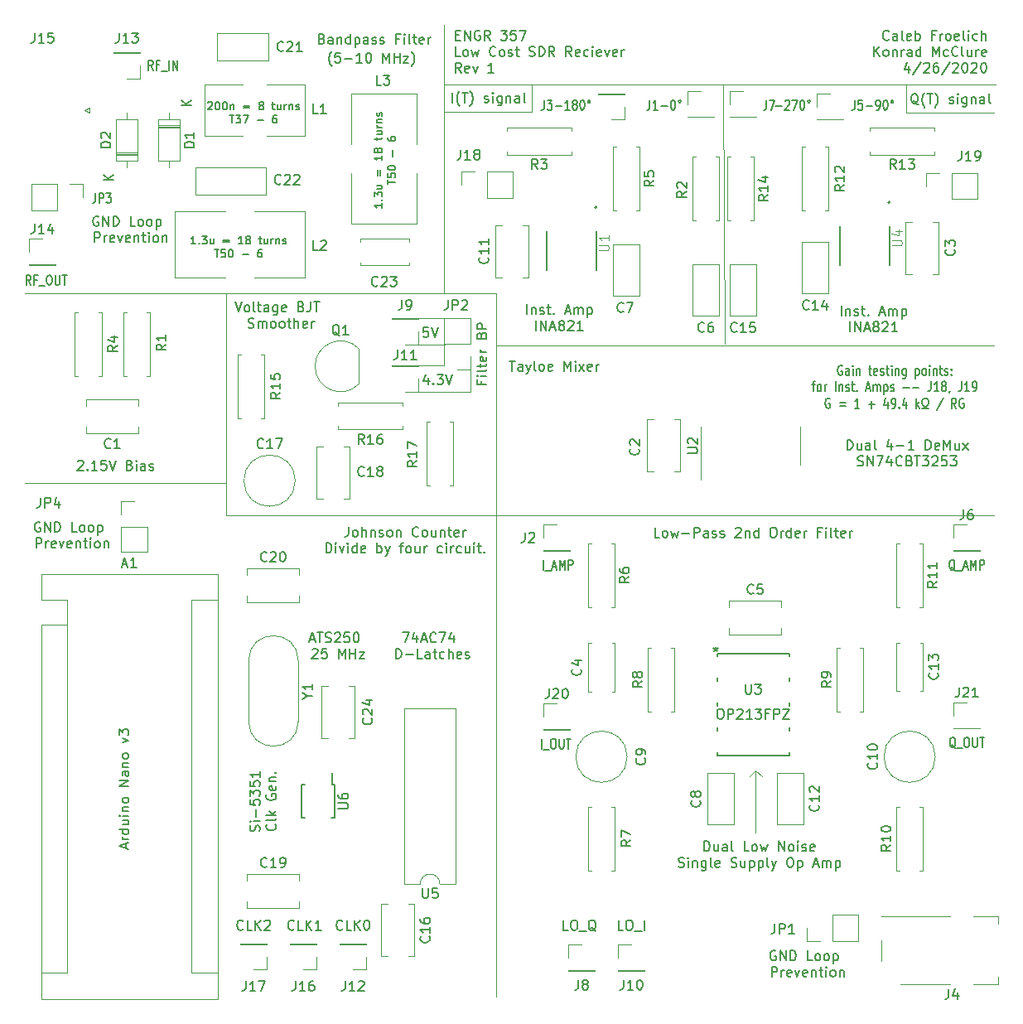
<source format=gbr>
G04 #@! TF.GenerationSoftware,KiCad,Pcbnew,(5.1.5)-3*
G04 #@! TF.CreationDate,2020-04-26T18:25:33-04:00*
G04 #@! TF.ProjectId,Froelich_Reciever,46726f65-6c69-4636-985f-526563696576,rev?*
G04 #@! TF.SameCoordinates,Original*
G04 #@! TF.FileFunction,Legend,Top*
G04 #@! TF.FilePolarity,Positive*
%FSLAX46Y46*%
G04 Gerber Fmt 4.6, Leading zero omitted, Abs format (unit mm)*
G04 Created by KiCad (PCBNEW (5.1.5)-3) date 2020-04-26 18:25:33*
%MOMM*%
%LPD*%
G04 APERTURE LIST*
%ADD10C,0.150000*%
%ADD11C,0.120000*%
%ADD12C,0.127000*%
%ADD13C,0.200000*%
%ADD14C,0.152400*%
%ADD15C,0.015000*%
G04 APERTURE END LIST*
D10*
X59523761Y-142747619D02*
X59571380Y-142604761D01*
X59571380Y-142366666D01*
X59523761Y-142271428D01*
X59476142Y-142223809D01*
X59380904Y-142176190D01*
X59285666Y-142176190D01*
X59190428Y-142223809D01*
X59142809Y-142271428D01*
X59095190Y-142366666D01*
X59047571Y-142557142D01*
X58999952Y-142652380D01*
X58952333Y-142700000D01*
X58857095Y-142747619D01*
X58761857Y-142747619D01*
X58666619Y-142700000D01*
X58619000Y-142652380D01*
X58571380Y-142557142D01*
X58571380Y-142319047D01*
X58619000Y-142176190D01*
X59571380Y-141747619D02*
X58904714Y-141747619D01*
X58571380Y-141747619D02*
X58619000Y-141795238D01*
X58666619Y-141747619D01*
X58619000Y-141700000D01*
X58571380Y-141747619D01*
X58666619Y-141747619D01*
X59190428Y-141271428D02*
X59190428Y-140509523D01*
X58571380Y-139557142D02*
X58571380Y-140033333D01*
X59047571Y-140080952D01*
X58999952Y-140033333D01*
X58952333Y-139938095D01*
X58952333Y-139700000D01*
X58999952Y-139604761D01*
X59047571Y-139557142D01*
X59142809Y-139509523D01*
X59380904Y-139509523D01*
X59476142Y-139557142D01*
X59523761Y-139604761D01*
X59571380Y-139700000D01*
X59571380Y-139938095D01*
X59523761Y-140033333D01*
X59476142Y-140080952D01*
X58571380Y-139176190D02*
X58571380Y-138557142D01*
X58952333Y-138890476D01*
X58952333Y-138747619D01*
X58999952Y-138652380D01*
X59047571Y-138604761D01*
X59142809Y-138557142D01*
X59380904Y-138557142D01*
X59476142Y-138604761D01*
X59523761Y-138652380D01*
X59571380Y-138747619D01*
X59571380Y-139033333D01*
X59523761Y-139128571D01*
X59476142Y-139176190D01*
X58571380Y-137652380D02*
X58571380Y-138128571D01*
X59047571Y-138176190D01*
X58999952Y-138128571D01*
X58952333Y-138033333D01*
X58952333Y-137795238D01*
X58999952Y-137700000D01*
X59047571Y-137652380D01*
X59142809Y-137604761D01*
X59380904Y-137604761D01*
X59476142Y-137652380D01*
X59523761Y-137700000D01*
X59571380Y-137795238D01*
X59571380Y-138033333D01*
X59523761Y-138128571D01*
X59476142Y-138176190D01*
X59571380Y-136652380D02*
X59571380Y-137223809D01*
X59571380Y-136938095D02*
X58571380Y-136938095D01*
X58714238Y-137033333D01*
X58809476Y-137128571D01*
X58857095Y-137223809D01*
X61126142Y-142057142D02*
X61173761Y-142104761D01*
X61221380Y-142247619D01*
X61221380Y-142342857D01*
X61173761Y-142485714D01*
X61078523Y-142580952D01*
X60983285Y-142628571D01*
X60792809Y-142676190D01*
X60649952Y-142676190D01*
X60459476Y-142628571D01*
X60364238Y-142580952D01*
X60269000Y-142485714D01*
X60221380Y-142342857D01*
X60221380Y-142247619D01*
X60269000Y-142104761D01*
X60316619Y-142057142D01*
X61221380Y-141485714D02*
X61173761Y-141580952D01*
X61078523Y-141628571D01*
X60221380Y-141628571D01*
X61221380Y-141104761D02*
X60221380Y-141104761D01*
X60840428Y-141009523D02*
X61221380Y-140723809D01*
X60554714Y-140723809D02*
X60935666Y-141104761D01*
X60269000Y-139009523D02*
X60221380Y-139104761D01*
X60221380Y-139247619D01*
X60269000Y-139390476D01*
X60364238Y-139485714D01*
X60459476Y-139533333D01*
X60649952Y-139580952D01*
X60792809Y-139580952D01*
X60983285Y-139533333D01*
X61078523Y-139485714D01*
X61173761Y-139390476D01*
X61221380Y-139247619D01*
X61221380Y-139152380D01*
X61173761Y-139009523D01*
X61126142Y-138961904D01*
X60792809Y-138961904D01*
X60792809Y-139152380D01*
X61173761Y-138152380D02*
X61221380Y-138247619D01*
X61221380Y-138438095D01*
X61173761Y-138533333D01*
X61078523Y-138580952D01*
X60697571Y-138580952D01*
X60602333Y-138533333D01*
X60554714Y-138438095D01*
X60554714Y-138247619D01*
X60602333Y-138152380D01*
X60697571Y-138104761D01*
X60792809Y-138104761D01*
X60888047Y-138580952D01*
X60554714Y-137676190D02*
X61221380Y-137676190D01*
X60649952Y-137676190D02*
X60602333Y-137628571D01*
X60554714Y-137533333D01*
X60554714Y-137390476D01*
X60602333Y-137295238D01*
X60697571Y-137247619D01*
X61221380Y-137247619D01*
X61126142Y-136771428D02*
X61173761Y-136723809D01*
X61221380Y-136771428D01*
X61173761Y-136819047D01*
X61126142Y-136771428D01*
X61221380Y-136771428D01*
X130683142Y-134278619D02*
X130606952Y-134231000D01*
X130530761Y-134135761D01*
X130416476Y-133992904D01*
X130340285Y-133945285D01*
X130264095Y-133945285D01*
X130302190Y-134183380D02*
X130226000Y-134135761D01*
X130149809Y-134040523D01*
X130111714Y-133850047D01*
X130111714Y-133516714D01*
X130149809Y-133326238D01*
X130226000Y-133231000D01*
X130302190Y-133183380D01*
X130454571Y-133183380D01*
X130530761Y-133231000D01*
X130606952Y-133326238D01*
X130645047Y-133516714D01*
X130645047Y-133850047D01*
X130606952Y-134040523D01*
X130530761Y-134135761D01*
X130454571Y-134183380D01*
X130302190Y-134183380D01*
X130797428Y-134278619D02*
X131406952Y-134278619D01*
X131749809Y-133183380D02*
X131902190Y-133183380D01*
X131978380Y-133231000D01*
X132054571Y-133326238D01*
X132092666Y-133516714D01*
X132092666Y-133850047D01*
X132054571Y-134040523D01*
X131978380Y-134135761D01*
X131902190Y-134183380D01*
X131749809Y-134183380D01*
X131673619Y-134135761D01*
X131597428Y-134040523D01*
X131559333Y-133850047D01*
X131559333Y-133516714D01*
X131597428Y-133326238D01*
X131673619Y-133231000D01*
X131749809Y-133183380D01*
X132435523Y-133183380D02*
X132435523Y-133992904D01*
X132473619Y-134088142D01*
X132511714Y-134135761D01*
X132587904Y-134183380D01*
X132740285Y-134183380D01*
X132816476Y-134135761D01*
X132854571Y-134088142D01*
X132892666Y-133992904D01*
X132892666Y-133183380D01*
X133159333Y-133183380D02*
X133616476Y-133183380D01*
X133387904Y-134183380D02*
X133387904Y-133183380D01*
X88341380Y-134310380D02*
X88341380Y-133310380D01*
X88531857Y-134405619D02*
X89141380Y-134405619D01*
X89484238Y-133310380D02*
X89636619Y-133310380D01*
X89712809Y-133358000D01*
X89789000Y-133453238D01*
X89827095Y-133643714D01*
X89827095Y-133977047D01*
X89789000Y-134167523D01*
X89712809Y-134262761D01*
X89636619Y-134310380D01*
X89484238Y-134310380D01*
X89408047Y-134262761D01*
X89331857Y-134167523D01*
X89293761Y-133977047D01*
X89293761Y-133643714D01*
X89331857Y-133453238D01*
X89408047Y-133358000D01*
X89484238Y-133310380D01*
X90169952Y-133310380D02*
X90169952Y-134119904D01*
X90208047Y-134215142D01*
X90246142Y-134262761D01*
X90322333Y-134310380D01*
X90474714Y-134310380D01*
X90550904Y-134262761D01*
X90589000Y-134215142D01*
X90627095Y-134119904D01*
X90627095Y-133310380D01*
X90893761Y-133310380D02*
X91350904Y-133310380D01*
X91122333Y-134310380D02*
X91122333Y-133310380D01*
X96702666Y-152852380D02*
X96226476Y-152852380D01*
X96226476Y-151852380D01*
X97226476Y-151852380D02*
X97416952Y-151852380D01*
X97512190Y-151900000D01*
X97607428Y-151995238D01*
X97655047Y-152185714D01*
X97655047Y-152519047D01*
X97607428Y-152709523D01*
X97512190Y-152804761D01*
X97416952Y-152852380D01*
X97226476Y-152852380D01*
X97131238Y-152804761D01*
X97036000Y-152709523D01*
X96988380Y-152519047D01*
X96988380Y-152185714D01*
X97036000Y-151995238D01*
X97131238Y-151900000D01*
X97226476Y-151852380D01*
X97845523Y-152947619D02*
X98607428Y-152947619D01*
X98845523Y-152852380D02*
X98845523Y-151852380D01*
X91082952Y-152852380D02*
X90606761Y-152852380D01*
X90606761Y-151852380D01*
X91606761Y-151852380D02*
X91797238Y-151852380D01*
X91892476Y-151900000D01*
X91987714Y-151995238D01*
X92035333Y-152185714D01*
X92035333Y-152519047D01*
X91987714Y-152709523D01*
X91892476Y-152804761D01*
X91797238Y-152852380D01*
X91606761Y-152852380D01*
X91511523Y-152804761D01*
X91416285Y-152709523D01*
X91368666Y-152519047D01*
X91368666Y-152185714D01*
X91416285Y-151995238D01*
X91511523Y-151900000D01*
X91606761Y-151852380D01*
X92225809Y-152947619D02*
X92987714Y-152947619D01*
X93892476Y-152947619D02*
X93797238Y-152900000D01*
X93702000Y-152804761D01*
X93559142Y-152661904D01*
X93463904Y-152614285D01*
X93368666Y-152614285D01*
X93416285Y-152852380D02*
X93321047Y-152804761D01*
X93225809Y-152709523D01*
X93178190Y-152519047D01*
X93178190Y-152185714D01*
X93225809Y-151995238D01*
X93321047Y-151900000D01*
X93416285Y-151852380D01*
X93606761Y-151852380D01*
X93702000Y-151900000D01*
X93797238Y-151995238D01*
X93844857Y-152185714D01*
X93844857Y-152519047D01*
X93797238Y-152709523D01*
X93702000Y-152804761D01*
X93606761Y-152852380D01*
X93416285Y-152852380D01*
X82224571Y-96741904D02*
X82224571Y-97075238D01*
X82748380Y-97075238D02*
X81748380Y-97075238D01*
X81748380Y-96599047D01*
X82748380Y-96218095D02*
X82081714Y-96218095D01*
X81748380Y-96218095D02*
X81796000Y-96265714D01*
X81843619Y-96218095D01*
X81796000Y-96170476D01*
X81748380Y-96218095D01*
X81843619Y-96218095D01*
X82748380Y-95599047D02*
X82700761Y-95694285D01*
X82605523Y-95741904D01*
X81748380Y-95741904D01*
X82081714Y-95360952D02*
X82081714Y-94980000D01*
X81748380Y-95218095D02*
X82605523Y-95218095D01*
X82700761Y-95170476D01*
X82748380Y-95075238D01*
X82748380Y-94980000D01*
X82700761Y-94265714D02*
X82748380Y-94360952D01*
X82748380Y-94551428D01*
X82700761Y-94646666D01*
X82605523Y-94694285D01*
X82224571Y-94694285D01*
X82129333Y-94646666D01*
X82081714Y-94551428D01*
X82081714Y-94360952D01*
X82129333Y-94265714D01*
X82224571Y-94218095D01*
X82319809Y-94218095D01*
X82415047Y-94694285D01*
X82748380Y-93789523D02*
X82081714Y-93789523D01*
X82272190Y-93789523D02*
X82176952Y-93741904D01*
X82129333Y-93694285D01*
X82081714Y-93599047D01*
X82081714Y-93503809D01*
X82224571Y-92075238D02*
X82272190Y-91932380D01*
X82319809Y-91884761D01*
X82415047Y-91837142D01*
X82557904Y-91837142D01*
X82653142Y-91884761D01*
X82700761Y-91932380D01*
X82748380Y-92027619D01*
X82748380Y-92408571D01*
X81748380Y-92408571D01*
X81748380Y-92075238D01*
X81796000Y-91980000D01*
X81843619Y-91932380D01*
X81938857Y-91884761D01*
X82034095Y-91884761D01*
X82129333Y-91932380D01*
X82176952Y-91980000D01*
X82224571Y-92075238D01*
X82224571Y-92408571D01*
X82748380Y-91408571D02*
X81748380Y-91408571D01*
X81748380Y-91027619D01*
X81796000Y-90932380D01*
X81843619Y-90884761D01*
X81938857Y-90837142D01*
X82081714Y-90837142D01*
X82176952Y-90884761D01*
X82224571Y-90932380D01*
X82272190Y-91027619D01*
X82272190Y-91408571D01*
X54261333Y-68305095D02*
X54299428Y-68267000D01*
X54375619Y-68228904D01*
X54566095Y-68228904D01*
X54642285Y-68267000D01*
X54680380Y-68305095D01*
X54718476Y-68381285D01*
X54718476Y-68457476D01*
X54680380Y-68571761D01*
X54223238Y-69028904D01*
X54718476Y-69028904D01*
X55213714Y-68228904D02*
X55289904Y-68228904D01*
X55366095Y-68267000D01*
X55404190Y-68305095D01*
X55442285Y-68381285D01*
X55480380Y-68533666D01*
X55480380Y-68724142D01*
X55442285Y-68876523D01*
X55404190Y-68952714D01*
X55366095Y-68990809D01*
X55289904Y-69028904D01*
X55213714Y-69028904D01*
X55137523Y-68990809D01*
X55099428Y-68952714D01*
X55061333Y-68876523D01*
X55023238Y-68724142D01*
X55023238Y-68533666D01*
X55061333Y-68381285D01*
X55099428Y-68305095D01*
X55137523Y-68267000D01*
X55213714Y-68228904D01*
X55975619Y-68228904D02*
X56051809Y-68228904D01*
X56128000Y-68267000D01*
X56166095Y-68305095D01*
X56204190Y-68381285D01*
X56242285Y-68533666D01*
X56242285Y-68724142D01*
X56204190Y-68876523D01*
X56166095Y-68952714D01*
X56128000Y-68990809D01*
X56051809Y-69028904D01*
X55975619Y-69028904D01*
X55899428Y-68990809D01*
X55861333Y-68952714D01*
X55823238Y-68876523D01*
X55785142Y-68724142D01*
X55785142Y-68533666D01*
X55823238Y-68381285D01*
X55861333Y-68305095D01*
X55899428Y-68267000D01*
X55975619Y-68228904D01*
X56585142Y-68495571D02*
X56585142Y-69028904D01*
X56585142Y-68571761D02*
X56623238Y-68533666D01*
X56699428Y-68495571D01*
X56813714Y-68495571D01*
X56889904Y-68533666D01*
X56928000Y-68609857D01*
X56928000Y-69028904D01*
X57918476Y-68609857D02*
X58528000Y-68609857D01*
X58528000Y-68838428D02*
X57918476Y-68838428D01*
X59632761Y-68571761D02*
X59556571Y-68533666D01*
X59518476Y-68495571D01*
X59480380Y-68419380D01*
X59480380Y-68381285D01*
X59518476Y-68305095D01*
X59556571Y-68267000D01*
X59632761Y-68228904D01*
X59785142Y-68228904D01*
X59861333Y-68267000D01*
X59899428Y-68305095D01*
X59937523Y-68381285D01*
X59937523Y-68419380D01*
X59899428Y-68495571D01*
X59861333Y-68533666D01*
X59785142Y-68571761D01*
X59632761Y-68571761D01*
X59556571Y-68609857D01*
X59518476Y-68647952D01*
X59480380Y-68724142D01*
X59480380Y-68876523D01*
X59518476Y-68952714D01*
X59556571Y-68990809D01*
X59632761Y-69028904D01*
X59785142Y-69028904D01*
X59861333Y-68990809D01*
X59899428Y-68952714D01*
X59937523Y-68876523D01*
X59937523Y-68724142D01*
X59899428Y-68647952D01*
X59861333Y-68609857D01*
X59785142Y-68571761D01*
X60775619Y-68495571D02*
X61080380Y-68495571D01*
X60889904Y-68228904D02*
X60889904Y-68914619D01*
X60928000Y-68990809D01*
X61004190Y-69028904D01*
X61080380Y-69028904D01*
X61689904Y-68495571D02*
X61689904Y-69028904D01*
X61347047Y-68495571D02*
X61347047Y-68914619D01*
X61385142Y-68990809D01*
X61461333Y-69028904D01*
X61575619Y-69028904D01*
X61651809Y-68990809D01*
X61689904Y-68952714D01*
X62070857Y-69028904D02*
X62070857Y-68495571D01*
X62070857Y-68647952D02*
X62108952Y-68571761D01*
X62147047Y-68533666D01*
X62223238Y-68495571D01*
X62299428Y-68495571D01*
X62566095Y-68495571D02*
X62566095Y-69028904D01*
X62566095Y-68571761D02*
X62604190Y-68533666D01*
X62680380Y-68495571D01*
X62794666Y-68495571D01*
X62870857Y-68533666D01*
X62908952Y-68609857D01*
X62908952Y-69028904D01*
X63251809Y-68990809D02*
X63328000Y-69028904D01*
X63480380Y-69028904D01*
X63556571Y-68990809D01*
X63594666Y-68914619D01*
X63594666Y-68876523D01*
X63556571Y-68800333D01*
X63480380Y-68762238D01*
X63366095Y-68762238D01*
X63289904Y-68724142D01*
X63251809Y-68647952D01*
X63251809Y-68609857D01*
X63289904Y-68533666D01*
X63366095Y-68495571D01*
X63480380Y-68495571D01*
X63556571Y-68533666D01*
X56451809Y-69578904D02*
X56908952Y-69578904D01*
X56680380Y-70378904D02*
X56680380Y-69578904D01*
X57099428Y-69578904D02*
X57594666Y-69578904D01*
X57328000Y-69883666D01*
X57442285Y-69883666D01*
X57518476Y-69921761D01*
X57556571Y-69959857D01*
X57594666Y-70036047D01*
X57594666Y-70226523D01*
X57556571Y-70302714D01*
X57518476Y-70340809D01*
X57442285Y-70378904D01*
X57213714Y-70378904D01*
X57137523Y-70340809D01*
X57099428Y-70302714D01*
X57861333Y-69578904D02*
X58394666Y-69578904D01*
X58051809Y-70378904D01*
X59308952Y-70074142D02*
X59918476Y-70074142D01*
X61251809Y-69578904D02*
X61099428Y-69578904D01*
X61023238Y-69617000D01*
X60985142Y-69655095D01*
X60908952Y-69769380D01*
X60870857Y-69921761D01*
X60870857Y-70226523D01*
X60908952Y-70302714D01*
X60947047Y-70340809D01*
X61023238Y-70378904D01*
X61175619Y-70378904D01*
X61251809Y-70340809D01*
X61289904Y-70302714D01*
X61328000Y-70226523D01*
X61328000Y-70036047D01*
X61289904Y-69959857D01*
X61251809Y-69921761D01*
X61175619Y-69883666D01*
X61023238Y-69883666D01*
X60947047Y-69921761D01*
X60908952Y-69959857D01*
X60870857Y-70036047D01*
X53003999Y-82744904D02*
X52546857Y-82744904D01*
X52775428Y-82744904D02*
X52775428Y-81944904D01*
X52699238Y-82059190D01*
X52623047Y-82135380D01*
X52546857Y-82173476D01*
X53346857Y-82668714D02*
X53384952Y-82706809D01*
X53346857Y-82744904D01*
X53308761Y-82706809D01*
X53346857Y-82668714D01*
X53346857Y-82744904D01*
X53651619Y-81944904D02*
X54146857Y-81944904D01*
X53880190Y-82249666D01*
X53994476Y-82249666D01*
X54070666Y-82287761D01*
X54108761Y-82325857D01*
X54146857Y-82402047D01*
X54146857Y-82592523D01*
X54108761Y-82668714D01*
X54070666Y-82706809D01*
X53994476Y-82744904D01*
X53765904Y-82744904D01*
X53689714Y-82706809D01*
X53651619Y-82668714D01*
X54832571Y-82211571D02*
X54832571Y-82744904D01*
X54489714Y-82211571D02*
X54489714Y-82630619D01*
X54527809Y-82706809D01*
X54603999Y-82744904D01*
X54718285Y-82744904D01*
X54794476Y-82706809D01*
X54832571Y-82668714D01*
X55823047Y-82325857D02*
X56432571Y-82325857D01*
X56432571Y-82554428D02*
X55823047Y-82554428D01*
X57842095Y-82744904D02*
X57384952Y-82744904D01*
X57613523Y-82744904D02*
X57613523Y-81944904D01*
X57537333Y-82059190D01*
X57461142Y-82135380D01*
X57384952Y-82173476D01*
X58299238Y-82287761D02*
X58223047Y-82249666D01*
X58184952Y-82211571D01*
X58146857Y-82135380D01*
X58146857Y-82097285D01*
X58184952Y-82021095D01*
X58223047Y-81983000D01*
X58299238Y-81944904D01*
X58451619Y-81944904D01*
X58527809Y-81983000D01*
X58565904Y-82021095D01*
X58604000Y-82097285D01*
X58604000Y-82135380D01*
X58565904Y-82211571D01*
X58527809Y-82249666D01*
X58451619Y-82287761D01*
X58299238Y-82287761D01*
X58223047Y-82325857D01*
X58184952Y-82363952D01*
X58146857Y-82440142D01*
X58146857Y-82592523D01*
X58184952Y-82668714D01*
X58223047Y-82706809D01*
X58299238Y-82744904D01*
X58451619Y-82744904D01*
X58527809Y-82706809D01*
X58565904Y-82668714D01*
X58604000Y-82592523D01*
X58604000Y-82440142D01*
X58565904Y-82363952D01*
X58527809Y-82325857D01*
X58451619Y-82287761D01*
X59442095Y-82211571D02*
X59746857Y-82211571D01*
X59556380Y-81944904D02*
X59556380Y-82630619D01*
X59594476Y-82706809D01*
X59670666Y-82744904D01*
X59746857Y-82744904D01*
X60356380Y-82211571D02*
X60356380Y-82744904D01*
X60013523Y-82211571D02*
X60013523Y-82630619D01*
X60051619Y-82706809D01*
X60127809Y-82744904D01*
X60242095Y-82744904D01*
X60318285Y-82706809D01*
X60356380Y-82668714D01*
X60737333Y-82744904D02*
X60737333Y-82211571D01*
X60737333Y-82363952D02*
X60775428Y-82287761D01*
X60813523Y-82249666D01*
X60889714Y-82211571D01*
X60965904Y-82211571D01*
X61232571Y-82211571D02*
X61232571Y-82744904D01*
X61232571Y-82287761D02*
X61270666Y-82249666D01*
X61346857Y-82211571D01*
X61461142Y-82211571D01*
X61537333Y-82249666D01*
X61575428Y-82325857D01*
X61575428Y-82744904D01*
X61918285Y-82706809D02*
X61994476Y-82744904D01*
X62146857Y-82744904D01*
X62223047Y-82706809D01*
X62261142Y-82630619D01*
X62261142Y-82592523D01*
X62223047Y-82516333D01*
X62146857Y-82478238D01*
X62032571Y-82478238D01*
X61956380Y-82440142D01*
X61918285Y-82363952D01*
X61918285Y-82325857D01*
X61956380Y-82249666D01*
X62032571Y-82211571D01*
X62146857Y-82211571D01*
X62223047Y-82249666D01*
X54927809Y-83294904D02*
X55384952Y-83294904D01*
X55156380Y-84094904D02*
X55156380Y-83294904D01*
X56032571Y-83294904D02*
X55651619Y-83294904D01*
X55613523Y-83675857D01*
X55651619Y-83637761D01*
X55727809Y-83599666D01*
X55918285Y-83599666D01*
X55994476Y-83637761D01*
X56032571Y-83675857D01*
X56070666Y-83752047D01*
X56070666Y-83942523D01*
X56032571Y-84018714D01*
X55994476Y-84056809D01*
X55918285Y-84094904D01*
X55727809Y-84094904D01*
X55651619Y-84056809D01*
X55613523Y-84018714D01*
X56565904Y-83294904D02*
X56642095Y-83294904D01*
X56718285Y-83333000D01*
X56756380Y-83371095D01*
X56794476Y-83447285D01*
X56832571Y-83599666D01*
X56832571Y-83790142D01*
X56794476Y-83942523D01*
X56756380Y-84018714D01*
X56718285Y-84056809D01*
X56642095Y-84094904D01*
X56565904Y-84094904D01*
X56489714Y-84056809D01*
X56451619Y-84018714D01*
X56413523Y-83942523D01*
X56375428Y-83790142D01*
X56375428Y-83599666D01*
X56413523Y-83447285D01*
X56451619Y-83371095D01*
X56489714Y-83333000D01*
X56565904Y-83294904D01*
X57784952Y-83790142D02*
X58394476Y-83790142D01*
X59727809Y-83294904D02*
X59575428Y-83294904D01*
X59499238Y-83333000D01*
X59461142Y-83371095D01*
X59384952Y-83485380D01*
X59346857Y-83637761D01*
X59346857Y-83942523D01*
X59384952Y-84018714D01*
X59423047Y-84056809D01*
X59499238Y-84094904D01*
X59651619Y-84094904D01*
X59727809Y-84056809D01*
X59765904Y-84018714D01*
X59804000Y-83942523D01*
X59804000Y-83752047D01*
X59765904Y-83675857D01*
X59727809Y-83637761D01*
X59651619Y-83599666D01*
X59499238Y-83599666D01*
X59423047Y-83637761D01*
X59384952Y-83675857D01*
X59346857Y-83752047D01*
X72076904Y-78568000D02*
X72076904Y-79025142D01*
X72076904Y-78796571D02*
X71276904Y-78796571D01*
X71391190Y-78872761D01*
X71467380Y-78948952D01*
X71505476Y-79025142D01*
X72000714Y-78225142D02*
X72038809Y-78187047D01*
X72076904Y-78225142D01*
X72038809Y-78263238D01*
X72000714Y-78225142D01*
X72076904Y-78225142D01*
X71276904Y-77920380D02*
X71276904Y-77425142D01*
X71581666Y-77691809D01*
X71581666Y-77577523D01*
X71619761Y-77501333D01*
X71657857Y-77463238D01*
X71734047Y-77425142D01*
X71924523Y-77425142D01*
X72000714Y-77463238D01*
X72038809Y-77501333D01*
X72076904Y-77577523D01*
X72076904Y-77806095D01*
X72038809Y-77882285D01*
X72000714Y-77920380D01*
X71543571Y-76739428D02*
X72076904Y-76739428D01*
X71543571Y-77082285D02*
X71962619Y-77082285D01*
X72038809Y-77044190D01*
X72076904Y-76968000D01*
X72076904Y-76853714D01*
X72038809Y-76777523D01*
X72000714Y-76739428D01*
X71657857Y-75748952D02*
X71657857Y-75139428D01*
X71886428Y-75139428D02*
X71886428Y-75748952D01*
X72076904Y-73729904D02*
X72076904Y-74187047D01*
X72076904Y-73958476D02*
X71276904Y-73958476D01*
X71391190Y-74034666D01*
X71467380Y-74110857D01*
X71505476Y-74187047D01*
X71619761Y-73272761D02*
X71581666Y-73348952D01*
X71543571Y-73387047D01*
X71467380Y-73425142D01*
X71429285Y-73425142D01*
X71353095Y-73387047D01*
X71315000Y-73348952D01*
X71276904Y-73272761D01*
X71276904Y-73120380D01*
X71315000Y-73044190D01*
X71353095Y-73006095D01*
X71429285Y-72968000D01*
X71467380Y-72968000D01*
X71543571Y-73006095D01*
X71581666Y-73044190D01*
X71619761Y-73120380D01*
X71619761Y-73272761D01*
X71657857Y-73348952D01*
X71695952Y-73387047D01*
X71772142Y-73425142D01*
X71924523Y-73425142D01*
X72000714Y-73387047D01*
X72038809Y-73348952D01*
X72076904Y-73272761D01*
X72076904Y-73120380D01*
X72038809Y-73044190D01*
X72000714Y-73006095D01*
X71924523Y-72968000D01*
X71772142Y-72968000D01*
X71695952Y-73006095D01*
X71657857Y-73044190D01*
X71619761Y-73120380D01*
X71543571Y-72129904D02*
X71543571Y-71825142D01*
X71276904Y-72015619D02*
X71962619Y-72015619D01*
X72038809Y-71977523D01*
X72076904Y-71901333D01*
X72076904Y-71825142D01*
X71543571Y-71215619D02*
X72076904Y-71215619D01*
X71543571Y-71558476D02*
X71962619Y-71558476D01*
X72038809Y-71520380D01*
X72076904Y-71444190D01*
X72076904Y-71329904D01*
X72038809Y-71253714D01*
X72000714Y-71215619D01*
X72076904Y-70834666D02*
X71543571Y-70834666D01*
X71695952Y-70834666D02*
X71619761Y-70796571D01*
X71581666Y-70758476D01*
X71543571Y-70682285D01*
X71543571Y-70606095D01*
X71543571Y-70339428D02*
X72076904Y-70339428D01*
X71619761Y-70339428D02*
X71581666Y-70301333D01*
X71543571Y-70225142D01*
X71543571Y-70110857D01*
X71581666Y-70034666D01*
X71657857Y-69996571D01*
X72076904Y-69996571D01*
X72038809Y-69653714D02*
X72076904Y-69577523D01*
X72076904Y-69425142D01*
X72038809Y-69348952D01*
X71962619Y-69310857D01*
X71924523Y-69310857D01*
X71848333Y-69348952D01*
X71810238Y-69425142D01*
X71810238Y-69539428D01*
X71772142Y-69615619D01*
X71695952Y-69653714D01*
X71657857Y-69653714D01*
X71581666Y-69615619D01*
X71543571Y-69539428D01*
X71543571Y-69425142D01*
X71581666Y-69348952D01*
X72626904Y-76644190D02*
X72626904Y-76187047D01*
X73426904Y-76415619D02*
X72626904Y-76415619D01*
X72626904Y-75539428D02*
X72626904Y-75920380D01*
X73007857Y-75958476D01*
X72969761Y-75920380D01*
X72931666Y-75844190D01*
X72931666Y-75653714D01*
X72969761Y-75577523D01*
X73007857Y-75539428D01*
X73084047Y-75501333D01*
X73274523Y-75501333D01*
X73350714Y-75539428D01*
X73388809Y-75577523D01*
X73426904Y-75653714D01*
X73426904Y-75844190D01*
X73388809Y-75920380D01*
X73350714Y-75958476D01*
X72626904Y-75006095D02*
X72626904Y-74929904D01*
X72665000Y-74853714D01*
X72703095Y-74815619D01*
X72779285Y-74777523D01*
X72931666Y-74739428D01*
X73122142Y-74739428D01*
X73274523Y-74777523D01*
X73350714Y-74815619D01*
X73388809Y-74853714D01*
X73426904Y-74929904D01*
X73426904Y-75006095D01*
X73388809Y-75082285D01*
X73350714Y-75120380D01*
X73274523Y-75158476D01*
X73122142Y-75196571D01*
X72931666Y-75196571D01*
X72779285Y-75158476D01*
X72703095Y-75120380D01*
X72665000Y-75082285D01*
X72626904Y-75006095D01*
X73122142Y-73787047D02*
X73122142Y-73177523D01*
X72626904Y-71844190D02*
X72626904Y-71996571D01*
X72665000Y-72072761D01*
X72703095Y-72110857D01*
X72817380Y-72187047D01*
X72969761Y-72225142D01*
X73274523Y-72225142D01*
X73350714Y-72187047D01*
X73388809Y-72148952D01*
X73426904Y-72072761D01*
X73426904Y-71920380D01*
X73388809Y-71844190D01*
X73350714Y-71806095D01*
X73274523Y-71768000D01*
X73084047Y-71768000D01*
X73007857Y-71806095D01*
X72969761Y-71844190D01*
X72931666Y-71920380D01*
X72931666Y-72072761D01*
X72969761Y-72148952D01*
X73007857Y-72187047D01*
X73084047Y-72225142D01*
X117831428Y-98560000D02*
X117755238Y-98512380D01*
X117640952Y-98512380D01*
X117526666Y-98560000D01*
X117450476Y-98655238D01*
X117412380Y-98750476D01*
X117374285Y-98940952D01*
X117374285Y-99083809D01*
X117412380Y-99274285D01*
X117450476Y-99369523D01*
X117526666Y-99464761D01*
X117640952Y-99512380D01*
X117717142Y-99512380D01*
X117831428Y-99464761D01*
X117869523Y-99417142D01*
X117869523Y-99083809D01*
X117717142Y-99083809D01*
X118821904Y-98988571D02*
X119431428Y-98988571D01*
X119431428Y-99274285D02*
X118821904Y-99274285D01*
X120840952Y-99512380D02*
X120383809Y-99512380D01*
X120612380Y-99512380D02*
X120612380Y-98512380D01*
X120536190Y-98655238D01*
X120460000Y-98750476D01*
X120383809Y-98798095D01*
X121793333Y-99131428D02*
X122402857Y-99131428D01*
X122098095Y-99512380D02*
X122098095Y-98750476D01*
X123736190Y-98845714D02*
X123736190Y-99512380D01*
X123545714Y-98464761D02*
X123355238Y-99179047D01*
X123850476Y-99179047D01*
X124193333Y-99512380D02*
X124345714Y-99512380D01*
X124421904Y-99464761D01*
X124460000Y-99417142D01*
X124536190Y-99274285D01*
X124574285Y-99083809D01*
X124574285Y-98702857D01*
X124536190Y-98607619D01*
X124498095Y-98560000D01*
X124421904Y-98512380D01*
X124269523Y-98512380D01*
X124193333Y-98560000D01*
X124155238Y-98607619D01*
X124117142Y-98702857D01*
X124117142Y-98940952D01*
X124155238Y-99036190D01*
X124193333Y-99083809D01*
X124269523Y-99131428D01*
X124421904Y-99131428D01*
X124498095Y-99083809D01*
X124536190Y-99036190D01*
X124574285Y-98940952D01*
X124917142Y-99417142D02*
X124955238Y-99464761D01*
X124917142Y-99512380D01*
X124879047Y-99464761D01*
X124917142Y-99417142D01*
X124917142Y-99512380D01*
X125640952Y-98845714D02*
X125640952Y-99512380D01*
X125450476Y-98464761D02*
X125260000Y-99179047D01*
X125755238Y-99179047D01*
X126669523Y-99512380D02*
X126669523Y-98512380D01*
X126745714Y-99131428D02*
X126974285Y-99512380D01*
X126974285Y-98845714D02*
X126669523Y-99226666D01*
X127279047Y-99512380D02*
X127469523Y-99512380D01*
X127469523Y-99321904D01*
X127393333Y-99274285D01*
X127317142Y-99179047D01*
X127279047Y-99036190D01*
X127279047Y-98798095D01*
X127317142Y-98655238D01*
X127393333Y-98560000D01*
X127507619Y-98512380D01*
X127660000Y-98512380D01*
X127774285Y-98560000D01*
X127850476Y-98655238D01*
X127888571Y-98798095D01*
X127888571Y-99036190D01*
X127850476Y-99179047D01*
X127774285Y-99274285D01*
X127698095Y-99321904D01*
X127698095Y-99512380D01*
X127888571Y-99512380D01*
X129412380Y-98464761D02*
X128726666Y-99750476D01*
X130745714Y-99512380D02*
X130479047Y-99036190D01*
X130288571Y-99512380D02*
X130288571Y-98512380D01*
X130593333Y-98512380D01*
X130669523Y-98560000D01*
X130707619Y-98607619D01*
X130745714Y-98702857D01*
X130745714Y-98845714D01*
X130707619Y-98940952D01*
X130669523Y-98988571D01*
X130593333Y-99036190D01*
X130288571Y-99036190D01*
X131507619Y-98560000D02*
X131431428Y-98512380D01*
X131317142Y-98512380D01*
X131202857Y-98560000D01*
X131126666Y-98655238D01*
X131088571Y-98750476D01*
X131050476Y-98940952D01*
X131050476Y-99083809D01*
X131088571Y-99274285D01*
X131126666Y-99369523D01*
X131202857Y-99464761D01*
X131317142Y-99512380D01*
X131393333Y-99512380D01*
X131507619Y-99464761D01*
X131545714Y-99417142D01*
X131545714Y-99083809D01*
X131393333Y-99083809D01*
X119088571Y-95195000D02*
X119012380Y-95147380D01*
X118898095Y-95147380D01*
X118783809Y-95195000D01*
X118707619Y-95290238D01*
X118669523Y-95385476D01*
X118631428Y-95575952D01*
X118631428Y-95718809D01*
X118669523Y-95909285D01*
X118707619Y-96004523D01*
X118783809Y-96099761D01*
X118898095Y-96147380D01*
X118974285Y-96147380D01*
X119088571Y-96099761D01*
X119126666Y-96052142D01*
X119126666Y-95718809D01*
X118974285Y-95718809D01*
X119812380Y-96147380D02*
X119812380Y-95623571D01*
X119774285Y-95528333D01*
X119698095Y-95480714D01*
X119545714Y-95480714D01*
X119469523Y-95528333D01*
X119812380Y-96099761D02*
X119736190Y-96147380D01*
X119545714Y-96147380D01*
X119469523Y-96099761D01*
X119431428Y-96004523D01*
X119431428Y-95909285D01*
X119469523Y-95814047D01*
X119545714Y-95766428D01*
X119736190Y-95766428D01*
X119812380Y-95718809D01*
X120193333Y-96147380D02*
X120193333Y-95480714D01*
X120193333Y-95147380D02*
X120155238Y-95195000D01*
X120193333Y-95242619D01*
X120231428Y-95195000D01*
X120193333Y-95147380D01*
X120193333Y-95242619D01*
X120574285Y-95480714D02*
X120574285Y-96147380D01*
X120574285Y-95575952D02*
X120612380Y-95528333D01*
X120688571Y-95480714D01*
X120802857Y-95480714D01*
X120879047Y-95528333D01*
X120917142Y-95623571D01*
X120917142Y-96147380D01*
X121793333Y-95480714D02*
X122098095Y-95480714D01*
X121907619Y-95147380D02*
X121907619Y-96004523D01*
X121945714Y-96099761D01*
X122021904Y-96147380D01*
X122098095Y-96147380D01*
X122669523Y-96099761D02*
X122593333Y-96147380D01*
X122440952Y-96147380D01*
X122364761Y-96099761D01*
X122326666Y-96004523D01*
X122326666Y-95623571D01*
X122364761Y-95528333D01*
X122440952Y-95480714D01*
X122593333Y-95480714D01*
X122669523Y-95528333D01*
X122707619Y-95623571D01*
X122707619Y-95718809D01*
X122326666Y-95814047D01*
X123012380Y-96099761D02*
X123088571Y-96147380D01*
X123240952Y-96147380D01*
X123317142Y-96099761D01*
X123355238Y-96004523D01*
X123355238Y-95956904D01*
X123317142Y-95861666D01*
X123240952Y-95814047D01*
X123126666Y-95814047D01*
X123050476Y-95766428D01*
X123012380Y-95671190D01*
X123012380Y-95623571D01*
X123050476Y-95528333D01*
X123126666Y-95480714D01*
X123240952Y-95480714D01*
X123317142Y-95528333D01*
X123583809Y-95480714D02*
X123888571Y-95480714D01*
X123698095Y-95147380D02*
X123698095Y-96004523D01*
X123736190Y-96099761D01*
X123812380Y-96147380D01*
X123888571Y-96147380D01*
X124155238Y-96147380D02*
X124155238Y-95480714D01*
X124155238Y-95147380D02*
X124117142Y-95195000D01*
X124155238Y-95242619D01*
X124193333Y-95195000D01*
X124155238Y-95147380D01*
X124155238Y-95242619D01*
X124536190Y-95480714D02*
X124536190Y-96147380D01*
X124536190Y-95575952D02*
X124574285Y-95528333D01*
X124650476Y-95480714D01*
X124764761Y-95480714D01*
X124840952Y-95528333D01*
X124879047Y-95623571D01*
X124879047Y-96147380D01*
X125602857Y-95480714D02*
X125602857Y-96290238D01*
X125564761Y-96385476D01*
X125526666Y-96433095D01*
X125450476Y-96480714D01*
X125336190Y-96480714D01*
X125259999Y-96433095D01*
X125602857Y-96099761D02*
X125526666Y-96147380D01*
X125374285Y-96147380D01*
X125298095Y-96099761D01*
X125259999Y-96052142D01*
X125221904Y-95956904D01*
X125221904Y-95671190D01*
X125259999Y-95575952D01*
X125298095Y-95528333D01*
X125374285Y-95480714D01*
X125526666Y-95480714D01*
X125602857Y-95528333D01*
X126593333Y-95480714D02*
X126593333Y-96480714D01*
X126593333Y-95528333D02*
X126669523Y-95480714D01*
X126821904Y-95480714D01*
X126898095Y-95528333D01*
X126936190Y-95575952D01*
X126974285Y-95671190D01*
X126974285Y-95956904D01*
X126936190Y-96052142D01*
X126898095Y-96099761D01*
X126821904Y-96147380D01*
X126669523Y-96147380D01*
X126593333Y-96099761D01*
X127431428Y-96147380D02*
X127355238Y-96099761D01*
X127317142Y-96052142D01*
X127279047Y-95956904D01*
X127279047Y-95671190D01*
X127317142Y-95575952D01*
X127355238Y-95528333D01*
X127431428Y-95480714D01*
X127545714Y-95480714D01*
X127621904Y-95528333D01*
X127660000Y-95575952D01*
X127698095Y-95671190D01*
X127698095Y-95956904D01*
X127660000Y-96052142D01*
X127621904Y-96099761D01*
X127545714Y-96147380D01*
X127431428Y-96147380D01*
X128040952Y-96147380D02*
X128040952Y-95480714D01*
X128040952Y-95147380D02*
X128002857Y-95195000D01*
X128040952Y-95242619D01*
X128079047Y-95195000D01*
X128040952Y-95147380D01*
X128040952Y-95242619D01*
X128421904Y-95480714D02*
X128421904Y-96147380D01*
X128421904Y-95575952D02*
X128460000Y-95528333D01*
X128536190Y-95480714D01*
X128650476Y-95480714D01*
X128726666Y-95528333D01*
X128764761Y-95623571D01*
X128764761Y-96147380D01*
X129031428Y-95480714D02*
X129336190Y-95480714D01*
X129145714Y-95147380D02*
X129145714Y-96004523D01*
X129183809Y-96099761D01*
X129260000Y-96147380D01*
X129336190Y-96147380D01*
X129564761Y-96099761D02*
X129640952Y-96147380D01*
X129793333Y-96147380D01*
X129869523Y-96099761D01*
X129907619Y-96004523D01*
X129907619Y-95956904D01*
X129869523Y-95861666D01*
X129793333Y-95814047D01*
X129679047Y-95814047D01*
X129602857Y-95766428D01*
X129564761Y-95671190D01*
X129564761Y-95623571D01*
X129602857Y-95528333D01*
X129679047Y-95480714D01*
X129793333Y-95480714D01*
X129869523Y-95528333D01*
X130250476Y-96052142D02*
X130288571Y-96099761D01*
X130250476Y-96147380D01*
X130212380Y-96099761D01*
X130250476Y-96052142D01*
X130250476Y-96147380D01*
X130250476Y-95528333D02*
X130288571Y-95575952D01*
X130250476Y-95623571D01*
X130212380Y-95575952D01*
X130250476Y-95528333D01*
X130250476Y-95623571D01*
X116002857Y-97130714D02*
X116307619Y-97130714D01*
X116117142Y-97797380D02*
X116117142Y-96940238D01*
X116155238Y-96845000D01*
X116231428Y-96797380D01*
X116307619Y-96797380D01*
X116688571Y-97797380D02*
X116612380Y-97749761D01*
X116574285Y-97702142D01*
X116536190Y-97606904D01*
X116536190Y-97321190D01*
X116574285Y-97225952D01*
X116612380Y-97178333D01*
X116688571Y-97130714D01*
X116802857Y-97130714D01*
X116879047Y-97178333D01*
X116917142Y-97225952D01*
X116955238Y-97321190D01*
X116955238Y-97606904D01*
X116917142Y-97702142D01*
X116879047Y-97749761D01*
X116802857Y-97797380D01*
X116688571Y-97797380D01*
X117298095Y-97797380D02*
X117298095Y-97130714D01*
X117298095Y-97321190D02*
X117336190Y-97225952D01*
X117374285Y-97178333D01*
X117450476Y-97130714D01*
X117526666Y-97130714D01*
X118402857Y-97797380D02*
X118402857Y-96797380D01*
X118783809Y-97130714D02*
X118783809Y-97797380D01*
X118783809Y-97225952D02*
X118821904Y-97178333D01*
X118898095Y-97130714D01*
X119012380Y-97130714D01*
X119088571Y-97178333D01*
X119126666Y-97273571D01*
X119126666Y-97797380D01*
X119469523Y-97749761D02*
X119545714Y-97797380D01*
X119698095Y-97797380D01*
X119774285Y-97749761D01*
X119812380Y-97654523D01*
X119812380Y-97606904D01*
X119774285Y-97511666D01*
X119698095Y-97464047D01*
X119583809Y-97464047D01*
X119507619Y-97416428D01*
X119469523Y-97321190D01*
X119469523Y-97273571D01*
X119507619Y-97178333D01*
X119583809Y-97130714D01*
X119698095Y-97130714D01*
X119774285Y-97178333D01*
X120040952Y-97130714D02*
X120345714Y-97130714D01*
X120155238Y-96797380D02*
X120155238Y-97654523D01*
X120193333Y-97749761D01*
X120269523Y-97797380D01*
X120345714Y-97797380D01*
X120612380Y-97702142D02*
X120650476Y-97749761D01*
X120612380Y-97797380D01*
X120574285Y-97749761D01*
X120612380Y-97702142D01*
X120612380Y-97797380D01*
X121564761Y-97511666D02*
X121945714Y-97511666D01*
X121488571Y-97797380D02*
X121755238Y-96797380D01*
X122021904Y-97797380D01*
X122288571Y-97797380D02*
X122288571Y-97130714D01*
X122288571Y-97225952D02*
X122326666Y-97178333D01*
X122402857Y-97130714D01*
X122517142Y-97130714D01*
X122593333Y-97178333D01*
X122631428Y-97273571D01*
X122631428Y-97797380D01*
X122631428Y-97273571D02*
X122669523Y-97178333D01*
X122745714Y-97130714D01*
X122860000Y-97130714D01*
X122936190Y-97178333D01*
X122974285Y-97273571D01*
X122974285Y-97797380D01*
X123355238Y-97130714D02*
X123355238Y-98130714D01*
X123355238Y-97178333D02*
X123431428Y-97130714D01*
X123583809Y-97130714D01*
X123660000Y-97178333D01*
X123698095Y-97225952D01*
X123736190Y-97321190D01*
X123736190Y-97606904D01*
X123698095Y-97702142D01*
X123660000Y-97749761D01*
X123583809Y-97797380D01*
X123431428Y-97797380D01*
X123355238Y-97749761D01*
X124040952Y-97749761D02*
X124117142Y-97797380D01*
X124269523Y-97797380D01*
X124345714Y-97749761D01*
X124383809Y-97654523D01*
X124383809Y-97606904D01*
X124345714Y-97511666D01*
X124269523Y-97464047D01*
X124155238Y-97464047D01*
X124079047Y-97416428D01*
X124040952Y-97321190D01*
X124040952Y-97273571D01*
X124079047Y-97178333D01*
X124155238Y-97130714D01*
X124269523Y-97130714D01*
X124345714Y-97178333D01*
X125336190Y-97416428D02*
X125945714Y-97416428D01*
X126326666Y-97416428D02*
X126936190Y-97416428D01*
X128155238Y-96797380D02*
X128155238Y-97511666D01*
X128117142Y-97654523D01*
X128040952Y-97749761D01*
X127926666Y-97797380D01*
X127850476Y-97797380D01*
X128955238Y-97797380D02*
X128498095Y-97797380D01*
X128726666Y-97797380D02*
X128726666Y-96797380D01*
X128650476Y-96940238D01*
X128574285Y-97035476D01*
X128498095Y-97083095D01*
X129412380Y-97225952D02*
X129336190Y-97178333D01*
X129298095Y-97130714D01*
X129260000Y-97035476D01*
X129260000Y-96987857D01*
X129298095Y-96892619D01*
X129336190Y-96845000D01*
X129412380Y-96797380D01*
X129564761Y-96797380D01*
X129640952Y-96845000D01*
X129679047Y-96892619D01*
X129717142Y-96987857D01*
X129717142Y-97035476D01*
X129679047Y-97130714D01*
X129640952Y-97178333D01*
X129564761Y-97225952D01*
X129412380Y-97225952D01*
X129336190Y-97273571D01*
X129298095Y-97321190D01*
X129260000Y-97416428D01*
X129260000Y-97606904D01*
X129298095Y-97702142D01*
X129336190Y-97749761D01*
X129412380Y-97797380D01*
X129564761Y-97797380D01*
X129640952Y-97749761D01*
X129679047Y-97702142D01*
X129717142Y-97606904D01*
X129717142Y-97416428D01*
X129679047Y-97321190D01*
X129640952Y-97273571D01*
X129564761Y-97225952D01*
X130098095Y-97749761D02*
X130098095Y-97797380D01*
X130060000Y-97892619D01*
X130021904Y-97940238D01*
X131279047Y-96797380D02*
X131279047Y-97511666D01*
X131240952Y-97654523D01*
X131164761Y-97749761D01*
X131050476Y-97797380D01*
X130974285Y-97797380D01*
X132079047Y-97797380D02*
X131621904Y-97797380D01*
X131850476Y-97797380D02*
X131850476Y-96797380D01*
X131774285Y-96940238D01*
X131698095Y-97035476D01*
X131621904Y-97083095D01*
X132460000Y-97797380D02*
X132612380Y-97797380D01*
X132688571Y-97749761D01*
X132726666Y-97702142D01*
X132802857Y-97559285D01*
X132840952Y-97368809D01*
X132840952Y-96987857D01*
X132802857Y-96892619D01*
X132764761Y-96845000D01*
X132688571Y-96797380D01*
X132536190Y-96797380D01*
X132460000Y-96845000D01*
X132421904Y-96892619D01*
X132383809Y-96987857D01*
X132383809Y-97225952D01*
X132421904Y-97321190D01*
X132460000Y-97368809D01*
X132536190Y-97416428D01*
X132688571Y-97416428D01*
X132764761Y-97368809D01*
X132802857Y-97321190D01*
X132840952Y-97225952D01*
X45886666Y-144525238D02*
X45886666Y-144049047D01*
X46172380Y-144620476D02*
X45172380Y-144287142D01*
X46172380Y-143953809D01*
X46172380Y-143620476D02*
X45505714Y-143620476D01*
X45696190Y-143620476D02*
X45600952Y-143572857D01*
X45553333Y-143525238D01*
X45505714Y-143430000D01*
X45505714Y-143334761D01*
X46172380Y-142572857D02*
X45172380Y-142572857D01*
X46124761Y-142572857D02*
X46172380Y-142668095D01*
X46172380Y-142858571D01*
X46124761Y-142953809D01*
X46077142Y-143001428D01*
X45981904Y-143049047D01*
X45696190Y-143049047D01*
X45600952Y-143001428D01*
X45553333Y-142953809D01*
X45505714Y-142858571D01*
X45505714Y-142668095D01*
X45553333Y-142572857D01*
X45505714Y-141668095D02*
X46172380Y-141668095D01*
X45505714Y-142096666D02*
X46029523Y-142096666D01*
X46124761Y-142049047D01*
X46172380Y-141953809D01*
X46172380Y-141810952D01*
X46124761Y-141715714D01*
X46077142Y-141668095D01*
X46172380Y-141191904D02*
X45505714Y-141191904D01*
X45172380Y-141191904D02*
X45220000Y-141239523D01*
X45267619Y-141191904D01*
X45220000Y-141144285D01*
X45172380Y-141191904D01*
X45267619Y-141191904D01*
X45505714Y-140715714D02*
X46172380Y-140715714D01*
X45600952Y-140715714D02*
X45553333Y-140668095D01*
X45505714Y-140572857D01*
X45505714Y-140430000D01*
X45553333Y-140334761D01*
X45648571Y-140287142D01*
X46172380Y-140287142D01*
X46172380Y-139668095D02*
X46124761Y-139763333D01*
X46077142Y-139810952D01*
X45981904Y-139858571D01*
X45696190Y-139858571D01*
X45600952Y-139810952D01*
X45553333Y-139763333D01*
X45505714Y-139668095D01*
X45505714Y-139525238D01*
X45553333Y-139430000D01*
X45600952Y-139382380D01*
X45696190Y-139334761D01*
X45981904Y-139334761D01*
X46077142Y-139382380D01*
X46124761Y-139430000D01*
X46172380Y-139525238D01*
X46172380Y-139668095D01*
X46172380Y-138144285D02*
X45172380Y-138144285D01*
X46172380Y-137572857D01*
X45172380Y-137572857D01*
X46172380Y-136668095D02*
X45648571Y-136668095D01*
X45553333Y-136715714D01*
X45505714Y-136810952D01*
X45505714Y-137001428D01*
X45553333Y-137096666D01*
X46124761Y-136668095D02*
X46172380Y-136763333D01*
X46172380Y-137001428D01*
X46124761Y-137096666D01*
X46029523Y-137144285D01*
X45934285Y-137144285D01*
X45839047Y-137096666D01*
X45791428Y-137001428D01*
X45791428Y-136763333D01*
X45743809Y-136668095D01*
X45505714Y-136191904D02*
X46172380Y-136191904D01*
X45600952Y-136191904D02*
X45553333Y-136144285D01*
X45505714Y-136049047D01*
X45505714Y-135906190D01*
X45553333Y-135810952D01*
X45648571Y-135763333D01*
X46172380Y-135763333D01*
X46172380Y-135144285D02*
X46124761Y-135239523D01*
X46077142Y-135287142D01*
X45981904Y-135334761D01*
X45696190Y-135334761D01*
X45600952Y-135287142D01*
X45553333Y-135239523D01*
X45505714Y-135144285D01*
X45505714Y-135001428D01*
X45553333Y-134906190D01*
X45600952Y-134858571D01*
X45696190Y-134810952D01*
X45981904Y-134810952D01*
X46077142Y-134858571D01*
X46124761Y-134906190D01*
X46172380Y-135001428D01*
X46172380Y-135144285D01*
X45505714Y-133715714D02*
X46172380Y-133477619D01*
X45505714Y-133239523D01*
X45172380Y-132953809D02*
X45172380Y-132334761D01*
X45553333Y-132668095D01*
X45553333Y-132525238D01*
X45600952Y-132430000D01*
X45648571Y-132382380D01*
X45743809Y-132334761D01*
X45981904Y-132334761D01*
X46077142Y-132382380D01*
X46124761Y-132430000D01*
X46172380Y-132525238D01*
X46172380Y-132810952D01*
X46124761Y-132906190D01*
X46077142Y-132953809D01*
X119610952Y-103767380D02*
X119610952Y-102767380D01*
X119849047Y-102767380D01*
X119991904Y-102815000D01*
X120087142Y-102910238D01*
X120134761Y-103005476D01*
X120182380Y-103195952D01*
X120182380Y-103338809D01*
X120134761Y-103529285D01*
X120087142Y-103624523D01*
X119991904Y-103719761D01*
X119849047Y-103767380D01*
X119610952Y-103767380D01*
X121039523Y-103100714D02*
X121039523Y-103767380D01*
X120610952Y-103100714D02*
X120610952Y-103624523D01*
X120658571Y-103719761D01*
X120753809Y-103767380D01*
X120896666Y-103767380D01*
X120991904Y-103719761D01*
X121039523Y-103672142D01*
X121944285Y-103767380D02*
X121944285Y-103243571D01*
X121896666Y-103148333D01*
X121801428Y-103100714D01*
X121610952Y-103100714D01*
X121515714Y-103148333D01*
X121944285Y-103719761D02*
X121849047Y-103767380D01*
X121610952Y-103767380D01*
X121515714Y-103719761D01*
X121468095Y-103624523D01*
X121468095Y-103529285D01*
X121515714Y-103434047D01*
X121610952Y-103386428D01*
X121849047Y-103386428D01*
X121944285Y-103338809D01*
X122563333Y-103767380D02*
X122468095Y-103719761D01*
X122420476Y-103624523D01*
X122420476Y-102767380D01*
X124134761Y-103100714D02*
X124134761Y-103767380D01*
X123896666Y-102719761D02*
X123658571Y-103434047D01*
X124277619Y-103434047D01*
X124658571Y-103386428D02*
X125420476Y-103386428D01*
X126420476Y-103767380D02*
X125849047Y-103767380D01*
X126134761Y-103767380D02*
X126134761Y-102767380D01*
X126039523Y-102910238D01*
X125944285Y-103005476D01*
X125849047Y-103053095D01*
X127610952Y-103767380D02*
X127610952Y-102767380D01*
X127849047Y-102767380D01*
X127991904Y-102815000D01*
X128087142Y-102910238D01*
X128134761Y-103005476D01*
X128182380Y-103195952D01*
X128182380Y-103338809D01*
X128134761Y-103529285D01*
X128087142Y-103624523D01*
X127991904Y-103719761D01*
X127849047Y-103767380D01*
X127610952Y-103767380D01*
X128991904Y-103719761D02*
X128896666Y-103767380D01*
X128706190Y-103767380D01*
X128610952Y-103719761D01*
X128563333Y-103624523D01*
X128563333Y-103243571D01*
X128610952Y-103148333D01*
X128706190Y-103100714D01*
X128896666Y-103100714D01*
X128991904Y-103148333D01*
X129039523Y-103243571D01*
X129039523Y-103338809D01*
X128563333Y-103434047D01*
X129468095Y-103767380D02*
X129468095Y-102767380D01*
X129801428Y-103481666D01*
X130134761Y-102767380D01*
X130134761Y-103767380D01*
X131039523Y-103100714D02*
X131039523Y-103767380D01*
X130610952Y-103100714D02*
X130610952Y-103624523D01*
X130658571Y-103719761D01*
X130753809Y-103767380D01*
X130896666Y-103767380D01*
X130991904Y-103719761D01*
X131039523Y-103672142D01*
X131420476Y-103767380D02*
X131944285Y-103100714D01*
X131420476Y-103100714D02*
X131944285Y-103767380D01*
X120682380Y-105369761D02*
X120825238Y-105417380D01*
X121063333Y-105417380D01*
X121158571Y-105369761D01*
X121206190Y-105322142D01*
X121253809Y-105226904D01*
X121253809Y-105131666D01*
X121206190Y-105036428D01*
X121158571Y-104988809D01*
X121063333Y-104941190D01*
X120872857Y-104893571D01*
X120777619Y-104845952D01*
X120730000Y-104798333D01*
X120682380Y-104703095D01*
X120682380Y-104607857D01*
X120730000Y-104512619D01*
X120777619Y-104465000D01*
X120872857Y-104417380D01*
X121110952Y-104417380D01*
X121253809Y-104465000D01*
X121682380Y-105417380D02*
X121682380Y-104417380D01*
X122253809Y-105417380D01*
X122253809Y-104417380D01*
X122634761Y-104417380D02*
X123301428Y-104417380D01*
X122872857Y-105417380D01*
X124110952Y-104750714D02*
X124110952Y-105417380D01*
X123872857Y-104369761D02*
X123634761Y-105084047D01*
X124253809Y-105084047D01*
X125206190Y-105322142D02*
X125158571Y-105369761D01*
X125015714Y-105417380D01*
X124920476Y-105417380D01*
X124777619Y-105369761D01*
X124682380Y-105274523D01*
X124634761Y-105179285D01*
X124587142Y-104988809D01*
X124587142Y-104845952D01*
X124634761Y-104655476D01*
X124682380Y-104560238D01*
X124777619Y-104465000D01*
X124920476Y-104417380D01*
X125015714Y-104417380D01*
X125158571Y-104465000D01*
X125206190Y-104512619D01*
X125968095Y-104893571D02*
X126110952Y-104941190D01*
X126158571Y-104988809D01*
X126206190Y-105084047D01*
X126206190Y-105226904D01*
X126158571Y-105322142D01*
X126110952Y-105369761D01*
X126015714Y-105417380D01*
X125634761Y-105417380D01*
X125634761Y-104417380D01*
X125968095Y-104417380D01*
X126063333Y-104465000D01*
X126110952Y-104512619D01*
X126158571Y-104607857D01*
X126158571Y-104703095D01*
X126110952Y-104798333D01*
X126063333Y-104845952D01*
X125968095Y-104893571D01*
X125634761Y-104893571D01*
X126491904Y-104417380D02*
X127063333Y-104417380D01*
X126777619Y-105417380D02*
X126777619Y-104417380D01*
X127301428Y-104417380D02*
X127920476Y-104417380D01*
X127587142Y-104798333D01*
X127730000Y-104798333D01*
X127825238Y-104845952D01*
X127872857Y-104893571D01*
X127920476Y-104988809D01*
X127920476Y-105226904D01*
X127872857Y-105322142D01*
X127825238Y-105369761D01*
X127730000Y-105417380D01*
X127444285Y-105417380D01*
X127349047Y-105369761D01*
X127301428Y-105322142D01*
X128301428Y-104512619D02*
X128349047Y-104465000D01*
X128444285Y-104417380D01*
X128682380Y-104417380D01*
X128777619Y-104465000D01*
X128825238Y-104512619D01*
X128872857Y-104607857D01*
X128872857Y-104703095D01*
X128825238Y-104845952D01*
X128253809Y-105417380D01*
X128872857Y-105417380D01*
X129777619Y-104417380D02*
X129301428Y-104417380D01*
X129253809Y-104893571D01*
X129301428Y-104845952D01*
X129396666Y-104798333D01*
X129634761Y-104798333D01*
X129730000Y-104845952D01*
X129777619Y-104893571D01*
X129825238Y-104988809D01*
X129825238Y-105226904D01*
X129777619Y-105322142D01*
X129730000Y-105369761D01*
X129634761Y-105417380D01*
X129396666Y-105417380D01*
X129301428Y-105369761D01*
X129253809Y-105322142D01*
X130158571Y-104417380D02*
X130777619Y-104417380D01*
X130444285Y-104798333D01*
X130587142Y-104798333D01*
X130682380Y-104845952D01*
X130730000Y-104893571D01*
X130777619Y-104988809D01*
X130777619Y-105226904D01*
X130730000Y-105322142D01*
X130682380Y-105369761D01*
X130587142Y-105417380D01*
X130301428Y-105417380D01*
X130206190Y-105369761D01*
X130158571Y-105322142D01*
X118991476Y-90051380D02*
X118991476Y-89051380D01*
X119467666Y-89384714D02*
X119467666Y-90051380D01*
X119467666Y-89479952D02*
X119515285Y-89432333D01*
X119610523Y-89384714D01*
X119753380Y-89384714D01*
X119848619Y-89432333D01*
X119896238Y-89527571D01*
X119896238Y-90051380D01*
X120324809Y-90003761D02*
X120420047Y-90051380D01*
X120610523Y-90051380D01*
X120705761Y-90003761D01*
X120753380Y-89908523D01*
X120753380Y-89860904D01*
X120705761Y-89765666D01*
X120610523Y-89718047D01*
X120467666Y-89718047D01*
X120372428Y-89670428D01*
X120324809Y-89575190D01*
X120324809Y-89527571D01*
X120372428Y-89432333D01*
X120467666Y-89384714D01*
X120610523Y-89384714D01*
X120705761Y-89432333D01*
X121039095Y-89384714D02*
X121420047Y-89384714D01*
X121181952Y-89051380D02*
X121181952Y-89908523D01*
X121229571Y-90003761D01*
X121324809Y-90051380D01*
X121420047Y-90051380D01*
X121753380Y-89956142D02*
X121801000Y-90003761D01*
X121753380Y-90051380D01*
X121705761Y-90003761D01*
X121753380Y-89956142D01*
X121753380Y-90051380D01*
X122943857Y-89765666D02*
X123420047Y-89765666D01*
X122848619Y-90051380D02*
X123181952Y-89051380D01*
X123515285Y-90051380D01*
X123848619Y-90051380D02*
X123848619Y-89384714D01*
X123848619Y-89479952D02*
X123896238Y-89432333D01*
X123991476Y-89384714D01*
X124134333Y-89384714D01*
X124229571Y-89432333D01*
X124277190Y-89527571D01*
X124277190Y-90051380D01*
X124277190Y-89527571D02*
X124324809Y-89432333D01*
X124420047Y-89384714D01*
X124562904Y-89384714D01*
X124658142Y-89432333D01*
X124705761Y-89527571D01*
X124705761Y-90051380D01*
X125181952Y-89384714D02*
X125181952Y-90384714D01*
X125181952Y-89432333D02*
X125277190Y-89384714D01*
X125467666Y-89384714D01*
X125562904Y-89432333D01*
X125610523Y-89479952D01*
X125658142Y-89575190D01*
X125658142Y-89860904D01*
X125610523Y-89956142D01*
X125562904Y-90003761D01*
X125467666Y-90051380D01*
X125277190Y-90051380D01*
X125181952Y-90003761D01*
X119920047Y-91701380D02*
X119920047Y-90701380D01*
X120396238Y-91701380D02*
X120396238Y-90701380D01*
X120967666Y-91701380D01*
X120967666Y-90701380D01*
X121396238Y-91415666D02*
X121872428Y-91415666D01*
X121301000Y-91701380D02*
X121634333Y-90701380D01*
X121967666Y-91701380D01*
X122443857Y-91129952D02*
X122348619Y-91082333D01*
X122301000Y-91034714D01*
X122253380Y-90939476D01*
X122253380Y-90891857D01*
X122301000Y-90796619D01*
X122348619Y-90749000D01*
X122443857Y-90701380D01*
X122634333Y-90701380D01*
X122729571Y-90749000D01*
X122777190Y-90796619D01*
X122824809Y-90891857D01*
X122824809Y-90939476D01*
X122777190Y-91034714D01*
X122729571Y-91082333D01*
X122634333Y-91129952D01*
X122443857Y-91129952D01*
X122348619Y-91177571D01*
X122301000Y-91225190D01*
X122253380Y-91320428D01*
X122253380Y-91510904D01*
X122301000Y-91606142D01*
X122348619Y-91653761D01*
X122443857Y-91701380D01*
X122634333Y-91701380D01*
X122729571Y-91653761D01*
X122777190Y-91606142D01*
X122824809Y-91510904D01*
X122824809Y-91320428D01*
X122777190Y-91225190D01*
X122729571Y-91177571D01*
X122634333Y-91129952D01*
X123205761Y-90796619D02*
X123253380Y-90749000D01*
X123348619Y-90701380D01*
X123586714Y-90701380D01*
X123681952Y-90749000D01*
X123729571Y-90796619D01*
X123777190Y-90891857D01*
X123777190Y-90987095D01*
X123729571Y-91129952D01*
X123158142Y-91701380D01*
X123777190Y-91701380D01*
X124729571Y-91701380D02*
X124158142Y-91701380D01*
X124443857Y-91701380D02*
X124443857Y-90701380D01*
X124348619Y-90844238D01*
X124253380Y-90939476D01*
X124158142Y-90987095D01*
X86860476Y-89924380D02*
X86860476Y-88924380D01*
X87336666Y-89257714D02*
X87336666Y-89924380D01*
X87336666Y-89352952D02*
X87384285Y-89305333D01*
X87479523Y-89257714D01*
X87622380Y-89257714D01*
X87717619Y-89305333D01*
X87765238Y-89400571D01*
X87765238Y-89924380D01*
X88193809Y-89876761D02*
X88289047Y-89924380D01*
X88479523Y-89924380D01*
X88574761Y-89876761D01*
X88622380Y-89781523D01*
X88622380Y-89733904D01*
X88574761Y-89638666D01*
X88479523Y-89591047D01*
X88336666Y-89591047D01*
X88241428Y-89543428D01*
X88193809Y-89448190D01*
X88193809Y-89400571D01*
X88241428Y-89305333D01*
X88336666Y-89257714D01*
X88479523Y-89257714D01*
X88574761Y-89305333D01*
X88908095Y-89257714D02*
X89289047Y-89257714D01*
X89050952Y-88924380D02*
X89050952Y-89781523D01*
X89098571Y-89876761D01*
X89193809Y-89924380D01*
X89289047Y-89924380D01*
X89622380Y-89829142D02*
X89670000Y-89876761D01*
X89622380Y-89924380D01*
X89574761Y-89876761D01*
X89622380Y-89829142D01*
X89622380Y-89924380D01*
X90812857Y-89638666D02*
X91289047Y-89638666D01*
X90717619Y-89924380D02*
X91050952Y-88924380D01*
X91384285Y-89924380D01*
X91717619Y-89924380D02*
X91717619Y-89257714D01*
X91717619Y-89352952D02*
X91765238Y-89305333D01*
X91860476Y-89257714D01*
X92003333Y-89257714D01*
X92098571Y-89305333D01*
X92146190Y-89400571D01*
X92146190Y-89924380D01*
X92146190Y-89400571D02*
X92193809Y-89305333D01*
X92289047Y-89257714D01*
X92431904Y-89257714D01*
X92527142Y-89305333D01*
X92574761Y-89400571D01*
X92574761Y-89924380D01*
X93050952Y-89257714D02*
X93050952Y-90257714D01*
X93050952Y-89305333D02*
X93146190Y-89257714D01*
X93336666Y-89257714D01*
X93431904Y-89305333D01*
X93479523Y-89352952D01*
X93527142Y-89448190D01*
X93527142Y-89733904D01*
X93479523Y-89829142D01*
X93431904Y-89876761D01*
X93336666Y-89924380D01*
X93146190Y-89924380D01*
X93050952Y-89876761D01*
X87789047Y-91574380D02*
X87789047Y-90574380D01*
X88265238Y-91574380D02*
X88265238Y-90574380D01*
X88836666Y-91574380D01*
X88836666Y-90574380D01*
X89265238Y-91288666D02*
X89741428Y-91288666D01*
X89170000Y-91574380D02*
X89503333Y-90574380D01*
X89836666Y-91574380D01*
X90312857Y-91002952D02*
X90217619Y-90955333D01*
X90170000Y-90907714D01*
X90122380Y-90812476D01*
X90122380Y-90764857D01*
X90170000Y-90669619D01*
X90217619Y-90622000D01*
X90312857Y-90574380D01*
X90503333Y-90574380D01*
X90598571Y-90622000D01*
X90646190Y-90669619D01*
X90693809Y-90764857D01*
X90693809Y-90812476D01*
X90646190Y-90907714D01*
X90598571Y-90955333D01*
X90503333Y-91002952D01*
X90312857Y-91002952D01*
X90217619Y-91050571D01*
X90170000Y-91098190D01*
X90122380Y-91193428D01*
X90122380Y-91383904D01*
X90170000Y-91479142D01*
X90217619Y-91526761D01*
X90312857Y-91574380D01*
X90503333Y-91574380D01*
X90598571Y-91526761D01*
X90646190Y-91479142D01*
X90693809Y-91383904D01*
X90693809Y-91193428D01*
X90646190Y-91098190D01*
X90598571Y-91050571D01*
X90503333Y-91002952D01*
X91074761Y-90669619D02*
X91122380Y-90622000D01*
X91217619Y-90574380D01*
X91455714Y-90574380D01*
X91550952Y-90622000D01*
X91598571Y-90669619D01*
X91646190Y-90764857D01*
X91646190Y-90860095D01*
X91598571Y-91002952D01*
X91027142Y-91574380D01*
X91646190Y-91574380D01*
X92598571Y-91574380D02*
X92027142Y-91574380D01*
X92312857Y-91574380D02*
X92312857Y-90574380D01*
X92217619Y-90717238D01*
X92122380Y-90812476D01*
X92027142Y-90860095D01*
X37100285Y-111197000D02*
X37005047Y-111149380D01*
X36862190Y-111149380D01*
X36719333Y-111197000D01*
X36624095Y-111292238D01*
X36576476Y-111387476D01*
X36528857Y-111577952D01*
X36528857Y-111720809D01*
X36576476Y-111911285D01*
X36624095Y-112006523D01*
X36719333Y-112101761D01*
X36862190Y-112149380D01*
X36957428Y-112149380D01*
X37100285Y-112101761D01*
X37147904Y-112054142D01*
X37147904Y-111720809D01*
X36957428Y-111720809D01*
X37576476Y-112149380D02*
X37576476Y-111149380D01*
X38147904Y-112149380D01*
X38147904Y-111149380D01*
X38624095Y-112149380D02*
X38624095Y-111149380D01*
X38862190Y-111149380D01*
X39005047Y-111197000D01*
X39100285Y-111292238D01*
X39147904Y-111387476D01*
X39195523Y-111577952D01*
X39195523Y-111720809D01*
X39147904Y-111911285D01*
X39100285Y-112006523D01*
X39005047Y-112101761D01*
X38862190Y-112149380D01*
X38624095Y-112149380D01*
X40862190Y-112149380D02*
X40386000Y-112149380D01*
X40386000Y-111149380D01*
X41338380Y-112149380D02*
X41243142Y-112101761D01*
X41195523Y-112054142D01*
X41147904Y-111958904D01*
X41147904Y-111673190D01*
X41195523Y-111577952D01*
X41243142Y-111530333D01*
X41338380Y-111482714D01*
X41481238Y-111482714D01*
X41576476Y-111530333D01*
X41624095Y-111577952D01*
X41671714Y-111673190D01*
X41671714Y-111958904D01*
X41624095Y-112054142D01*
X41576476Y-112101761D01*
X41481238Y-112149380D01*
X41338380Y-112149380D01*
X42243142Y-112149380D02*
X42147904Y-112101761D01*
X42100285Y-112054142D01*
X42052666Y-111958904D01*
X42052666Y-111673190D01*
X42100285Y-111577952D01*
X42147904Y-111530333D01*
X42243142Y-111482714D01*
X42386000Y-111482714D01*
X42481238Y-111530333D01*
X42528857Y-111577952D01*
X42576476Y-111673190D01*
X42576476Y-111958904D01*
X42528857Y-112054142D01*
X42481238Y-112101761D01*
X42386000Y-112149380D01*
X42243142Y-112149380D01*
X43005047Y-111482714D02*
X43005047Y-112482714D01*
X43005047Y-111530333D02*
X43100285Y-111482714D01*
X43290761Y-111482714D01*
X43386000Y-111530333D01*
X43433619Y-111577952D01*
X43481238Y-111673190D01*
X43481238Y-111958904D01*
X43433619Y-112054142D01*
X43386000Y-112101761D01*
X43290761Y-112149380D01*
X43100285Y-112149380D01*
X43005047Y-112101761D01*
X36695523Y-113799380D02*
X36695523Y-112799380D01*
X37076476Y-112799380D01*
X37171714Y-112847000D01*
X37219333Y-112894619D01*
X37266952Y-112989857D01*
X37266952Y-113132714D01*
X37219333Y-113227952D01*
X37171714Y-113275571D01*
X37076476Y-113323190D01*
X36695523Y-113323190D01*
X37695523Y-113799380D02*
X37695523Y-113132714D01*
X37695523Y-113323190D02*
X37743142Y-113227952D01*
X37790761Y-113180333D01*
X37886000Y-113132714D01*
X37981238Y-113132714D01*
X38695523Y-113751761D02*
X38600285Y-113799380D01*
X38409809Y-113799380D01*
X38314571Y-113751761D01*
X38266952Y-113656523D01*
X38266952Y-113275571D01*
X38314571Y-113180333D01*
X38409809Y-113132714D01*
X38600285Y-113132714D01*
X38695523Y-113180333D01*
X38743142Y-113275571D01*
X38743142Y-113370809D01*
X38266952Y-113466047D01*
X39076476Y-113132714D02*
X39314571Y-113799380D01*
X39552666Y-113132714D01*
X40314571Y-113751761D02*
X40219333Y-113799380D01*
X40028857Y-113799380D01*
X39933619Y-113751761D01*
X39886000Y-113656523D01*
X39886000Y-113275571D01*
X39933619Y-113180333D01*
X40028857Y-113132714D01*
X40219333Y-113132714D01*
X40314571Y-113180333D01*
X40362190Y-113275571D01*
X40362190Y-113370809D01*
X39886000Y-113466047D01*
X40790761Y-113132714D02*
X40790761Y-113799380D01*
X40790761Y-113227952D02*
X40838380Y-113180333D01*
X40933619Y-113132714D01*
X41076476Y-113132714D01*
X41171714Y-113180333D01*
X41219333Y-113275571D01*
X41219333Y-113799380D01*
X41552666Y-113132714D02*
X41933619Y-113132714D01*
X41695523Y-112799380D02*
X41695523Y-113656523D01*
X41743142Y-113751761D01*
X41838380Y-113799380D01*
X41933619Y-113799380D01*
X42266952Y-113799380D02*
X42266952Y-113132714D01*
X42266952Y-112799380D02*
X42219333Y-112847000D01*
X42266952Y-112894619D01*
X42314571Y-112847000D01*
X42266952Y-112799380D01*
X42266952Y-112894619D01*
X42886000Y-113799380D02*
X42790761Y-113751761D01*
X42743142Y-113704142D01*
X42695523Y-113608904D01*
X42695523Y-113323190D01*
X42743142Y-113227952D01*
X42790761Y-113180333D01*
X42886000Y-113132714D01*
X43028857Y-113132714D01*
X43124095Y-113180333D01*
X43171714Y-113227952D01*
X43219333Y-113323190D01*
X43219333Y-113608904D01*
X43171714Y-113704142D01*
X43124095Y-113751761D01*
X43028857Y-113799380D01*
X42886000Y-113799380D01*
X43647904Y-113132714D02*
X43647904Y-113799380D01*
X43647904Y-113227952D02*
X43695523Y-113180333D01*
X43790761Y-113132714D01*
X43933619Y-113132714D01*
X44028857Y-113180333D01*
X44076476Y-113275571D01*
X44076476Y-113799380D01*
X43069285Y-79955000D02*
X42974047Y-79907380D01*
X42831190Y-79907380D01*
X42688333Y-79955000D01*
X42593095Y-80050238D01*
X42545476Y-80145476D01*
X42497857Y-80335952D01*
X42497857Y-80478809D01*
X42545476Y-80669285D01*
X42593095Y-80764523D01*
X42688333Y-80859761D01*
X42831190Y-80907380D01*
X42926428Y-80907380D01*
X43069285Y-80859761D01*
X43116904Y-80812142D01*
X43116904Y-80478809D01*
X42926428Y-80478809D01*
X43545476Y-80907380D02*
X43545476Y-79907380D01*
X44116904Y-80907380D01*
X44116904Y-79907380D01*
X44593095Y-80907380D02*
X44593095Y-79907380D01*
X44831190Y-79907380D01*
X44974047Y-79955000D01*
X45069285Y-80050238D01*
X45116904Y-80145476D01*
X45164523Y-80335952D01*
X45164523Y-80478809D01*
X45116904Y-80669285D01*
X45069285Y-80764523D01*
X44974047Y-80859761D01*
X44831190Y-80907380D01*
X44593095Y-80907380D01*
X46831190Y-80907380D02*
X46355000Y-80907380D01*
X46355000Y-79907380D01*
X47307380Y-80907380D02*
X47212142Y-80859761D01*
X47164523Y-80812142D01*
X47116904Y-80716904D01*
X47116904Y-80431190D01*
X47164523Y-80335952D01*
X47212142Y-80288333D01*
X47307380Y-80240714D01*
X47450238Y-80240714D01*
X47545476Y-80288333D01*
X47593095Y-80335952D01*
X47640714Y-80431190D01*
X47640714Y-80716904D01*
X47593095Y-80812142D01*
X47545476Y-80859761D01*
X47450238Y-80907380D01*
X47307380Y-80907380D01*
X48212142Y-80907380D02*
X48116904Y-80859761D01*
X48069285Y-80812142D01*
X48021666Y-80716904D01*
X48021666Y-80431190D01*
X48069285Y-80335952D01*
X48116904Y-80288333D01*
X48212142Y-80240714D01*
X48355000Y-80240714D01*
X48450238Y-80288333D01*
X48497857Y-80335952D01*
X48545476Y-80431190D01*
X48545476Y-80716904D01*
X48497857Y-80812142D01*
X48450238Y-80859761D01*
X48355000Y-80907380D01*
X48212142Y-80907380D01*
X48974047Y-80240714D02*
X48974047Y-81240714D01*
X48974047Y-80288333D02*
X49069285Y-80240714D01*
X49259761Y-80240714D01*
X49355000Y-80288333D01*
X49402619Y-80335952D01*
X49450238Y-80431190D01*
X49450238Y-80716904D01*
X49402619Y-80812142D01*
X49355000Y-80859761D01*
X49259761Y-80907380D01*
X49069285Y-80907380D01*
X48974047Y-80859761D01*
X42664523Y-82557380D02*
X42664523Y-81557380D01*
X43045476Y-81557380D01*
X43140714Y-81605000D01*
X43188333Y-81652619D01*
X43235952Y-81747857D01*
X43235952Y-81890714D01*
X43188333Y-81985952D01*
X43140714Y-82033571D01*
X43045476Y-82081190D01*
X42664523Y-82081190D01*
X43664523Y-82557380D02*
X43664523Y-81890714D01*
X43664523Y-82081190D02*
X43712142Y-81985952D01*
X43759761Y-81938333D01*
X43855000Y-81890714D01*
X43950238Y-81890714D01*
X44664523Y-82509761D02*
X44569285Y-82557380D01*
X44378809Y-82557380D01*
X44283571Y-82509761D01*
X44235952Y-82414523D01*
X44235952Y-82033571D01*
X44283571Y-81938333D01*
X44378809Y-81890714D01*
X44569285Y-81890714D01*
X44664523Y-81938333D01*
X44712142Y-82033571D01*
X44712142Y-82128809D01*
X44235952Y-82224047D01*
X45045476Y-81890714D02*
X45283571Y-82557380D01*
X45521666Y-81890714D01*
X46283571Y-82509761D02*
X46188333Y-82557380D01*
X45997857Y-82557380D01*
X45902619Y-82509761D01*
X45855000Y-82414523D01*
X45855000Y-82033571D01*
X45902619Y-81938333D01*
X45997857Y-81890714D01*
X46188333Y-81890714D01*
X46283571Y-81938333D01*
X46331190Y-82033571D01*
X46331190Y-82128809D01*
X45855000Y-82224047D01*
X46759761Y-81890714D02*
X46759761Y-82557380D01*
X46759761Y-81985952D02*
X46807380Y-81938333D01*
X46902619Y-81890714D01*
X47045476Y-81890714D01*
X47140714Y-81938333D01*
X47188333Y-82033571D01*
X47188333Y-82557380D01*
X47521666Y-81890714D02*
X47902619Y-81890714D01*
X47664523Y-81557380D02*
X47664523Y-82414523D01*
X47712142Y-82509761D01*
X47807380Y-82557380D01*
X47902619Y-82557380D01*
X48235952Y-82557380D02*
X48235952Y-81890714D01*
X48235952Y-81557380D02*
X48188333Y-81605000D01*
X48235952Y-81652619D01*
X48283571Y-81605000D01*
X48235952Y-81557380D01*
X48235952Y-81652619D01*
X48855000Y-82557380D02*
X48759761Y-82509761D01*
X48712142Y-82462142D01*
X48664523Y-82366904D01*
X48664523Y-82081190D01*
X48712142Y-81985952D01*
X48759761Y-81938333D01*
X48855000Y-81890714D01*
X48997857Y-81890714D01*
X49093095Y-81938333D01*
X49140714Y-81985952D01*
X49188333Y-82081190D01*
X49188333Y-82366904D01*
X49140714Y-82462142D01*
X49093095Y-82509761D01*
X48997857Y-82557380D01*
X48855000Y-82557380D01*
X49616904Y-81890714D02*
X49616904Y-82557380D01*
X49616904Y-81985952D02*
X49664523Y-81938333D01*
X49759761Y-81890714D01*
X49902619Y-81890714D01*
X49997857Y-81938333D01*
X50045476Y-82033571D01*
X50045476Y-82557380D01*
X112284285Y-155012000D02*
X112189047Y-154964380D01*
X112046190Y-154964380D01*
X111903333Y-155012000D01*
X111808095Y-155107238D01*
X111760476Y-155202476D01*
X111712857Y-155392952D01*
X111712857Y-155535809D01*
X111760476Y-155726285D01*
X111808095Y-155821523D01*
X111903333Y-155916761D01*
X112046190Y-155964380D01*
X112141428Y-155964380D01*
X112284285Y-155916761D01*
X112331904Y-155869142D01*
X112331904Y-155535809D01*
X112141428Y-155535809D01*
X112760476Y-155964380D02*
X112760476Y-154964380D01*
X113331904Y-155964380D01*
X113331904Y-154964380D01*
X113808095Y-155964380D02*
X113808095Y-154964380D01*
X114046190Y-154964380D01*
X114189047Y-155012000D01*
X114284285Y-155107238D01*
X114331904Y-155202476D01*
X114379523Y-155392952D01*
X114379523Y-155535809D01*
X114331904Y-155726285D01*
X114284285Y-155821523D01*
X114189047Y-155916761D01*
X114046190Y-155964380D01*
X113808095Y-155964380D01*
X116046190Y-155964380D02*
X115570000Y-155964380D01*
X115570000Y-154964380D01*
X116522380Y-155964380D02*
X116427142Y-155916761D01*
X116379523Y-155869142D01*
X116331904Y-155773904D01*
X116331904Y-155488190D01*
X116379523Y-155392952D01*
X116427142Y-155345333D01*
X116522380Y-155297714D01*
X116665238Y-155297714D01*
X116760476Y-155345333D01*
X116808095Y-155392952D01*
X116855714Y-155488190D01*
X116855714Y-155773904D01*
X116808095Y-155869142D01*
X116760476Y-155916761D01*
X116665238Y-155964380D01*
X116522380Y-155964380D01*
X117427142Y-155964380D02*
X117331904Y-155916761D01*
X117284285Y-155869142D01*
X117236666Y-155773904D01*
X117236666Y-155488190D01*
X117284285Y-155392952D01*
X117331904Y-155345333D01*
X117427142Y-155297714D01*
X117570000Y-155297714D01*
X117665238Y-155345333D01*
X117712857Y-155392952D01*
X117760476Y-155488190D01*
X117760476Y-155773904D01*
X117712857Y-155869142D01*
X117665238Y-155916761D01*
X117570000Y-155964380D01*
X117427142Y-155964380D01*
X118189047Y-155297714D02*
X118189047Y-156297714D01*
X118189047Y-155345333D02*
X118284285Y-155297714D01*
X118474761Y-155297714D01*
X118570000Y-155345333D01*
X118617619Y-155392952D01*
X118665238Y-155488190D01*
X118665238Y-155773904D01*
X118617619Y-155869142D01*
X118570000Y-155916761D01*
X118474761Y-155964380D01*
X118284285Y-155964380D01*
X118189047Y-155916761D01*
X111879523Y-157614380D02*
X111879523Y-156614380D01*
X112260476Y-156614380D01*
X112355714Y-156662000D01*
X112403333Y-156709619D01*
X112450952Y-156804857D01*
X112450952Y-156947714D01*
X112403333Y-157042952D01*
X112355714Y-157090571D01*
X112260476Y-157138190D01*
X111879523Y-157138190D01*
X112879523Y-157614380D02*
X112879523Y-156947714D01*
X112879523Y-157138190D02*
X112927142Y-157042952D01*
X112974761Y-156995333D01*
X113070000Y-156947714D01*
X113165238Y-156947714D01*
X113879523Y-157566761D02*
X113784285Y-157614380D01*
X113593809Y-157614380D01*
X113498571Y-157566761D01*
X113450952Y-157471523D01*
X113450952Y-157090571D01*
X113498571Y-156995333D01*
X113593809Y-156947714D01*
X113784285Y-156947714D01*
X113879523Y-156995333D01*
X113927142Y-157090571D01*
X113927142Y-157185809D01*
X113450952Y-157281047D01*
X114260476Y-156947714D02*
X114498571Y-157614380D01*
X114736666Y-156947714D01*
X115498571Y-157566761D02*
X115403333Y-157614380D01*
X115212857Y-157614380D01*
X115117619Y-157566761D01*
X115070000Y-157471523D01*
X115070000Y-157090571D01*
X115117619Y-156995333D01*
X115212857Y-156947714D01*
X115403333Y-156947714D01*
X115498571Y-156995333D01*
X115546190Y-157090571D01*
X115546190Y-157185809D01*
X115070000Y-157281047D01*
X115974761Y-156947714D02*
X115974761Y-157614380D01*
X115974761Y-157042952D02*
X116022380Y-156995333D01*
X116117619Y-156947714D01*
X116260476Y-156947714D01*
X116355714Y-156995333D01*
X116403333Y-157090571D01*
X116403333Y-157614380D01*
X116736666Y-156947714D02*
X117117619Y-156947714D01*
X116879523Y-156614380D02*
X116879523Y-157471523D01*
X116927142Y-157566761D01*
X117022380Y-157614380D01*
X117117619Y-157614380D01*
X117450952Y-157614380D02*
X117450952Y-156947714D01*
X117450952Y-156614380D02*
X117403333Y-156662000D01*
X117450952Y-156709619D01*
X117498571Y-156662000D01*
X117450952Y-156614380D01*
X117450952Y-156709619D01*
X118070000Y-157614380D02*
X117974761Y-157566761D01*
X117927142Y-157519142D01*
X117879523Y-157423904D01*
X117879523Y-157138190D01*
X117927142Y-157042952D01*
X117974761Y-156995333D01*
X118070000Y-156947714D01*
X118212857Y-156947714D01*
X118308095Y-156995333D01*
X118355714Y-157042952D01*
X118403333Y-157138190D01*
X118403333Y-157423904D01*
X118355714Y-157519142D01*
X118308095Y-157566761D01*
X118212857Y-157614380D01*
X118070000Y-157614380D01*
X118831904Y-156947714D02*
X118831904Y-157614380D01*
X118831904Y-157042952D02*
X118879523Y-156995333D01*
X118974761Y-156947714D01*
X119117619Y-156947714D01*
X119212857Y-156995333D01*
X119260476Y-157090571D01*
X119260476Y-157614380D01*
X74144571Y-122452380D02*
X74811238Y-122452380D01*
X74382666Y-123452380D01*
X75620761Y-122785714D02*
X75620761Y-123452380D01*
X75382666Y-122404761D02*
X75144571Y-123119047D01*
X75763619Y-123119047D01*
X76096952Y-123166666D02*
X76573142Y-123166666D01*
X76001714Y-123452380D02*
X76335047Y-122452380D01*
X76668380Y-123452380D01*
X77573142Y-123357142D02*
X77525523Y-123404761D01*
X77382666Y-123452380D01*
X77287428Y-123452380D01*
X77144571Y-123404761D01*
X77049333Y-123309523D01*
X77001714Y-123214285D01*
X76954095Y-123023809D01*
X76954095Y-122880952D01*
X77001714Y-122690476D01*
X77049333Y-122595238D01*
X77144571Y-122500000D01*
X77287428Y-122452380D01*
X77382666Y-122452380D01*
X77525523Y-122500000D01*
X77573142Y-122547619D01*
X77906476Y-122452380D02*
X78573142Y-122452380D01*
X78144571Y-123452380D01*
X79382666Y-122785714D02*
X79382666Y-123452380D01*
X79144571Y-122404761D02*
X78906476Y-123119047D01*
X79525523Y-123119047D01*
X73477904Y-125102380D02*
X73477904Y-124102380D01*
X73716000Y-124102380D01*
X73858857Y-124150000D01*
X73954095Y-124245238D01*
X74001714Y-124340476D01*
X74049333Y-124530952D01*
X74049333Y-124673809D01*
X74001714Y-124864285D01*
X73954095Y-124959523D01*
X73858857Y-125054761D01*
X73716000Y-125102380D01*
X73477904Y-125102380D01*
X74477904Y-124721428D02*
X75239809Y-124721428D01*
X76192190Y-125102380D02*
X75716000Y-125102380D01*
X75716000Y-124102380D01*
X76954095Y-125102380D02*
X76954095Y-124578571D01*
X76906476Y-124483333D01*
X76811238Y-124435714D01*
X76620761Y-124435714D01*
X76525523Y-124483333D01*
X76954095Y-125054761D02*
X76858857Y-125102380D01*
X76620761Y-125102380D01*
X76525523Y-125054761D01*
X76477904Y-124959523D01*
X76477904Y-124864285D01*
X76525523Y-124769047D01*
X76620761Y-124721428D01*
X76858857Y-124721428D01*
X76954095Y-124673809D01*
X77287428Y-124435714D02*
X77668380Y-124435714D01*
X77430285Y-124102380D02*
X77430285Y-124959523D01*
X77477904Y-125054761D01*
X77573142Y-125102380D01*
X77668380Y-125102380D01*
X78430285Y-125054761D02*
X78335047Y-125102380D01*
X78144571Y-125102380D01*
X78049333Y-125054761D01*
X78001714Y-125007142D01*
X77954095Y-124911904D01*
X77954095Y-124626190D01*
X78001714Y-124530952D01*
X78049333Y-124483333D01*
X78144571Y-124435714D01*
X78335047Y-124435714D01*
X78430285Y-124483333D01*
X78858857Y-125102380D02*
X78858857Y-124102380D01*
X79287428Y-125102380D02*
X79287428Y-124578571D01*
X79239809Y-124483333D01*
X79144571Y-124435714D01*
X79001714Y-124435714D01*
X78906476Y-124483333D01*
X78858857Y-124530952D01*
X80144571Y-125054761D02*
X80049333Y-125102380D01*
X79858857Y-125102380D01*
X79763619Y-125054761D01*
X79716000Y-124959523D01*
X79716000Y-124578571D01*
X79763619Y-124483333D01*
X79858857Y-124435714D01*
X80049333Y-124435714D01*
X80144571Y-124483333D01*
X80192190Y-124578571D01*
X80192190Y-124673809D01*
X79716000Y-124769047D01*
X80573142Y-125054761D02*
X80668380Y-125102380D01*
X80858857Y-125102380D01*
X80954095Y-125054761D01*
X81001714Y-124959523D01*
X81001714Y-124911904D01*
X80954095Y-124816666D01*
X80858857Y-124769047D01*
X80716000Y-124769047D01*
X80620761Y-124721428D01*
X80573142Y-124626190D01*
X80573142Y-124578571D01*
X80620761Y-124483333D01*
X80716000Y-124435714D01*
X80858857Y-124435714D01*
X80954095Y-124483333D01*
D11*
X110236000Y-136525000D02*
X109601000Y-137160000D01*
X110236000Y-136525000D02*
X110871000Y-137160000D01*
X110236000Y-142875000D02*
X110236000Y-136525000D01*
D10*
X104997952Y-144788380D02*
X104997952Y-143788380D01*
X105236047Y-143788380D01*
X105378904Y-143836000D01*
X105474142Y-143931238D01*
X105521761Y-144026476D01*
X105569380Y-144216952D01*
X105569380Y-144359809D01*
X105521761Y-144550285D01*
X105474142Y-144645523D01*
X105378904Y-144740761D01*
X105236047Y-144788380D01*
X104997952Y-144788380D01*
X106426523Y-144121714D02*
X106426523Y-144788380D01*
X105997952Y-144121714D02*
X105997952Y-144645523D01*
X106045571Y-144740761D01*
X106140809Y-144788380D01*
X106283666Y-144788380D01*
X106378904Y-144740761D01*
X106426523Y-144693142D01*
X107331285Y-144788380D02*
X107331285Y-144264571D01*
X107283666Y-144169333D01*
X107188428Y-144121714D01*
X106997952Y-144121714D01*
X106902714Y-144169333D01*
X107331285Y-144740761D02*
X107236047Y-144788380D01*
X106997952Y-144788380D01*
X106902714Y-144740761D01*
X106855095Y-144645523D01*
X106855095Y-144550285D01*
X106902714Y-144455047D01*
X106997952Y-144407428D01*
X107236047Y-144407428D01*
X107331285Y-144359809D01*
X107950333Y-144788380D02*
X107855095Y-144740761D01*
X107807476Y-144645523D01*
X107807476Y-143788380D01*
X109569380Y-144788380D02*
X109093190Y-144788380D01*
X109093190Y-143788380D01*
X110045571Y-144788380D02*
X109950333Y-144740761D01*
X109902714Y-144693142D01*
X109855095Y-144597904D01*
X109855095Y-144312190D01*
X109902714Y-144216952D01*
X109950333Y-144169333D01*
X110045571Y-144121714D01*
X110188428Y-144121714D01*
X110283666Y-144169333D01*
X110331285Y-144216952D01*
X110378904Y-144312190D01*
X110378904Y-144597904D01*
X110331285Y-144693142D01*
X110283666Y-144740761D01*
X110188428Y-144788380D01*
X110045571Y-144788380D01*
X110712238Y-144121714D02*
X110902714Y-144788380D01*
X111093190Y-144312190D01*
X111283666Y-144788380D01*
X111474142Y-144121714D01*
X112617000Y-144788380D02*
X112617000Y-143788380D01*
X113188428Y-144788380D01*
X113188428Y-143788380D01*
X113807476Y-144788380D02*
X113712238Y-144740761D01*
X113664619Y-144693142D01*
X113617000Y-144597904D01*
X113617000Y-144312190D01*
X113664619Y-144216952D01*
X113712238Y-144169333D01*
X113807476Y-144121714D01*
X113950333Y-144121714D01*
X114045571Y-144169333D01*
X114093190Y-144216952D01*
X114140809Y-144312190D01*
X114140809Y-144597904D01*
X114093190Y-144693142D01*
X114045571Y-144740761D01*
X113950333Y-144788380D01*
X113807476Y-144788380D01*
X114569380Y-144788380D02*
X114569380Y-144121714D01*
X114569380Y-143788380D02*
X114521761Y-143836000D01*
X114569380Y-143883619D01*
X114617000Y-143836000D01*
X114569380Y-143788380D01*
X114569380Y-143883619D01*
X114997952Y-144740761D02*
X115093190Y-144788380D01*
X115283666Y-144788380D01*
X115378904Y-144740761D01*
X115426523Y-144645523D01*
X115426523Y-144597904D01*
X115378904Y-144502666D01*
X115283666Y-144455047D01*
X115140809Y-144455047D01*
X115045571Y-144407428D01*
X114997952Y-144312190D01*
X114997952Y-144264571D01*
X115045571Y-144169333D01*
X115140809Y-144121714D01*
X115283666Y-144121714D01*
X115378904Y-144169333D01*
X116236047Y-144740761D02*
X116140809Y-144788380D01*
X115950333Y-144788380D01*
X115855095Y-144740761D01*
X115807476Y-144645523D01*
X115807476Y-144264571D01*
X115855095Y-144169333D01*
X115950333Y-144121714D01*
X116140809Y-144121714D01*
X116236047Y-144169333D01*
X116283666Y-144264571D01*
X116283666Y-144359809D01*
X115807476Y-144455047D01*
X102355095Y-146390761D02*
X102497952Y-146438380D01*
X102736047Y-146438380D01*
X102831285Y-146390761D01*
X102878904Y-146343142D01*
X102926523Y-146247904D01*
X102926523Y-146152666D01*
X102878904Y-146057428D01*
X102831285Y-146009809D01*
X102736047Y-145962190D01*
X102545571Y-145914571D01*
X102450333Y-145866952D01*
X102402714Y-145819333D01*
X102355095Y-145724095D01*
X102355095Y-145628857D01*
X102402714Y-145533619D01*
X102450333Y-145486000D01*
X102545571Y-145438380D01*
X102783666Y-145438380D01*
X102926523Y-145486000D01*
X103355095Y-146438380D02*
X103355095Y-145771714D01*
X103355095Y-145438380D02*
X103307476Y-145486000D01*
X103355095Y-145533619D01*
X103402714Y-145486000D01*
X103355095Y-145438380D01*
X103355095Y-145533619D01*
X103831285Y-145771714D02*
X103831285Y-146438380D01*
X103831285Y-145866952D02*
X103878904Y-145819333D01*
X103974142Y-145771714D01*
X104117000Y-145771714D01*
X104212238Y-145819333D01*
X104259857Y-145914571D01*
X104259857Y-146438380D01*
X105164619Y-145771714D02*
X105164619Y-146581238D01*
X105117000Y-146676476D01*
X105069380Y-146724095D01*
X104974142Y-146771714D01*
X104831285Y-146771714D01*
X104736047Y-146724095D01*
X105164619Y-146390761D02*
X105069380Y-146438380D01*
X104878904Y-146438380D01*
X104783666Y-146390761D01*
X104736047Y-146343142D01*
X104688428Y-146247904D01*
X104688428Y-145962190D01*
X104736047Y-145866952D01*
X104783666Y-145819333D01*
X104878904Y-145771714D01*
X105069380Y-145771714D01*
X105164619Y-145819333D01*
X105783666Y-146438380D02*
X105688428Y-146390761D01*
X105640809Y-146295523D01*
X105640809Y-145438380D01*
X106545571Y-146390761D02*
X106450333Y-146438380D01*
X106259857Y-146438380D01*
X106164619Y-146390761D01*
X106117000Y-146295523D01*
X106117000Y-145914571D01*
X106164619Y-145819333D01*
X106259857Y-145771714D01*
X106450333Y-145771714D01*
X106545571Y-145819333D01*
X106593190Y-145914571D01*
X106593190Y-146009809D01*
X106117000Y-146105047D01*
X107736047Y-146390761D02*
X107878904Y-146438380D01*
X108117000Y-146438380D01*
X108212238Y-146390761D01*
X108259857Y-146343142D01*
X108307476Y-146247904D01*
X108307476Y-146152666D01*
X108259857Y-146057428D01*
X108212238Y-146009809D01*
X108117000Y-145962190D01*
X107926523Y-145914571D01*
X107831285Y-145866952D01*
X107783666Y-145819333D01*
X107736047Y-145724095D01*
X107736047Y-145628857D01*
X107783666Y-145533619D01*
X107831285Y-145486000D01*
X107926523Y-145438380D01*
X108164619Y-145438380D01*
X108307476Y-145486000D01*
X109164619Y-145771714D02*
X109164619Y-146438380D01*
X108736047Y-145771714D02*
X108736047Y-146295523D01*
X108783666Y-146390761D01*
X108878904Y-146438380D01*
X109021761Y-146438380D01*
X109117000Y-146390761D01*
X109164619Y-146343142D01*
X109640809Y-145771714D02*
X109640809Y-146771714D01*
X109640809Y-145819333D02*
X109736047Y-145771714D01*
X109926523Y-145771714D01*
X110021761Y-145819333D01*
X110069380Y-145866952D01*
X110117000Y-145962190D01*
X110117000Y-146247904D01*
X110069380Y-146343142D01*
X110021761Y-146390761D01*
X109926523Y-146438380D01*
X109736047Y-146438380D01*
X109640809Y-146390761D01*
X110545571Y-145771714D02*
X110545571Y-146771714D01*
X110545571Y-145819333D02*
X110640809Y-145771714D01*
X110831285Y-145771714D01*
X110926523Y-145819333D01*
X110974142Y-145866952D01*
X111021761Y-145962190D01*
X111021761Y-146247904D01*
X110974142Y-146343142D01*
X110926523Y-146390761D01*
X110831285Y-146438380D01*
X110640809Y-146438380D01*
X110545571Y-146390761D01*
X111593190Y-146438380D02*
X111497952Y-146390761D01*
X111450333Y-146295523D01*
X111450333Y-145438380D01*
X111878904Y-145771714D02*
X112117000Y-146438380D01*
X112355095Y-145771714D02*
X112117000Y-146438380D01*
X112021761Y-146676476D01*
X111974142Y-146724095D01*
X111878904Y-146771714D01*
X113688428Y-145438380D02*
X113878904Y-145438380D01*
X113974142Y-145486000D01*
X114069380Y-145581238D01*
X114117000Y-145771714D01*
X114117000Y-146105047D01*
X114069380Y-146295523D01*
X113974142Y-146390761D01*
X113878904Y-146438380D01*
X113688428Y-146438380D01*
X113593190Y-146390761D01*
X113497952Y-146295523D01*
X113450333Y-146105047D01*
X113450333Y-145771714D01*
X113497952Y-145581238D01*
X113593190Y-145486000D01*
X113688428Y-145438380D01*
X114545571Y-145771714D02*
X114545571Y-146771714D01*
X114545571Y-145819333D02*
X114640809Y-145771714D01*
X114831285Y-145771714D01*
X114926523Y-145819333D01*
X114974142Y-145866952D01*
X115021761Y-145962190D01*
X115021761Y-146247904D01*
X114974142Y-146343142D01*
X114926523Y-146390761D01*
X114831285Y-146438380D01*
X114640809Y-146438380D01*
X114545571Y-146390761D01*
X116164619Y-146152666D02*
X116640809Y-146152666D01*
X116069380Y-146438380D02*
X116402714Y-145438380D01*
X116736047Y-146438380D01*
X117069380Y-146438380D02*
X117069380Y-145771714D01*
X117069380Y-145866952D02*
X117117000Y-145819333D01*
X117212238Y-145771714D01*
X117355095Y-145771714D01*
X117450333Y-145819333D01*
X117497952Y-145914571D01*
X117497952Y-146438380D01*
X117497952Y-145914571D02*
X117545571Y-145819333D01*
X117640809Y-145771714D01*
X117783666Y-145771714D01*
X117878904Y-145819333D01*
X117926523Y-145914571D01*
X117926523Y-146438380D01*
X118402714Y-145771714D02*
X118402714Y-146771714D01*
X118402714Y-145819333D02*
X118497952Y-145771714D01*
X118688428Y-145771714D01*
X118783666Y-145819333D01*
X118831285Y-145866952D01*
X118878904Y-145962190D01*
X118878904Y-146247904D01*
X118831285Y-146343142D01*
X118783666Y-146390761D01*
X118688428Y-146438380D01*
X118497952Y-146438380D01*
X118402714Y-146390761D01*
X64659238Y-123166666D02*
X65135428Y-123166666D01*
X64564000Y-123452380D02*
X64897333Y-122452380D01*
X65230666Y-123452380D01*
X65421142Y-122452380D02*
X65992571Y-122452380D01*
X65706857Y-123452380D02*
X65706857Y-122452380D01*
X66278285Y-123404761D02*
X66421142Y-123452380D01*
X66659238Y-123452380D01*
X66754476Y-123404761D01*
X66802095Y-123357142D01*
X66849714Y-123261904D01*
X66849714Y-123166666D01*
X66802095Y-123071428D01*
X66754476Y-123023809D01*
X66659238Y-122976190D01*
X66468761Y-122928571D01*
X66373523Y-122880952D01*
X66325904Y-122833333D01*
X66278285Y-122738095D01*
X66278285Y-122642857D01*
X66325904Y-122547619D01*
X66373523Y-122500000D01*
X66468761Y-122452380D01*
X66706857Y-122452380D01*
X66849714Y-122500000D01*
X67230666Y-122547619D02*
X67278285Y-122500000D01*
X67373523Y-122452380D01*
X67611619Y-122452380D01*
X67706857Y-122500000D01*
X67754476Y-122547619D01*
X67802095Y-122642857D01*
X67802095Y-122738095D01*
X67754476Y-122880952D01*
X67183047Y-123452380D01*
X67802095Y-123452380D01*
X68706857Y-122452380D02*
X68230666Y-122452380D01*
X68183047Y-122928571D01*
X68230666Y-122880952D01*
X68325904Y-122833333D01*
X68564000Y-122833333D01*
X68659238Y-122880952D01*
X68706857Y-122928571D01*
X68754476Y-123023809D01*
X68754476Y-123261904D01*
X68706857Y-123357142D01*
X68659238Y-123404761D01*
X68564000Y-123452380D01*
X68325904Y-123452380D01*
X68230666Y-123404761D01*
X68183047Y-123357142D01*
X69373523Y-122452380D02*
X69468761Y-122452380D01*
X69564000Y-122500000D01*
X69611619Y-122547619D01*
X69659238Y-122642857D01*
X69706857Y-122833333D01*
X69706857Y-123071428D01*
X69659238Y-123261904D01*
X69611619Y-123357142D01*
X69564000Y-123404761D01*
X69468761Y-123452380D01*
X69373523Y-123452380D01*
X69278285Y-123404761D01*
X69230666Y-123357142D01*
X69183047Y-123261904D01*
X69135428Y-123071428D01*
X69135428Y-122833333D01*
X69183047Y-122642857D01*
X69230666Y-122547619D01*
X69278285Y-122500000D01*
X69373523Y-122452380D01*
X64921142Y-124197619D02*
X64968761Y-124150000D01*
X65064000Y-124102380D01*
X65302095Y-124102380D01*
X65397333Y-124150000D01*
X65444952Y-124197619D01*
X65492571Y-124292857D01*
X65492571Y-124388095D01*
X65444952Y-124530952D01*
X64873523Y-125102380D01*
X65492571Y-125102380D01*
X66397333Y-124102380D02*
X65921142Y-124102380D01*
X65873523Y-124578571D01*
X65921142Y-124530952D01*
X66016380Y-124483333D01*
X66254476Y-124483333D01*
X66349714Y-124530952D01*
X66397333Y-124578571D01*
X66444952Y-124673809D01*
X66444952Y-124911904D01*
X66397333Y-125007142D01*
X66349714Y-125054761D01*
X66254476Y-125102380D01*
X66016380Y-125102380D01*
X65921142Y-125054761D01*
X65873523Y-125007142D01*
X67635428Y-125102380D02*
X67635428Y-124102380D01*
X67968761Y-124816666D01*
X68302095Y-124102380D01*
X68302095Y-125102380D01*
X68778285Y-125102380D02*
X68778285Y-124102380D01*
X68778285Y-124578571D02*
X69349714Y-124578571D01*
X69349714Y-125102380D02*
X69349714Y-124102380D01*
X69730666Y-124435714D02*
X70254476Y-124435714D01*
X69730666Y-125102380D01*
X70254476Y-125102380D01*
D11*
X107061000Y-92964000D02*
X106934000Y-66421000D01*
D10*
X79583595Y-61397571D02*
X79916928Y-61397571D01*
X80059785Y-61921380D02*
X79583595Y-61921380D01*
X79583595Y-60921380D01*
X80059785Y-60921380D01*
X80488357Y-61921380D02*
X80488357Y-60921380D01*
X81059785Y-61921380D01*
X81059785Y-60921380D01*
X82059785Y-60969000D02*
X81964547Y-60921380D01*
X81821690Y-60921380D01*
X81678833Y-60969000D01*
X81583595Y-61064238D01*
X81535976Y-61159476D01*
X81488357Y-61349952D01*
X81488357Y-61492809D01*
X81535976Y-61683285D01*
X81583595Y-61778523D01*
X81678833Y-61873761D01*
X81821690Y-61921380D01*
X81916928Y-61921380D01*
X82059785Y-61873761D01*
X82107404Y-61826142D01*
X82107404Y-61492809D01*
X81916928Y-61492809D01*
X83107404Y-61921380D02*
X82774071Y-61445190D01*
X82535976Y-61921380D02*
X82535976Y-60921380D01*
X82916928Y-60921380D01*
X83012166Y-60969000D01*
X83059785Y-61016619D01*
X83107404Y-61111857D01*
X83107404Y-61254714D01*
X83059785Y-61349952D01*
X83012166Y-61397571D01*
X82916928Y-61445190D01*
X82535976Y-61445190D01*
X84202642Y-60921380D02*
X84821690Y-60921380D01*
X84488357Y-61302333D01*
X84631214Y-61302333D01*
X84726452Y-61349952D01*
X84774071Y-61397571D01*
X84821690Y-61492809D01*
X84821690Y-61730904D01*
X84774071Y-61826142D01*
X84726452Y-61873761D01*
X84631214Y-61921380D01*
X84345500Y-61921380D01*
X84250261Y-61873761D01*
X84202642Y-61826142D01*
X85726452Y-60921380D02*
X85250261Y-60921380D01*
X85202642Y-61397571D01*
X85250261Y-61349952D01*
X85345500Y-61302333D01*
X85583595Y-61302333D01*
X85678833Y-61349952D01*
X85726452Y-61397571D01*
X85774071Y-61492809D01*
X85774071Y-61730904D01*
X85726452Y-61826142D01*
X85678833Y-61873761D01*
X85583595Y-61921380D01*
X85345500Y-61921380D01*
X85250261Y-61873761D01*
X85202642Y-61826142D01*
X86107404Y-60921380D02*
X86774071Y-60921380D01*
X86345500Y-61921380D01*
X80059785Y-63571380D02*
X79583595Y-63571380D01*
X79583595Y-62571380D01*
X80535976Y-63571380D02*
X80440738Y-63523761D01*
X80393119Y-63476142D01*
X80345500Y-63380904D01*
X80345500Y-63095190D01*
X80393119Y-62999952D01*
X80440738Y-62952333D01*
X80535976Y-62904714D01*
X80678833Y-62904714D01*
X80774071Y-62952333D01*
X80821690Y-62999952D01*
X80869309Y-63095190D01*
X80869309Y-63380904D01*
X80821690Y-63476142D01*
X80774071Y-63523761D01*
X80678833Y-63571380D01*
X80535976Y-63571380D01*
X81202642Y-62904714D02*
X81393119Y-63571380D01*
X81583595Y-63095190D01*
X81774071Y-63571380D01*
X81964547Y-62904714D01*
X83678833Y-63476142D02*
X83631214Y-63523761D01*
X83488357Y-63571380D01*
X83393119Y-63571380D01*
X83250261Y-63523761D01*
X83155023Y-63428523D01*
X83107404Y-63333285D01*
X83059785Y-63142809D01*
X83059785Y-62999952D01*
X83107404Y-62809476D01*
X83155023Y-62714238D01*
X83250261Y-62619000D01*
X83393119Y-62571380D01*
X83488357Y-62571380D01*
X83631214Y-62619000D01*
X83678833Y-62666619D01*
X84250261Y-63571380D02*
X84155023Y-63523761D01*
X84107404Y-63476142D01*
X84059785Y-63380904D01*
X84059785Y-63095190D01*
X84107404Y-62999952D01*
X84155023Y-62952333D01*
X84250261Y-62904714D01*
X84393119Y-62904714D01*
X84488357Y-62952333D01*
X84535976Y-62999952D01*
X84583595Y-63095190D01*
X84583595Y-63380904D01*
X84535976Y-63476142D01*
X84488357Y-63523761D01*
X84393119Y-63571380D01*
X84250261Y-63571380D01*
X84964547Y-63523761D02*
X85059785Y-63571380D01*
X85250261Y-63571380D01*
X85345500Y-63523761D01*
X85393119Y-63428523D01*
X85393119Y-63380904D01*
X85345500Y-63285666D01*
X85250261Y-63238047D01*
X85107404Y-63238047D01*
X85012166Y-63190428D01*
X84964547Y-63095190D01*
X84964547Y-63047571D01*
X85012166Y-62952333D01*
X85107404Y-62904714D01*
X85250261Y-62904714D01*
X85345500Y-62952333D01*
X85678833Y-62904714D02*
X86059785Y-62904714D01*
X85821690Y-62571380D02*
X85821690Y-63428523D01*
X85869309Y-63523761D01*
X85964547Y-63571380D01*
X86059785Y-63571380D01*
X87107404Y-63523761D02*
X87250261Y-63571380D01*
X87488357Y-63571380D01*
X87583595Y-63523761D01*
X87631214Y-63476142D01*
X87678833Y-63380904D01*
X87678833Y-63285666D01*
X87631214Y-63190428D01*
X87583595Y-63142809D01*
X87488357Y-63095190D01*
X87297880Y-63047571D01*
X87202642Y-62999952D01*
X87155023Y-62952333D01*
X87107404Y-62857095D01*
X87107404Y-62761857D01*
X87155023Y-62666619D01*
X87202642Y-62619000D01*
X87297880Y-62571380D01*
X87535976Y-62571380D01*
X87678833Y-62619000D01*
X88107404Y-63571380D02*
X88107404Y-62571380D01*
X88345500Y-62571380D01*
X88488357Y-62619000D01*
X88583595Y-62714238D01*
X88631214Y-62809476D01*
X88678833Y-62999952D01*
X88678833Y-63142809D01*
X88631214Y-63333285D01*
X88583595Y-63428523D01*
X88488357Y-63523761D01*
X88345500Y-63571380D01*
X88107404Y-63571380D01*
X89678833Y-63571380D02*
X89345500Y-63095190D01*
X89107404Y-63571380D02*
X89107404Y-62571380D01*
X89488357Y-62571380D01*
X89583595Y-62619000D01*
X89631214Y-62666619D01*
X89678833Y-62761857D01*
X89678833Y-62904714D01*
X89631214Y-62999952D01*
X89583595Y-63047571D01*
X89488357Y-63095190D01*
X89107404Y-63095190D01*
X91440738Y-63571380D02*
X91107404Y-63095190D01*
X90869309Y-63571380D02*
X90869309Y-62571380D01*
X91250261Y-62571380D01*
X91345500Y-62619000D01*
X91393119Y-62666619D01*
X91440738Y-62761857D01*
X91440738Y-62904714D01*
X91393119Y-62999952D01*
X91345500Y-63047571D01*
X91250261Y-63095190D01*
X90869309Y-63095190D01*
X92250261Y-63523761D02*
X92155023Y-63571380D01*
X91964547Y-63571380D01*
X91869309Y-63523761D01*
X91821690Y-63428523D01*
X91821690Y-63047571D01*
X91869309Y-62952333D01*
X91964547Y-62904714D01*
X92155023Y-62904714D01*
X92250261Y-62952333D01*
X92297880Y-63047571D01*
X92297880Y-63142809D01*
X91821690Y-63238047D01*
X93155023Y-63523761D02*
X93059785Y-63571380D01*
X92869309Y-63571380D01*
X92774071Y-63523761D01*
X92726452Y-63476142D01*
X92678833Y-63380904D01*
X92678833Y-63095190D01*
X92726452Y-62999952D01*
X92774071Y-62952333D01*
X92869309Y-62904714D01*
X93059785Y-62904714D01*
X93155023Y-62952333D01*
X93583595Y-63571380D02*
X93583595Y-62904714D01*
X93583595Y-62571380D02*
X93535976Y-62619000D01*
X93583595Y-62666619D01*
X93631214Y-62619000D01*
X93583595Y-62571380D01*
X93583595Y-62666619D01*
X94440738Y-63523761D02*
X94345500Y-63571380D01*
X94155023Y-63571380D01*
X94059785Y-63523761D01*
X94012166Y-63428523D01*
X94012166Y-63047571D01*
X94059785Y-62952333D01*
X94155023Y-62904714D01*
X94345500Y-62904714D01*
X94440738Y-62952333D01*
X94488357Y-63047571D01*
X94488357Y-63142809D01*
X94012166Y-63238047D01*
X94821690Y-62904714D02*
X95059785Y-63571380D01*
X95297880Y-62904714D01*
X96059785Y-63523761D02*
X95964547Y-63571380D01*
X95774071Y-63571380D01*
X95678833Y-63523761D01*
X95631214Y-63428523D01*
X95631214Y-63047571D01*
X95678833Y-62952333D01*
X95774071Y-62904714D01*
X95964547Y-62904714D01*
X96059785Y-62952333D01*
X96107404Y-63047571D01*
X96107404Y-63142809D01*
X95631214Y-63238047D01*
X96535976Y-63571380D02*
X96535976Y-62904714D01*
X96535976Y-63095190D02*
X96583595Y-62999952D01*
X96631214Y-62952333D01*
X96726452Y-62904714D01*
X96821690Y-62904714D01*
X80155023Y-65221380D02*
X79821690Y-64745190D01*
X79583595Y-65221380D02*
X79583595Y-64221380D01*
X79964547Y-64221380D01*
X80059785Y-64269000D01*
X80107404Y-64316619D01*
X80155023Y-64411857D01*
X80155023Y-64554714D01*
X80107404Y-64649952D01*
X80059785Y-64697571D01*
X79964547Y-64745190D01*
X79583595Y-64745190D01*
X80964547Y-65173761D02*
X80869309Y-65221380D01*
X80678833Y-65221380D01*
X80583595Y-65173761D01*
X80535976Y-65078523D01*
X80535976Y-64697571D01*
X80583595Y-64602333D01*
X80678833Y-64554714D01*
X80869309Y-64554714D01*
X80964547Y-64602333D01*
X81012166Y-64697571D01*
X81012166Y-64792809D01*
X80535976Y-64888047D01*
X81345500Y-64554714D02*
X81583595Y-65221380D01*
X81821690Y-64554714D01*
X83488357Y-65221380D02*
X82916928Y-65221380D01*
X83202642Y-65221380D02*
X83202642Y-64221380D01*
X83107404Y-64364238D01*
X83012166Y-64459476D01*
X82916928Y-64507095D01*
X123871642Y-61826142D02*
X123824023Y-61873761D01*
X123681166Y-61921380D01*
X123585928Y-61921380D01*
X123443071Y-61873761D01*
X123347833Y-61778523D01*
X123300214Y-61683285D01*
X123252595Y-61492809D01*
X123252595Y-61349952D01*
X123300214Y-61159476D01*
X123347833Y-61064238D01*
X123443071Y-60969000D01*
X123585928Y-60921380D01*
X123681166Y-60921380D01*
X123824023Y-60969000D01*
X123871642Y-61016619D01*
X124728785Y-61921380D02*
X124728785Y-61397571D01*
X124681166Y-61302333D01*
X124585928Y-61254714D01*
X124395452Y-61254714D01*
X124300214Y-61302333D01*
X124728785Y-61873761D02*
X124633547Y-61921380D01*
X124395452Y-61921380D01*
X124300214Y-61873761D01*
X124252595Y-61778523D01*
X124252595Y-61683285D01*
X124300214Y-61588047D01*
X124395452Y-61540428D01*
X124633547Y-61540428D01*
X124728785Y-61492809D01*
X125347833Y-61921380D02*
X125252595Y-61873761D01*
X125204976Y-61778523D01*
X125204976Y-60921380D01*
X126109738Y-61873761D02*
X126014500Y-61921380D01*
X125824023Y-61921380D01*
X125728785Y-61873761D01*
X125681166Y-61778523D01*
X125681166Y-61397571D01*
X125728785Y-61302333D01*
X125824023Y-61254714D01*
X126014500Y-61254714D01*
X126109738Y-61302333D01*
X126157357Y-61397571D01*
X126157357Y-61492809D01*
X125681166Y-61588047D01*
X126585928Y-61921380D02*
X126585928Y-60921380D01*
X126585928Y-61302333D02*
X126681166Y-61254714D01*
X126871642Y-61254714D01*
X126966880Y-61302333D01*
X127014500Y-61349952D01*
X127062119Y-61445190D01*
X127062119Y-61730904D01*
X127014500Y-61826142D01*
X126966880Y-61873761D01*
X126871642Y-61921380D01*
X126681166Y-61921380D01*
X126585928Y-61873761D01*
X128585928Y-61397571D02*
X128252595Y-61397571D01*
X128252595Y-61921380D02*
X128252595Y-60921380D01*
X128728785Y-60921380D01*
X129109738Y-61921380D02*
X129109738Y-61254714D01*
X129109738Y-61445190D02*
X129157357Y-61349952D01*
X129204976Y-61302333D01*
X129300214Y-61254714D01*
X129395452Y-61254714D01*
X129871642Y-61921380D02*
X129776404Y-61873761D01*
X129728785Y-61826142D01*
X129681166Y-61730904D01*
X129681166Y-61445190D01*
X129728785Y-61349952D01*
X129776404Y-61302333D01*
X129871642Y-61254714D01*
X130014500Y-61254714D01*
X130109738Y-61302333D01*
X130157357Y-61349952D01*
X130204976Y-61445190D01*
X130204976Y-61730904D01*
X130157357Y-61826142D01*
X130109738Y-61873761D01*
X130014500Y-61921380D01*
X129871642Y-61921380D01*
X131014500Y-61873761D02*
X130919261Y-61921380D01*
X130728785Y-61921380D01*
X130633547Y-61873761D01*
X130585928Y-61778523D01*
X130585928Y-61397571D01*
X130633547Y-61302333D01*
X130728785Y-61254714D01*
X130919261Y-61254714D01*
X131014500Y-61302333D01*
X131062119Y-61397571D01*
X131062119Y-61492809D01*
X130585928Y-61588047D01*
X131633547Y-61921380D02*
X131538309Y-61873761D01*
X131490690Y-61778523D01*
X131490690Y-60921380D01*
X132014500Y-61921380D02*
X132014500Y-61254714D01*
X132014500Y-60921380D02*
X131966880Y-60969000D01*
X132014500Y-61016619D01*
X132062119Y-60969000D01*
X132014500Y-60921380D01*
X132014500Y-61016619D01*
X132919261Y-61873761D02*
X132824023Y-61921380D01*
X132633547Y-61921380D01*
X132538309Y-61873761D01*
X132490690Y-61826142D01*
X132443071Y-61730904D01*
X132443071Y-61445190D01*
X132490690Y-61349952D01*
X132538309Y-61302333D01*
X132633547Y-61254714D01*
X132824023Y-61254714D01*
X132919261Y-61302333D01*
X133347833Y-61921380D02*
X133347833Y-60921380D01*
X133776404Y-61921380D02*
X133776404Y-61397571D01*
X133728785Y-61302333D01*
X133633547Y-61254714D01*
X133490690Y-61254714D01*
X133395452Y-61302333D01*
X133347833Y-61349952D01*
X122347833Y-63571380D02*
X122347833Y-62571380D01*
X122919261Y-63571380D02*
X122490690Y-62999952D01*
X122919261Y-62571380D02*
X122347833Y-63142809D01*
X123490690Y-63571380D02*
X123395452Y-63523761D01*
X123347833Y-63476142D01*
X123300214Y-63380904D01*
X123300214Y-63095190D01*
X123347833Y-62999952D01*
X123395452Y-62952333D01*
X123490690Y-62904714D01*
X123633547Y-62904714D01*
X123728785Y-62952333D01*
X123776404Y-62999952D01*
X123824023Y-63095190D01*
X123824023Y-63380904D01*
X123776404Y-63476142D01*
X123728785Y-63523761D01*
X123633547Y-63571380D01*
X123490690Y-63571380D01*
X124252595Y-62904714D02*
X124252595Y-63571380D01*
X124252595Y-62999952D02*
X124300214Y-62952333D01*
X124395452Y-62904714D01*
X124538309Y-62904714D01*
X124633547Y-62952333D01*
X124681166Y-63047571D01*
X124681166Y-63571380D01*
X125157357Y-63571380D02*
X125157357Y-62904714D01*
X125157357Y-63095190D02*
X125204976Y-62999952D01*
X125252595Y-62952333D01*
X125347833Y-62904714D01*
X125443071Y-62904714D01*
X126204976Y-63571380D02*
X126204976Y-63047571D01*
X126157357Y-62952333D01*
X126062119Y-62904714D01*
X125871642Y-62904714D01*
X125776404Y-62952333D01*
X126204976Y-63523761D02*
X126109738Y-63571380D01*
X125871642Y-63571380D01*
X125776404Y-63523761D01*
X125728785Y-63428523D01*
X125728785Y-63333285D01*
X125776404Y-63238047D01*
X125871642Y-63190428D01*
X126109738Y-63190428D01*
X126204976Y-63142809D01*
X127109738Y-63571380D02*
X127109738Y-62571380D01*
X127109738Y-63523761D02*
X127014500Y-63571380D01*
X126824023Y-63571380D01*
X126728785Y-63523761D01*
X126681166Y-63476142D01*
X126633547Y-63380904D01*
X126633547Y-63095190D01*
X126681166Y-62999952D01*
X126728785Y-62952333D01*
X126824023Y-62904714D01*
X127014500Y-62904714D01*
X127109738Y-62952333D01*
X128347833Y-63571380D02*
X128347833Y-62571380D01*
X128681166Y-63285666D01*
X129014500Y-62571380D01*
X129014500Y-63571380D01*
X129919261Y-63523761D02*
X129824023Y-63571380D01*
X129633547Y-63571380D01*
X129538309Y-63523761D01*
X129490690Y-63476142D01*
X129443071Y-63380904D01*
X129443071Y-63095190D01*
X129490690Y-62999952D01*
X129538309Y-62952333D01*
X129633547Y-62904714D01*
X129824023Y-62904714D01*
X129919261Y-62952333D01*
X130919261Y-63476142D02*
X130871642Y-63523761D01*
X130728785Y-63571380D01*
X130633547Y-63571380D01*
X130490690Y-63523761D01*
X130395452Y-63428523D01*
X130347833Y-63333285D01*
X130300214Y-63142809D01*
X130300214Y-62999952D01*
X130347833Y-62809476D01*
X130395452Y-62714238D01*
X130490690Y-62619000D01*
X130633547Y-62571380D01*
X130728785Y-62571380D01*
X130871642Y-62619000D01*
X130919261Y-62666619D01*
X131490690Y-63571380D02*
X131395452Y-63523761D01*
X131347833Y-63428523D01*
X131347833Y-62571380D01*
X132300214Y-62904714D02*
X132300214Y-63571380D01*
X131871642Y-62904714D02*
X131871642Y-63428523D01*
X131919261Y-63523761D01*
X132014500Y-63571380D01*
X132157357Y-63571380D01*
X132252595Y-63523761D01*
X132300214Y-63476142D01*
X132776404Y-63571380D02*
X132776404Y-62904714D01*
X132776404Y-63095190D02*
X132824023Y-62999952D01*
X132871642Y-62952333D01*
X132966880Y-62904714D01*
X133062119Y-62904714D01*
X133776404Y-63523761D02*
X133681166Y-63571380D01*
X133490690Y-63571380D01*
X133395452Y-63523761D01*
X133347833Y-63428523D01*
X133347833Y-63047571D01*
X133395452Y-62952333D01*
X133490690Y-62904714D01*
X133681166Y-62904714D01*
X133776404Y-62952333D01*
X133824023Y-63047571D01*
X133824023Y-63142809D01*
X133347833Y-63238047D01*
X125919261Y-64554714D02*
X125919261Y-65221380D01*
X125681166Y-64173761D02*
X125443071Y-64888047D01*
X126062119Y-64888047D01*
X127157357Y-64173761D02*
X126300214Y-65459476D01*
X127443071Y-64316619D02*
X127490690Y-64269000D01*
X127585928Y-64221380D01*
X127824023Y-64221380D01*
X127919261Y-64269000D01*
X127966880Y-64316619D01*
X128014500Y-64411857D01*
X128014500Y-64507095D01*
X127966880Y-64649952D01*
X127395452Y-65221380D01*
X128014500Y-65221380D01*
X128871642Y-64221380D02*
X128681166Y-64221380D01*
X128585928Y-64269000D01*
X128538309Y-64316619D01*
X128443071Y-64459476D01*
X128395452Y-64649952D01*
X128395452Y-65030904D01*
X128443071Y-65126142D01*
X128490690Y-65173761D01*
X128585928Y-65221380D01*
X128776404Y-65221380D01*
X128871642Y-65173761D01*
X128919261Y-65126142D01*
X128966880Y-65030904D01*
X128966880Y-64792809D01*
X128919261Y-64697571D01*
X128871642Y-64649952D01*
X128776404Y-64602333D01*
X128585928Y-64602333D01*
X128490690Y-64649952D01*
X128443071Y-64697571D01*
X128395452Y-64792809D01*
X130109738Y-64173761D02*
X129252595Y-65459476D01*
X130395452Y-64316619D02*
X130443071Y-64269000D01*
X130538309Y-64221380D01*
X130776404Y-64221380D01*
X130871642Y-64269000D01*
X130919261Y-64316619D01*
X130966880Y-64411857D01*
X130966880Y-64507095D01*
X130919261Y-64649952D01*
X130347833Y-65221380D01*
X130966880Y-65221380D01*
X131585928Y-64221380D02*
X131681166Y-64221380D01*
X131776404Y-64269000D01*
X131824023Y-64316619D01*
X131871642Y-64411857D01*
X131919261Y-64602333D01*
X131919261Y-64840428D01*
X131871642Y-65030904D01*
X131824023Y-65126142D01*
X131776404Y-65173761D01*
X131681166Y-65221380D01*
X131585928Y-65221380D01*
X131490690Y-65173761D01*
X131443071Y-65126142D01*
X131395452Y-65030904D01*
X131347833Y-64840428D01*
X131347833Y-64602333D01*
X131395452Y-64411857D01*
X131443071Y-64316619D01*
X131490690Y-64269000D01*
X131585928Y-64221380D01*
X132300214Y-64316619D02*
X132347833Y-64269000D01*
X132443071Y-64221380D01*
X132681166Y-64221380D01*
X132776404Y-64269000D01*
X132824023Y-64316619D01*
X132871642Y-64411857D01*
X132871642Y-64507095D01*
X132824023Y-64649952D01*
X132252595Y-65221380D01*
X132871642Y-65221380D01*
X133490690Y-64221380D02*
X133585928Y-64221380D01*
X133681166Y-64269000D01*
X133728785Y-64316619D01*
X133776404Y-64411857D01*
X133824023Y-64602333D01*
X133824023Y-64840428D01*
X133776404Y-65030904D01*
X133728785Y-65126142D01*
X133681166Y-65173761D01*
X133585928Y-65221380D01*
X133490690Y-65221380D01*
X133395452Y-65173761D01*
X133347833Y-65126142D01*
X133300214Y-65030904D01*
X133252595Y-64840428D01*
X133252595Y-64602333D01*
X133300214Y-64411857D01*
X133347833Y-64316619D01*
X133395452Y-64269000D01*
X133490690Y-64221380D01*
D11*
X78359000Y-66421000D02*
X134747000Y-66421000D01*
X83693000Y-93091000D02*
X134620000Y-93091000D01*
X83693000Y-110490000D02*
X134620000Y-110490000D01*
D10*
X65913666Y-61777571D02*
X66056523Y-61825190D01*
X66104142Y-61872809D01*
X66151761Y-61968047D01*
X66151761Y-62110904D01*
X66104142Y-62206142D01*
X66056523Y-62253761D01*
X65961285Y-62301380D01*
X65580333Y-62301380D01*
X65580333Y-61301380D01*
X65913666Y-61301380D01*
X66008904Y-61349000D01*
X66056523Y-61396619D01*
X66104142Y-61491857D01*
X66104142Y-61587095D01*
X66056523Y-61682333D01*
X66008904Y-61729952D01*
X65913666Y-61777571D01*
X65580333Y-61777571D01*
X67008904Y-62301380D02*
X67008904Y-61777571D01*
X66961285Y-61682333D01*
X66866047Y-61634714D01*
X66675571Y-61634714D01*
X66580333Y-61682333D01*
X67008904Y-62253761D02*
X66913666Y-62301380D01*
X66675571Y-62301380D01*
X66580333Y-62253761D01*
X66532714Y-62158523D01*
X66532714Y-62063285D01*
X66580333Y-61968047D01*
X66675571Y-61920428D01*
X66913666Y-61920428D01*
X67008904Y-61872809D01*
X67485095Y-61634714D02*
X67485095Y-62301380D01*
X67485095Y-61729952D02*
X67532714Y-61682333D01*
X67627952Y-61634714D01*
X67770809Y-61634714D01*
X67866047Y-61682333D01*
X67913666Y-61777571D01*
X67913666Y-62301380D01*
X68818428Y-62301380D02*
X68818428Y-61301380D01*
X68818428Y-62253761D02*
X68723190Y-62301380D01*
X68532714Y-62301380D01*
X68437476Y-62253761D01*
X68389857Y-62206142D01*
X68342238Y-62110904D01*
X68342238Y-61825190D01*
X68389857Y-61729952D01*
X68437476Y-61682333D01*
X68532714Y-61634714D01*
X68723190Y-61634714D01*
X68818428Y-61682333D01*
X69294619Y-61634714D02*
X69294619Y-62634714D01*
X69294619Y-61682333D02*
X69389857Y-61634714D01*
X69580333Y-61634714D01*
X69675571Y-61682333D01*
X69723190Y-61729952D01*
X69770809Y-61825190D01*
X69770809Y-62110904D01*
X69723190Y-62206142D01*
X69675571Y-62253761D01*
X69580333Y-62301380D01*
X69389857Y-62301380D01*
X69294619Y-62253761D01*
X70627952Y-62301380D02*
X70627952Y-61777571D01*
X70580333Y-61682333D01*
X70485095Y-61634714D01*
X70294619Y-61634714D01*
X70199380Y-61682333D01*
X70627952Y-62253761D02*
X70532714Y-62301380D01*
X70294619Y-62301380D01*
X70199380Y-62253761D01*
X70151761Y-62158523D01*
X70151761Y-62063285D01*
X70199380Y-61968047D01*
X70294619Y-61920428D01*
X70532714Y-61920428D01*
X70627952Y-61872809D01*
X71056523Y-62253761D02*
X71151761Y-62301380D01*
X71342238Y-62301380D01*
X71437476Y-62253761D01*
X71485095Y-62158523D01*
X71485095Y-62110904D01*
X71437476Y-62015666D01*
X71342238Y-61968047D01*
X71199380Y-61968047D01*
X71104142Y-61920428D01*
X71056523Y-61825190D01*
X71056523Y-61777571D01*
X71104142Y-61682333D01*
X71199380Y-61634714D01*
X71342238Y-61634714D01*
X71437476Y-61682333D01*
X71866047Y-62253761D02*
X71961285Y-62301380D01*
X72151761Y-62301380D01*
X72247000Y-62253761D01*
X72294619Y-62158523D01*
X72294619Y-62110904D01*
X72247000Y-62015666D01*
X72151761Y-61968047D01*
X72008904Y-61968047D01*
X71913666Y-61920428D01*
X71866047Y-61825190D01*
X71866047Y-61777571D01*
X71913666Y-61682333D01*
X72008904Y-61634714D01*
X72151761Y-61634714D01*
X72247000Y-61682333D01*
X73818428Y-61777571D02*
X73485095Y-61777571D01*
X73485095Y-62301380D02*
X73485095Y-61301380D01*
X73961285Y-61301380D01*
X74342238Y-62301380D02*
X74342238Y-61634714D01*
X74342238Y-61301380D02*
X74294619Y-61349000D01*
X74342238Y-61396619D01*
X74389857Y-61349000D01*
X74342238Y-61301380D01*
X74342238Y-61396619D01*
X74961285Y-62301380D02*
X74866047Y-62253761D01*
X74818428Y-62158523D01*
X74818428Y-61301380D01*
X75199380Y-61634714D02*
X75580333Y-61634714D01*
X75342238Y-61301380D02*
X75342238Y-62158523D01*
X75389857Y-62253761D01*
X75485095Y-62301380D01*
X75580333Y-62301380D01*
X76294619Y-62253761D02*
X76199380Y-62301380D01*
X76008904Y-62301380D01*
X75913666Y-62253761D01*
X75866047Y-62158523D01*
X75866047Y-61777571D01*
X75913666Y-61682333D01*
X76008904Y-61634714D01*
X76199380Y-61634714D01*
X76294619Y-61682333D01*
X76342238Y-61777571D01*
X76342238Y-61872809D01*
X75866047Y-61968047D01*
X76770809Y-62301380D02*
X76770809Y-61634714D01*
X76770809Y-61825190D02*
X76818428Y-61729952D01*
X76866047Y-61682333D01*
X76961285Y-61634714D01*
X77056523Y-61634714D01*
X66921571Y-64587333D02*
X66873952Y-64539714D01*
X66778714Y-64396857D01*
X66731095Y-64301619D01*
X66683476Y-64158761D01*
X66635857Y-63920666D01*
X66635857Y-63730190D01*
X66683476Y-63492095D01*
X66731095Y-63349238D01*
X66778714Y-63254000D01*
X66873952Y-63111142D01*
X66921571Y-63063523D01*
X67778714Y-63206380D02*
X67302523Y-63206380D01*
X67254904Y-63682571D01*
X67302523Y-63634952D01*
X67397761Y-63587333D01*
X67635857Y-63587333D01*
X67731095Y-63634952D01*
X67778714Y-63682571D01*
X67826333Y-63777809D01*
X67826333Y-64015904D01*
X67778714Y-64111142D01*
X67731095Y-64158761D01*
X67635857Y-64206380D01*
X67397761Y-64206380D01*
X67302523Y-64158761D01*
X67254904Y-64111142D01*
X68254904Y-63825428D02*
X69016809Y-63825428D01*
X70016809Y-64206380D02*
X69445380Y-64206380D01*
X69731095Y-64206380D02*
X69731095Y-63206380D01*
X69635857Y-63349238D01*
X69540619Y-63444476D01*
X69445380Y-63492095D01*
X70635857Y-63206380D02*
X70731095Y-63206380D01*
X70826333Y-63254000D01*
X70873952Y-63301619D01*
X70921571Y-63396857D01*
X70969190Y-63587333D01*
X70969190Y-63825428D01*
X70921571Y-64015904D01*
X70873952Y-64111142D01*
X70826333Y-64158761D01*
X70731095Y-64206380D01*
X70635857Y-64206380D01*
X70540619Y-64158761D01*
X70493000Y-64111142D01*
X70445380Y-64015904D01*
X70397761Y-63825428D01*
X70397761Y-63587333D01*
X70445380Y-63396857D01*
X70493000Y-63301619D01*
X70540619Y-63254000D01*
X70635857Y-63206380D01*
X72159666Y-64206380D02*
X72159666Y-63206380D01*
X72493000Y-63920666D01*
X72826333Y-63206380D01*
X72826333Y-64206380D01*
X73302523Y-64206380D02*
X73302523Y-63206380D01*
X73302523Y-63682571D02*
X73873952Y-63682571D01*
X73873952Y-64206380D02*
X73873952Y-63206380D01*
X74254904Y-63539714D02*
X74778714Y-63539714D01*
X74254904Y-64206380D01*
X74778714Y-64206380D01*
X75064428Y-64587333D02*
X75112047Y-64539714D01*
X75207285Y-64396857D01*
X75254904Y-64301619D01*
X75302523Y-64158761D01*
X75350142Y-63920666D01*
X75350142Y-63730190D01*
X75302523Y-63492095D01*
X75254904Y-63349238D01*
X75207285Y-63254000D01*
X75112047Y-63111142D01*
X75064428Y-63063523D01*
X68016571Y-152757142D02*
X67968952Y-152804761D01*
X67826095Y-152852380D01*
X67730857Y-152852380D01*
X67588000Y-152804761D01*
X67492761Y-152709523D01*
X67445142Y-152614285D01*
X67397523Y-152423809D01*
X67397523Y-152280952D01*
X67445142Y-152090476D01*
X67492761Y-151995238D01*
X67588000Y-151900000D01*
X67730857Y-151852380D01*
X67826095Y-151852380D01*
X67968952Y-151900000D01*
X68016571Y-151947619D01*
X68921333Y-152852380D02*
X68445142Y-152852380D01*
X68445142Y-151852380D01*
X69254666Y-152852380D02*
X69254666Y-151852380D01*
X69826095Y-152852380D02*
X69397523Y-152280952D01*
X69826095Y-151852380D02*
X69254666Y-152423809D01*
X70445142Y-151852380D02*
X70540380Y-151852380D01*
X70635619Y-151900000D01*
X70683238Y-151947619D01*
X70730857Y-152042857D01*
X70778476Y-152233333D01*
X70778476Y-152471428D01*
X70730857Y-152661904D01*
X70683238Y-152757142D01*
X70635619Y-152804761D01*
X70540380Y-152852380D01*
X70445142Y-152852380D01*
X70349904Y-152804761D01*
X70302285Y-152757142D01*
X70254666Y-152661904D01*
X70207047Y-152471428D01*
X70207047Y-152233333D01*
X70254666Y-152042857D01*
X70302285Y-151947619D01*
X70349904Y-151900000D01*
X70445142Y-151852380D01*
X63063571Y-152757142D02*
X63015952Y-152804761D01*
X62873095Y-152852380D01*
X62777857Y-152852380D01*
X62635000Y-152804761D01*
X62539761Y-152709523D01*
X62492142Y-152614285D01*
X62444523Y-152423809D01*
X62444523Y-152280952D01*
X62492142Y-152090476D01*
X62539761Y-151995238D01*
X62635000Y-151900000D01*
X62777857Y-151852380D01*
X62873095Y-151852380D01*
X63015952Y-151900000D01*
X63063571Y-151947619D01*
X63968333Y-152852380D02*
X63492142Y-152852380D01*
X63492142Y-151852380D01*
X64301666Y-152852380D02*
X64301666Y-151852380D01*
X64873095Y-152852380D02*
X64444523Y-152280952D01*
X64873095Y-151852380D02*
X64301666Y-152423809D01*
X65825476Y-152852380D02*
X65254047Y-152852380D01*
X65539761Y-152852380D02*
X65539761Y-151852380D01*
X65444523Y-151995238D01*
X65349285Y-152090476D01*
X65254047Y-152138095D01*
X57856571Y-152757142D02*
X57808952Y-152804761D01*
X57666095Y-152852380D01*
X57570857Y-152852380D01*
X57428000Y-152804761D01*
X57332761Y-152709523D01*
X57285142Y-152614285D01*
X57237523Y-152423809D01*
X57237523Y-152280952D01*
X57285142Y-152090476D01*
X57332761Y-151995238D01*
X57428000Y-151900000D01*
X57570857Y-151852380D01*
X57666095Y-151852380D01*
X57808952Y-151900000D01*
X57856571Y-151947619D01*
X58761333Y-152852380D02*
X58285142Y-152852380D01*
X58285142Y-151852380D01*
X59094666Y-152852380D02*
X59094666Y-151852380D01*
X59666095Y-152852380D02*
X59237523Y-152280952D01*
X59666095Y-151852380D02*
X59094666Y-152423809D01*
X60047047Y-151947619D02*
X60094666Y-151900000D01*
X60189904Y-151852380D01*
X60428000Y-151852380D01*
X60523238Y-151900000D01*
X60570857Y-151947619D01*
X60618476Y-152042857D01*
X60618476Y-152138095D01*
X60570857Y-152280952D01*
X59999428Y-152852380D01*
X60618476Y-152852380D01*
X100434380Y-112720380D02*
X99958190Y-112720380D01*
X99958190Y-111720380D01*
X100910571Y-112720380D02*
X100815333Y-112672761D01*
X100767714Y-112625142D01*
X100720095Y-112529904D01*
X100720095Y-112244190D01*
X100767714Y-112148952D01*
X100815333Y-112101333D01*
X100910571Y-112053714D01*
X101053428Y-112053714D01*
X101148666Y-112101333D01*
X101196285Y-112148952D01*
X101243904Y-112244190D01*
X101243904Y-112529904D01*
X101196285Y-112625142D01*
X101148666Y-112672761D01*
X101053428Y-112720380D01*
X100910571Y-112720380D01*
X101577238Y-112053714D02*
X101767714Y-112720380D01*
X101958190Y-112244190D01*
X102148666Y-112720380D01*
X102339142Y-112053714D01*
X102720095Y-112339428D02*
X103482000Y-112339428D01*
X103958190Y-112720380D02*
X103958190Y-111720380D01*
X104339142Y-111720380D01*
X104434380Y-111768000D01*
X104482000Y-111815619D01*
X104529619Y-111910857D01*
X104529619Y-112053714D01*
X104482000Y-112148952D01*
X104434380Y-112196571D01*
X104339142Y-112244190D01*
X103958190Y-112244190D01*
X105386761Y-112720380D02*
X105386761Y-112196571D01*
X105339142Y-112101333D01*
X105243904Y-112053714D01*
X105053428Y-112053714D01*
X104958190Y-112101333D01*
X105386761Y-112672761D02*
X105291523Y-112720380D01*
X105053428Y-112720380D01*
X104958190Y-112672761D01*
X104910571Y-112577523D01*
X104910571Y-112482285D01*
X104958190Y-112387047D01*
X105053428Y-112339428D01*
X105291523Y-112339428D01*
X105386761Y-112291809D01*
X105815333Y-112672761D02*
X105910571Y-112720380D01*
X106101047Y-112720380D01*
X106196285Y-112672761D01*
X106243904Y-112577523D01*
X106243904Y-112529904D01*
X106196285Y-112434666D01*
X106101047Y-112387047D01*
X105958190Y-112387047D01*
X105862952Y-112339428D01*
X105815333Y-112244190D01*
X105815333Y-112196571D01*
X105862952Y-112101333D01*
X105958190Y-112053714D01*
X106101047Y-112053714D01*
X106196285Y-112101333D01*
X106624857Y-112672761D02*
X106720095Y-112720380D01*
X106910571Y-112720380D01*
X107005809Y-112672761D01*
X107053428Y-112577523D01*
X107053428Y-112529904D01*
X107005809Y-112434666D01*
X106910571Y-112387047D01*
X106767714Y-112387047D01*
X106672476Y-112339428D01*
X106624857Y-112244190D01*
X106624857Y-112196571D01*
X106672476Y-112101333D01*
X106767714Y-112053714D01*
X106910571Y-112053714D01*
X107005809Y-112101333D01*
X108196285Y-111815619D02*
X108243904Y-111768000D01*
X108339142Y-111720380D01*
X108577238Y-111720380D01*
X108672476Y-111768000D01*
X108720095Y-111815619D01*
X108767714Y-111910857D01*
X108767714Y-112006095D01*
X108720095Y-112148952D01*
X108148666Y-112720380D01*
X108767714Y-112720380D01*
X109196285Y-112053714D02*
X109196285Y-112720380D01*
X109196285Y-112148952D02*
X109243904Y-112101333D01*
X109339142Y-112053714D01*
X109482000Y-112053714D01*
X109577238Y-112101333D01*
X109624857Y-112196571D01*
X109624857Y-112720380D01*
X110529619Y-112720380D02*
X110529619Y-111720380D01*
X110529619Y-112672761D02*
X110434380Y-112720380D01*
X110243904Y-112720380D01*
X110148666Y-112672761D01*
X110101047Y-112625142D01*
X110053428Y-112529904D01*
X110053428Y-112244190D01*
X110101047Y-112148952D01*
X110148666Y-112101333D01*
X110243904Y-112053714D01*
X110434380Y-112053714D01*
X110529619Y-112101333D01*
X111958190Y-111720380D02*
X112148666Y-111720380D01*
X112243904Y-111768000D01*
X112339142Y-111863238D01*
X112386761Y-112053714D01*
X112386761Y-112387047D01*
X112339142Y-112577523D01*
X112243904Y-112672761D01*
X112148666Y-112720380D01*
X111958190Y-112720380D01*
X111862952Y-112672761D01*
X111767714Y-112577523D01*
X111720095Y-112387047D01*
X111720095Y-112053714D01*
X111767714Y-111863238D01*
X111862952Y-111768000D01*
X111958190Y-111720380D01*
X112815333Y-112720380D02*
X112815333Y-112053714D01*
X112815333Y-112244190D02*
X112862952Y-112148952D01*
X112910571Y-112101333D01*
X113005809Y-112053714D01*
X113101047Y-112053714D01*
X113862952Y-112720380D02*
X113862952Y-111720380D01*
X113862952Y-112672761D02*
X113767714Y-112720380D01*
X113577238Y-112720380D01*
X113482000Y-112672761D01*
X113434380Y-112625142D01*
X113386761Y-112529904D01*
X113386761Y-112244190D01*
X113434380Y-112148952D01*
X113482000Y-112101333D01*
X113577238Y-112053714D01*
X113767714Y-112053714D01*
X113862952Y-112101333D01*
X114720095Y-112672761D02*
X114624857Y-112720380D01*
X114434380Y-112720380D01*
X114339142Y-112672761D01*
X114291523Y-112577523D01*
X114291523Y-112196571D01*
X114339142Y-112101333D01*
X114434380Y-112053714D01*
X114624857Y-112053714D01*
X114720095Y-112101333D01*
X114767714Y-112196571D01*
X114767714Y-112291809D01*
X114291523Y-112387047D01*
X115196285Y-112720380D02*
X115196285Y-112053714D01*
X115196285Y-112244190D02*
X115243904Y-112148952D01*
X115291523Y-112101333D01*
X115386761Y-112053714D01*
X115482000Y-112053714D01*
X116910571Y-112196571D02*
X116577238Y-112196571D01*
X116577238Y-112720380D02*
X116577238Y-111720380D01*
X117053428Y-111720380D01*
X117434380Y-112720380D02*
X117434380Y-112053714D01*
X117434380Y-111720380D02*
X117386761Y-111768000D01*
X117434380Y-111815619D01*
X117482000Y-111768000D01*
X117434380Y-111720380D01*
X117434380Y-111815619D01*
X118053428Y-112720380D02*
X117958190Y-112672761D01*
X117910571Y-112577523D01*
X117910571Y-111720380D01*
X118291523Y-112053714D02*
X118672476Y-112053714D01*
X118434380Y-111720380D02*
X118434380Y-112577523D01*
X118482000Y-112672761D01*
X118577238Y-112720380D01*
X118672476Y-112720380D01*
X119386761Y-112672761D02*
X119291523Y-112720380D01*
X119101047Y-112720380D01*
X119005809Y-112672761D01*
X118958190Y-112577523D01*
X118958190Y-112196571D01*
X119005809Y-112101333D01*
X119101047Y-112053714D01*
X119291523Y-112053714D01*
X119386761Y-112101333D01*
X119434380Y-112196571D01*
X119434380Y-112291809D01*
X118958190Y-112387047D01*
X119862952Y-112720380D02*
X119862952Y-112053714D01*
X119862952Y-112244190D02*
X119910571Y-112148952D01*
X119958190Y-112101333D01*
X120053428Y-112053714D01*
X120148666Y-112053714D01*
X68636285Y-111657380D02*
X68636285Y-112371666D01*
X68588666Y-112514523D01*
X68493428Y-112609761D01*
X68350571Y-112657380D01*
X68255333Y-112657380D01*
X69255333Y-112657380D02*
X69160095Y-112609761D01*
X69112476Y-112562142D01*
X69064857Y-112466904D01*
X69064857Y-112181190D01*
X69112476Y-112085952D01*
X69160095Y-112038333D01*
X69255333Y-111990714D01*
X69398190Y-111990714D01*
X69493428Y-112038333D01*
X69541047Y-112085952D01*
X69588666Y-112181190D01*
X69588666Y-112466904D01*
X69541047Y-112562142D01*
X69493428Y-112609761D01*
X69398190Y-112657380D01*
X69255333Y-112657380D01*
X70017238Y-112657380D02*
X70017238Y-111657380D01*
X70445809Y-112657380D02*
X70445809Y-112133571D01*
X70398190Y-112038333D01*
X70302952Y-111990714D01*
X70160095Y-111990714D01*
X70064857Y-112038333D01*
X70017238Y-112085952D01*
X70922000Y-111990714D02*
X70922000Y-112657380D01*
X70922000Y-112085952D02*
X70969619Y-112038333D01*
X71064857Y-111990714D01*
X71207714Y-111990714D01*
X71302952Y-112038333D01*
X71350571Y-112133571D01*
X71350571Y-112657380D01*
X71779142Y-112609761D02*
X71874380Y-112657380D01*
X72064857Y-112657380D01*
X72160095Y-112609761D01*
X72207714Y-112514523D01*
X72207714Y-112466904D01*
X72160095Y-112371666D01*
X72064857Y-112324047D01*
X71922000Y-112324047D01*
X71826761Y-112276428D01*
X71779142Y-112181190D01*
X71779142Y-112133571D01*
X71826761Y-112038333D01*
X71922000Y-111990714D01*
X72064857Y-111990714D01*
X72160095Y-112038333D01*
X72779142Y-112657380D02*
X72683904Y-112609761D01*
X72636285Y-112562142D01*
X72588666Y-112466904D01*
X72588666Y-112181190D01*
X72636285Y-112085952D01*
X72683904Y-112038333D01*
X72779142Y-111990714D01*
X72922000Y-111990714D01*
X73017238Y-112038333D01*
X73064857Y-112085952D01*
X73112476Y-112181190D01*
X73112476Y-112466904D01*
X73064857Y-112562142D01*
X73017238Y-112609761D01*
X72922000Y-112657380D01*
X72779142Y-112657380D01*
X73541047Y-111990714D02*
X73541047Y-112657380D01*
X73541047Y-112085952D02*
X73588666Y-112038333D01*
X73683904Y-111990714D01*
X73826761Y-111990714D01*
X73922000Y-112038333D01*
X73969619Y-112133571D01*
X73969619Y-112657380D01*
X75779142Y-112562142D02*
X75731523Y-112609761D01*
X75588666Y-112657380D01*
X75493428Y-112657380D01*
X75350571Y-112609761D01*
X75255333Y-112514523D01*
X75207714Y-112419285D01*
X75160095Y-112228809D01*
X75160095Y-112085952D01*
X75207714Y-111895476D01*
X75255333Y-111800238D01*
X75350571Y-111705000D01*
X75493428Y-111657380D01*
X75588666Y-111657380D01*
X75731523Y-111705000D01*
X75779142Y-111752619D01*
X76350571Y-112657380D02*
X76255333Y-112609761D01*
X76207714Y-112562142D01*
X76160095Y-112466904D01*
X76160095Y-112181190D01*
X76207714Y-112085952D01*
X76255333Y-112038333D01*
X76350571Y-111990714D01*
X76493428Y-111990714D01*
X76588666Y-112038333D01*
X76636285Y-112085952D01*
X76683904Y-112181190D01*
X76683904Y-112466904D01*
X76636285Y-112562142D01*
X76588666Y-112609761D01*
X76493428Y-112657380D01*
X76350571Y-112657380D01*
X77541047Y-111990714D02*
X77541047Y-112657380D01*
X77112476Y-111990714D02*
X77112476Y-112514523D01*
X77160095Y-112609761D01*
X77255333Y-112657380D01*
X77398190Y-112657380D01*
X77493428Y-112609761D01*
X77541047Y-112562142D01*
X78017238Y-111990714D02*
X78017238Y-112657380D01*
X78017238Y-112085952D02*
X78064857Y-112038333D01*
X78160095Y-111990714D01*
X78302952Y-111990714D01*
X78398190Y-112038333D01*
X78445809Y-112133571D01*
X78445809Y-112657380D01*
X78779142Y-111990714D02*
X79160095Y-111990714D01*
X78922000Y-111657380D02*
X78922000Y-112514523D01*
X78969619Y-112609761D01*
X79064857Y-112657380D01*
X79160095Y-112657380D01*
X79874380Y-112609761D02*
X79779142Y-112657380D01*
X79588666Y-112657380D01*
X79493428Y-112609761D01*
X79445809Y-112514523D01*
X79445809Y-112133571D01*
X79493428Y-112038333D01*
X79588666Y-111990714D01*
X79779142Y-111990714D01*
X79874380Y-112038333D01*
X79922000Y-112133571D01*
X79922000Y-112228809D01*
X79445809Y-112324047D01*
X80350571Y-112657380D02*
X80350571Y-111990714D01*
X80350571Y-112181190D02*
X80398190Y-112085952D01*
X80445809Y-112038333D01*
X80541047Y-111990714D01*
X80636285Y-111990714D01*
X66326761Y-114307380D02*
X66326761Y-113307380D01*
X66564857Y-113307380D01*
X66707714Y-113355000D01*
X66802952Y-113450238D01*
X66850571Y-113545476D01*
X66898190Y-113735952D01*
X66898190Y-113878809D01*
X66850571Y-114069285D01*
X66802952Y-114164523D01*
X66707714Y-114259761D01*
X66564857Y-114307380D01*
X66326761Y-114307380D01*
X67326761Y-114307380D02*
X67326761Y-113640714D01*
X67326761Y-113307380D02*
X67279142Y-113355000D01*
X67326761Y-113402619D01*
X67374380Y-113355000D01*
X67326761Y-113307380D01*
X67326761Y-113402619D01*
X67707714Y-113640714D02*
X67945809Y-114307380D01*
X68183904Y-113640714D01*
X68564857Y-114307380D02*
X68564857Y-113640714D01*
X68564857Y-113307380D02*
X68517238Y-113355000D01*
X68564857Y-113402619D01*
X68612476Y-113355000D01*
X68564857Y-113307380D01*
X68564857Y-113402619D01*
X69469619Y-114307380D02*
X69469619Y-113307380D01*
X69469619Y-114259761D02*
X69374380Y-114307380D01*
X69183904Y-114307380D01*
X69088666Y-114259761D01*
X69041047Y-114212142D01*
X68993428Y-114116904D01*
X68993428Y-113831190D01*
X69041047Y-113735952D01*
X69088666Y-113688333D01*
X69183904Y-113640714D01*
X69374380Y-113640714D01*
X69469619Y-113688333D01*
X70326761Y-114259761D02*
X70231523Y-114307380D01*
X70041047Y-114307380D01*
X69945809Y-114259761D01*
X69898190Y-114164523D01*
X69898190Y-113783571D01*
X69945809Y-113688333D01*
X70041047Y-113640714D01*
X70231523Y-113640714D01*
X70326761Y-113688333D01*
X70374380Y-113783571D01*
X70374380Y-113878809D01*
X69898190Y-113974047D01*
X71564857Y-114307380D02*
X71564857Y-113307380D01*
X71564857Y-113688333D02*
X71660095Y-113640714D01*
X71850571Y-113640714D01*
X71945809Y-113688333D01*
X71993428Y-113735952D01*
X72041047Y-113831190D01*
X72041047Y-114116904D01*
X71993428Y-114212142D01*
X71945809Y-114259761D01*
X71850571Y-114307380D01*
X71660095Y-114307380D01*
X71564857Y-114259761D01*
X72374380Y-113640714D02*
X72612476Y-114307380D01*
X72850571Y-113640714D02*
X72612476Y-114307380D01*
X72517238Y-114545476D01*
X72469619Y-114593095D01*
X72374380Y-114640714D01*
X73850571Y-113640714D02*
X74231523Y-113640714D01*
X73993428Y-114307380D02*
X73993428Y-113450238D01*
X74041047Y-113355000D01*
X74136285Y-113307380D01*
X74231523Y-113307380D01*
X74707714Y-114307380D02*
X74612476Y-114259761D01*
X74564857Y-114212142D01*
X74517238Y-114116904D01*
X74517238Y-113831190D01*
X74564857Y-113735952D01*
X74612476Y-113688333D01*
X74707714Y-113640714D01*
X74850571Y-113640714D01*
X74945809Y-113688333D01*
X74993428Y-113735952D01*
X75041047Y-113831190D01*
X75041047Y-114116904D01*
X74993428Y-114212142D01*
X74945809Y-114259761D01*
X74850571Y-114307380D01*
X74707714Y-114307380D01*
X75898190Y-113640714D02*
X75898190Y-114307380D01*
X75469619Y-113640714D02*
X75469619Y-114164523D01*
X75517238Y-114259761D01*
X75612476Y-114307380D01*
X75755333Y-114307380D01*
X75850571Y-114259761D01*
X75898190Y-114212142D01*
X76374380Y-114307380D02*
X76374380Y-113640714D01*
X76374380Y-113831190D02*
X76422000Y-113735952D01*
X76469619Y-113688333D01*
X76564857Y-113640714D01*
X76660095Y-113640714D01*
X78183904Y-114259761D02*
X78088666Y-114307380D01*
X77898190Y-114307380D01*
X77802952Y-114259761D01*
X77755333Y-114212142D01*
X77707714Y-114116904D01*
X77707714Y-113831190D01*
X77755333Y-113735952D01*
X77802952Y-113688333D01*
X77898190Y-113640714D01*
X78088666Y-113640714D01*
X78183904Y-113688333D01*
X78612476Y-114307380D02*
X78612476Y-113640714D01*
X78612476Y-113307380D02*
X78564857Y-113355000D01*
X78612476Y-113402619D01*
X78660095Y-113355000D01*
X78612476Y-113307380D01*
X78612476Y-113402619D01*
X79088666Y-114307380D02*
X79088666Y-113640714D01*
X79088666Y-113831190D02*
X79136285Y-113735952D01*
X79183904Y-113688333D01*
X79279142Y-113640714D01*
X79374380Y-113640714D01*
X80136285Y-114259761D02*
X80041047Y-114307380D01*
X79850571Y-114307380D01*
X79755333Y-114259761D01*
X79707714Y-114212142D01*
X79660095Y-114116904D01*
X79660095Y-113831190D01*
X79707714Y-113735952D01*
X79755333Y-113688333D01*
X79850571Y-113640714D01*
X80041047Y-113640714D01*
X80136285Y-113688333D01*
X80993428Y-113640714D02*
X80993428Y-114307380D01*
X80564857Y-113640714D02*
X80564857Y-114164523D01*
X80612476Y-114259761D01*
X80707714Y-114307380D01*
X80850571Y-114307380D01*
X80945809Y-114259761D01*
X80993428Y-114212142D01*
X81469619Y-114307380D02*
X81469619Y-113640714D01*
X81469619Y-113307380D02*
X81422000Y-113355000D01*
X81469619Y-113402619D01*
X81517238Y-113355000D01*
X81469619Y-113307380D01*
X81469619Y-113402619D01*
X81802952Y-113640714D02*
X82183904Y-113640714D01*
X81945809Y-113307380D02*
X81945809Y-114164523D01*
X81993428Y-114259761D01*
X82088666Y-114307380D01*
X82183904Y-114307380D01*
X82517238Y-114212142D02*
X82564857Y-114259761D01*
X82517238Y-114307380D01*
X82469619Y-114259761D01*
X82517238Y-114212142D01*
X82517238Y-114307380D01*
X112293619Y-68651428D02*
X112903142Y-68651428D01*
X113246000Y-68127619D02*
X113284095Y-68080000D01*
X113360285Y-68032380D01*
X113550761Y-68032380D01*
X113626952Y-68080000D01*
X113665047Y-68127619D01*
X113703142Y-68222857D01*
X113703142Y-68318095D01*
X113665047Y-68460952D01*
X113207904Y-69032380D01*
X113703142Y-69032380D01*
X113969809Y-68032380D02*
X114503142Y-68032380D01*
X114160285Y-69032380D01*
X114960285Y-68032380D02*
X115036476Y-68032380D01*
X115112666Y-68080000D01*
X115150761Y-68127619D01*
X115188857Y-68222857D01*
X115226952Y-68413333D01*
X115226952Y-68651428D01*
X115188857Y-68841904D01*
X115150761Y-68937142D01*
X115112666Y-68984761D01*
X115036476Y-69032380D01*
X114960285Y-69032380D01*
X114884095Y-68984761D01*
X114846000Y-68937142D01*
X114807904Y-68841904D01*
X114769809Y-68651428D01*
X114769809Y-68413333D01*
X114807904Y-68222857D01*
X114846000Y-68127619D01*
X114884095Y-68080000D01*
X114960285Y-68032380D01*
X115684095Y-68032380D02*
X115607904Y-68080000D01*
X115569809Y-68175238D01*
X115607904Y-68270476D01*
X115684095Y-68318095D01*
X115760285Y-68270476D01*
X115798380Y-68175238D01*
X115760285Y-68080000D01*
X115684095Y-68032380D01*
X100609523Y-68651428D02*
X101219047Y-68651428D01*
X101752380Y-68032380D02*
X101828571Y-68032380D01*
X101904761Y-68080000D01*
X101942857Y-68127619D01*
X101980952Y-68222857D01*
X102019047Y-68413333D01*
X102019047Y-68651428D01*
X101980952Y-68841904D01*
X101942857Y-68937142D01*
X101904761Y-68984761D01*
X101828571Y-69032380D01*
X101752380Y-69032380D01*
X101676190Y-68984761D01*
X101638095Y-68937142D01*
X101600000Y-68841904D01*
X101561904Y-68651428D01*
X101561904Y-68413333D01*
X101600000Y-68222857D01*
X101638095Y-68127619D01*
X101676190Y-68080000D01*
X101752380Y-68032380D01*
X102476190Y-68032380D02*
X102400000Y-68080000D01*
X102361904Y-68175238D01*
X102400000Y-68270476D01*
X102476190Y-68318095D01*
X102552380Y-68270476D01*
X102590476Y-68175238D01*
X102552380Y-68080000D01*
X102476190Y-68032380D01*
X121564571Y-68651428D02*
X122174095Y-68651428D01*
X122593142Y-69032380D02*
X122745523Y-69032380D01*
X122821714Y-68984761D01*
X122859809Y-68937142D01*
X122936000Y-68794285D01*
X122974095Y-68603809D01*
X122974095Y-68222857D01*
X122936000Y-68127619D01*
X122897904Y-68080000D01*
X122821714Y-68032380D01*
X122669333Y-68032380D01*
X122593142Y-68080000D01*
X122555047Y-68127619D01*
X122516952Y-68222857D01*
X122516952Y-68460952D01*
X122555047Y-68556190D01*
X122593142Y-68603809D01*
X122669333Y-68651428D01*
X122821714Y-68651428D01*
X122897904Y-68603809D01*
X122936000Y-68556190D01*
X122974095Y-68460952D01*
X123469333Y-68032380D02*
X123545523Y-68032380D01*
X123621714Y-68080000D01*
X123659809Y-68127619D01*
X123697904Y-68222857D01*
X123736000Y-68413333D01*
X123736000Y-68651428D01*
X123697904Y-68841904D01*
X123659809Y-68937142D01*
X123621714Y-68984761D01*
X123545523Y-69032380D01*
X123469333Y-69032380D01*
X123393142Y-68984761D01*
X123355047Y-68937142D01*
X123316952Y-68841904D01*
X123278857Y-68651428D01*
X123278857Y-68413333D01*
X123316952Y-68222857D01*
X123355047Y-68127619D01*
X123393142Y-68080000D01*
X123469333Y-68032380D01*
X124193142Y-68032380D02*
X124116952Y-68080000D01*
X124078857Y-68175238D01*
X124116952Y-68270476D01*
X124193142Y-68318095D01*
X124269333Y-68270476D01*
X124307428Y-68175238D01*
X124269333Y-68080000D01*
X124193142Y-68032380D01*
X89814619Y-68651428D02*
X90424142Y-68651428D01*
X91224142Y-69032380D02*
X90767000Y-69032380D01*
X90995571Y-69032380D02*
X90995571Y-68032380D01*
X90919380Y-68175238D01*
X90843190Y-68270476D01*
X90767000Y-68318095D01*
X91681285Y-68460952D02*
X91605095Y-68413333D01*
X91567000Y-68365714D01*
X91528904Y-68270476D01*
X91528904Y-68222857D01*
X91567000Y-68127619D01*
X91605095Y-68080000D01*
X91681285Y-68032380D01*
X91833666Y-68032380D01*
X91909857Y-68080000D01*
X91947952Y-68127619D01*
X91986047Y-68222857D01*
X91986047Y-68270476D01*
X91947952Y-68365714D01*
X91909857Y-68413333D01*
X91833666Y-68460952D01*
X91681285Y-68460952D01*
X91605095Y-68508571D01*
X91567000Y-68556190D01*
X91528904Y-68651428D01*
X91528904Y-68841904D01*
X91567000Y-68937142D01*
X91605095Y-68984761D01*
X91681285Y-69032380D01*
X91833666Y-69032380D01*
X91909857Y-68984761D01*
X91947952Y-68937142D01*
X91986047Y-68841904D01*
X91986047Y-68651428D01*
X91947952Y-68556190D01*
X91909857Y-68508571D01*
X91833666Y-68460952D01*
X92481285Y-68032380D02*
X92557476Y-68032380D01*
X92633666Y-68080000D01*
X92671761Y-68127619D01*
X92709857Y-68222857D01*
X92747952Y-68413333D01*
X92747952Y-68651428D01*
X92709857Y-68841904D01*
X92671761Y-68937142D01*
X92633666Y-68984761D01*
X92557476Y-69032380D01*
X92481285Y-69032380D01*
X92405095Y-68984761D01*
X92367000Y-68937142D01*
X92328904Y-68841904D01*
X92290809Y-68651428D01*
X92290809Y-68413333D01*
X92328904Y-68222857D01*
X92367000Y-68127619D01*
X92405095Y-68080000D01*
X92481285Y-68032380D01*
X93205095Y-68032380D02*
X93128904Y-68080000D01*
X93090809Y-68175238D01*
X93128904Y-68270476D01*
X93205095Y-68318095D01*
X93281285Y-68270476D01*
X93319380Y-68175238D01*
X93281285Y-68080000D01*
X93205095Y-68032380D01*
D11*
X38735000Y-107188000D02*
X35560000Y-107188000D01*
X51435000Y-107188000D02*
X56134000Y-107188000D01*
X83693000Y-110490000D02*
X83693000Y-159639000D01*
D10*
X88538238Y-116022380D02*
X88538238Y-115022380D01*
X88728714Y-116117619D02*
X89338238Y-116117619D01*
X89490619Y-115736666D02*
X89871571Y-115736666D01*
X89414428Y-116022380D02*
X89681095Y-115022380D01*
X89947761Y-116022380D01*
X90214428Y-116022380D02*
X90214428Y-115022380D01*
X90481095Y-115736666D01*
X90747761Y-115022380D01*
X90747761Y-116022380D01*
X91128714Y-116022380D02*
X91128714Y-115022380D01*
X91433476Y-115022380D01*
X91509666Y-115070000D01*
X91547761Y-115117619D01*
X91585857Y-115212857D01*
X91585857Y-115355714D01*
X91547761Y-115450952D01*
X91509666Y-115498571D01*
X91433476Y-115546190D01*
X91128714Y-115546190D01*
X130626000Y-116117619D02*
X130549809Y-116070000D01*
X130473619Y-115974761D01*
X130359333Y-115831904D01*
X130283142Y-115784285D01*
X130206952Y-115784285D01*
X130245047Y-116022380D02*
X130168857Y-115974761D01*
X130092666Y-115879523D01*
X130054571Y-115689047D01*
X130054571Y-115355714D01*
X130092666Y-115165238D01*
X130168857Y-115070000D01*
X130245047Y-115022380D01*
X130397428Y-115022380D01*
X130473619Y-115070000D01*
X130549809Y-115165238D01*
X130587904Y-115355714D01*
X130587904Y-115689047D01*
X130549809Y-115879523D01*
X130473619Y-115974761D01*
X130397428Y-116022380D01*
X130245047Y-116022380D01*
X130740285Y-116117619D02*
X131349809Y-116117619D01*
X131502190Y-115736666D02*
X131883142Y-115736666D01*
X131426000Y-116022380D02*
X131692666Y-115022380D01*
X131959333Y-116022380D01*
X132226000Y-116022380D02*
X132226000Y-115022380D01*
X132492666Y-115736666D01*
X132759333Y-115022380D01*
X132759333Y-116022380D01*
X133140285Y-116022380D02*
X133140285Y-115022380D01*
X133445047Y-115022380D01*
X133521238Y-115070000D01*
X133559333Y-115117619D01*
X133597428Y-115212857D01*
X133597428Y-115355714D01*
X133559333Y-115450952D01*
X133521238Y-115498571D01*
X133445047Y-115546190D01*
X133140285Y-115546190D01*
X85066761Y-94702380D02*
X85638190Y-94702380D01*
X85352476Y-95702380D02*
X85352476Y-94702380D01*
X86400095Y-95702380D02*
X86400095Y-95178571D01*
X86352476Y-95083333D01*
X86257238Y-95035714D01*
X86066761Y-95035714D01*
X85971523Y-95083333D01*
X86400095Y-95654761D02*
X86304857Y-95702380D01*
X86066761Y-95702380D01*
X85971523Y-95654761D01*
X85923904Y-95559523D01*
X85923904Y-95464285D01*
X85971523Y-95369047D01*
X86066761Y-95321428D01*
X86304857Y-95321428D01*
X86400095Y-95273809D01*
X86781047Y-95035714D02*
X87019142Y-95702380D01*
X87257238Y-95035714D02*
X87019142Y-95702380D01*
X86923904Y-95940476D01*
X86876285Y-95988095D01*
X86781047Y-96035714D01*
X87781047Y-95702380D02*
X87685809Y-95654761D01*
X87638190Y-95559523D01*
X87638190Y-94702380D01*
X88304857Y-95702380D02*
X88209619Y-95654761D01*
X88162000Y-95607142D01*
X88114380Y-95511904D01*
X88114380Y-95226190D01*
X88162000Y-95130952D01*
X88209619Y-95083333D01*
X88304857Y-95035714D01*
X88447714Y-95035714D01*
X88542952Y-95083333D01*
X88590571Y-95130952D01*
X88638190Y-95226190D01*
X88638190Y-95511904D01*
X88590571Y-95607142D01*
X88542952Y-95654761D01*
X88447714Y-95702380D01*
X88304857Y-95702380D01*
X89447714Y-95654761D02*
X89352476Y-95702380D01*
X89162000Y-95702380D01*
X89066761Y-95654761D01*
X89019142Y-95559523D01*
X89019142Y-95178571D01*
X89066761Y-95083333D01*
X89162000Y-95035714D01*
X89352476Y-95035714D01*
X89447714Y-95083333D01*
X89495333Y-95178571D01*
X89495333Y-95273809D01*
X89019142Y-95369047D01*
X90685809Y-95702380D02*
X90685809Y-94702380D01*
X91019142Y-95416666D01*
X91352476Y-94702380D01*
X91352476Y-95702380D01*
X91828666Y-95702380D02*
X91828666Y-95035714D01*
X91828666Y-94702380D02*
X91781047Y-94750000D01*
X91828666Y-94797619D01*
X91876285Y-94750000D01*
X91828666Y-94702380D01*
X91828666Y-94797619D01*
X92209619Y-95702380D02*
X92733428Y-95035714D01*
X92209619Y-95035714D02*
X92733428Y-95702380D01*
X93495333Y-95654761D02*
X93400095Y-95702380D01*
X93209619Y-95702380D01*
X93114380Y-95654761D01*
X93066761Y-95559523D01*
X93066761Y-95178571D01*
X93114380Y-95083333D01*
X93209619Y-95035714D01*
X93400095Y-95035714D01*
X93495333Y-95083333D01*
X93542952Y-95178571D01*
X93542952Y-95273809D01*
X93066761Y-95369047D01*
X93971523Y-95702380D02*
X93971523Y-95035714D01*
X93971523Y-95226190D02*
X94019142Y-95130952D01*
X94066761Y-95083333D01*
X94162000Y-95035714D01*
X94257238Y-95035714D01*
X48647476Y-64968380D02*
X48380809Y-64492190D01*
X48190333Y-64968380D02*
X48190333Y-63968380D01*
X48495095Y-63968380D01*
X48571285Y-64016000D01*
X48609380Y-64063619D01*
X48647476Y-64158857D01*
X48647476Y-64301714D01*
X48609380Y-64396952D01*
X48571285Y-64444571D01*
X48495095Y-64492190D01*
X48190333Y-64492190D01*
X49257000Y-64444571D02*
X48990333Y-64444571D01*
X48990333Y-64968380D02*
X48990333Y-63968380D01*
X49371285Y-63968380D01*
X49485571Y-65063619D02*
X50095095Y-65063619D01*
X50285571Y-64968380D02*
X50285571Y-63968380D01*
X50666523Y-64968380D02*
X50666523Y-63968380D01*
X51123666Y-64968380D01*
X51123666Y-63968380D01*
X36176142Y-86939380D02*
X35909476Y-86463190D01*
X35719000Y-86939380D02*
X35719000Y-85939380D01*
X36023761Y-85939380D01*
X36099952Y-85987000D01*
X36138047Y-86034619D01*
X36176142Y-86129857D01*
X36176142Y-86272714D01*
X36138047Y-86367952D01*
X36099952Y-86415571D01*
X36023761Y-86463190D01*
X35719000Y-86463190D01*
X36785666Y-86415571D02*
X36519000Y-86415571D01*
X36519000Y-86939380D02*
X36519000Y-85939380D01*
X36899952Y-85939380D01*
X37014238Y-87034619D02*
X37623761Y-87034619D01*
X37966619Y-85939380D02*
X38119000Y-85939380D01*
X38195190Y-85987000D01*
X38271380Y-86082238D01*
X38309476Y-86272714D01*
X38309476Y-86606047D01*
X38271380Y-86796523D01*
X38195190Y-86891761D01*
X38119000Y-86939380D01*
X37966619Y-86939380D01*
X37890428Y-86891761D01*
X37814238Y-86796523D01*
X37776142Y-86606047D01*
X37776142Y-86272714D01*
X37814238Y-86082238D01*
X37890428Y-85987000D01*
X37966619Y-85939380D01*
X38652333Y-85939380D02*
X38652333Y-86748904D01*
X38690428Y-86844142D01*
X38728523Y-86891761D01*
X38804714Y-86939380D01*
X38957095Y-86939380D01*
X39033285Y-86891761D01*
X39071380Y-86844142D01*
X39109476Y-86748904D01*
X39109476Y-85939380D01*
X39376142Y-85939380D02*
X39833285Y-85939380D01*
X39604714Y-86939380D02*
X39604714Y-85939380D01*
D11*
X125603000Y-66548000D02*
X125603000Y-69342000D01*
X134620000Y-69342000D02*
X125603000Y-69342000D01*
X87376000Y-69215000D02*
X87376000Y-66421000D01*
X78359000Y-69215000D02*
X87376000Y-69215000D01*
D10*
X126865476Y-68492619D02*
X126770238Y-68445000D01*
X126675000Y-68349761D01*
X126532142Y-68206904D01*
X126436904Y-68159285D01*
X126341666Y-68159285D01*
X126389285Y-68397380D02*
X126294047Y-68349761D01*
X126198809Y-68254523D01*
X126151190Y-68064047D01*
X126151190Y-67730714D01*
X126198809Y-67540238D01*
X126294047Y-67445000D01*
X126389285Y-67397380D01*
X126579761Y-67397380D01*
X126675000Y-67445000D01*
X126770238Y-67540238D01*
X126817857Y-67730714D01*
X126817857Y-68064047D01*
X126770238Y-68254523D01*
X126675000Y-68349761D01*
X126579761Y-68397380D01*
X126389285Y-68397380D01*
X127532142Y-68778333D02*
X127484523Y-68730714D01*
X127389285Y-68587857D01*
X127341666Y-68492619D01*
X127294047Y-68349761D01*
X127246428Y-68111666D01*
X127246428Y-67921190D01*
X127294047Y-67683095D01*
X127341666Y-67540238D01*
X127389285Y-67445000D01*
X127484523Y-67302142D01*
X127532142Y-67254523D01*
X127770238Y-67397380D02*
X128341666Y-67397380D01*
X128055952Y-68397380D02*
X128055952Y-67397380D01*
X128579761Y-68778333D02*
X128627380Y-68730714D01*
X128722619Y-68587857D01*
X128770238Y-68492619D01*
X128817857Y-68349761D01*
X128865476Y-68111666D01*
X128865476Y-67921190D01*
X128817857Y-67683095D01*
X128770238Y-67540238D01*
X128722619Y-67445000D01*
X128627380Y-67302142D01*
X128579761Y-67254523D01*
X130055952Y-68349761D02*
X130151190Y-68397380D01*
X130341666Y-68397380D01*
X130436904Y-68349761D01*
X130484523Y-68254523D01*
X130484523Y-68206904D01*
X130436904Y-68111666D01*
X130341666Y-68064047D01*
X130198809Y-68064047D01*
X130103571Y-68016428D01*
X130055952Y-67921190D01*
X130055952Y-67873571D01*
X130103571Y-67778333D01*
X130198809Y-67730714D01*
X130341666Y-67730714D01*
X130436904Y-67778333D01*
X130913095Y-68397380D02*
X130913095Y-67730714D01*
X130913095Y-67397380D02*
X130865476Y-67445000D01*
X130913095Y-67492619D01*
X130960714Y-67445000D01*
X130913095Y-67397380D01*
X130913095Y-67492619D01*
X131817857Y-67730714D02*
X131817857Y-68540238D01*
X131770238Y-68635476D01*
X131722619Y-68683095D01*
X131627380Y-68730714D01*
X131484523Y-68730714D01*
X131389285Y-68683095D01*
X131817857Y-68349761D02*
X131722619Y-68397380D01*
X131532142Y-68397380D01*
X131436904Y-68349761D01*
X131389285Y-68302142D01*
X131341666Y-68206904D01*
X131341666Y-67921190D01*
X131389285Y-67825952D01*
X131436904Y-67778333D01*
X131532142Y-67730714D01*
X131722619Y-67730714D01*
X131817857Y-67778333D01*
X132294047Y-67730714D02*
X132294047Y-68397380D01*
X132294047Y-67825952D02*
X132341666Y-67778333D01*
X132436904Y-67730714D01*
X132579761Y-67730714D01*
X132675000Y-67778333D01*
X132722619Y-67873571D01*
X132722619Y-68397380D01*
X133627380Y-68397380D02*
X133627380Y-67873571D01*
X133579761Y-67778333D01*
X133484523Y-67730714D01*
X133294047Y-67730714D01*
X133198809Y-67778333D01*
X133627380Y-68349761D02*
X133532142Y-68397380D01*
X133294047Y-68397380D01*
X133198809Y-68349761D01*
X133151190Y-68254523D01*
X133151190Y-68159285D01*
X133198809Y-68064047D01*
X133294047Y-68016428D01*
X133532142Y-68016428D01*
X133627380Y-67968809D01*
X134246428Y-68397380D02*
X134151190Y-68349761D01*
X134103571Y-68254523D01*
X134103571Y-67397380D01*
X79240523Y-68270380D02*
X79240523Y-67270380D01*
X80002428Y-68651333D02*
X79954809Y-68603714D01*
X79859571Y-68460857D01*
X79811952Y-68365619D01*
X79764333Y-68222761D01*
X79716714Y-67984666D01*
X79716714Y-67794190D01*
X79764333Y-67556095D01*
X79811952Y-67413238D01*
X79859571Y-67318000D01*
X79954809Y-67175142D01*
X80002428Y-67127523D01*
X80240523Y-67270380D02*
X80811952Y-67270380D01*
X80526238Y-68270380D02*
X80526238Y-67270380D01*
X81050047Y-68651333D02*
X81097666Y-68603714D01*
X81192904Y-68460857D01*
X81240523Y-68365619D01*
X81288142Y-68222761D01*
X81335761Y-67984666D01*
X81335761Y-67794190D01*
X81288142Y-67556095D01*
X81240523Y-67413238D01*
X81192904Y-67318000D01*
X81097666Y-67175142D01*
X81050047Y-67127523D01*
X82526238Y-68222761D02*
X82621476Y-68270380D01*
X82811952Y-68270380D01*
X82907190Y-68222761D01*
X82954809Y-68127523D01*
X82954809Y-68079904D01*
X82907190Y-67984666D01*
X82811952Y-67937047D01*
X82669095Y-67937047D01*
X82573857Y-67889428D01*
X82526238Y-67794190D01*
X82526238Y-67746571D01*
X82573857Y-67651333D01*
X82669095Y-67603714D01*
X82811952Y-67603714D01*
X82907190Y-67651333D01*
X83383380Y-68270380D02*
X83383380Y-67603714D01*
X83383380Y-67270380D02*
X83335761Y-67318000D01*
X83383380Y-67365619D01*
X83431000Y-67318000D01*
X83383380Y-67270380D01*
X83383380Y-67365619D01*
X84288142Y-67603714D02*
X84288142Y-68413238D01*
X84240523Y-68508476D01*
X84192904Y-68556095D01*
X84097666Y-68603714D01*
X83954809Y-68603714D01*
X83859571Y-68556095D01*
X84288142Y-68222761D02*
X84192904Y-68270380D01*
X84002428Y-68270380D01*
X83907190Y-68222761D01*
X83859571Y-68175142D01*
X83811952Y-68079904D01*
X83811952Y-67794190D01*
X83859571Y-67698952D01*
X83907190Y-67651333D01*
X84002428Y-67603714D01*
X84192904Y-67603714D01*
X84288142Y-67651333D01*
X84764333Y-67603714D02*
X84764333Y-68270380D01*
X84764333Y-67698952D02*
X84811952Y-67651333D01*
X84907190Y-67603714D01*
X85050047Y-67603714D01*
X85145285Y-67651333D01*
X85192904Y-67746571D01*
X85192904Y-68270380D01*
X86097666Y-68270380D02*
X86097666Y-67746571D01*
X86050047Y-67651333D01*
X85954809Y-67603714D01*
X85764333Y-67603714D01*
X85669095Y-67651333D01*
X86097666Y-68222761D02*
X86002428Y-68270380D01*
X85764333Y-68270380D01*
X85669095Y-68222761D01*
X85621476Y-68127523D01*
X85621476Y-68032285D01*
X85669095Y-67937047D01*
X85764333Y-67889428D01*
X86002428Y-67889428D01*
X86097666Y-67841809D01*
X86716714Y-68270380D02*
X86621476Y-68222761D01*
X86573857Y-68127523D01*
X86573857Y-67270380D01*
D11*
X78359000Y-87757000D02*
X78359000Y-60325000D01*
X35560000Y-87757000D02*
X78359000Y-87757000D01*
X51435000Y-107188000D02*
X38735000Y-107188000D01*
X38735000Y-87757000D02*
X51435000Y-87757000D01*
D10*
X40950047Y-104957619D02*
X40997666Y-104910000D01*
X41092904Y-104862380D01*
X41331000Y-104862380D01*
X41426238Y-104910000D01*
X41473857Y-104957619D01*
X41521476Y-105052857D01*
X41521476Y-105148095D01*
X41473857Y-105290952D01*
X40902428Y-105862380D01*
X41521476Y-105862380D01*
X41950047Y-105767142D02*
X41997666Y-105814761D01*
X41950047Y-105862380D01*
X41902428Y-105814761D01*
X41950047Y-105767142D01*
X41950047Y-105862380D01*
X42950047Y-105862380D02*
X42378619Y-105862380D01*
X42664333Y-105862380D02*
X42664333Y-104862380D01*
X42569095Y-105005238D01*
X42473857Y-105100476D01*
X42378619Y-105148095D01*
X43854809Y-104862380D02*
X43378619Y-104862380D01*
X43331000Y-105338571D01*
X43378619Y-105290952D01*
X43473857Y-105243333D01*
X43711952Y-105243333D01*
X43807190Y-105290952D01*
X43854809Y-105338571D01*
X43902428Y-105433809D01*
X43902428Y-105671904D01*
X43854809Y-105767142D01*
X43807190Y-105814761D01*
X43711952Y-105862380D01*
X43473857Y-105862380D01*
X43378619Y-105814761D01*
X43331000Y-105767142D01*
X44188142Y-104862380D02*
X44521476Y-105862380D01*
X44854809Y-104862380D01*
X46283380Y-105338571D02*
X46426238Y-105386190D01*
X46473857Y-105433809D01*
X46521476Y-105529047D01*
X46521476Y-105671904D01*
X46473857Y-105767142D01*
X46426238Y-105814761D01*
X46331000Y-105862380D01*
X45950047Y-105862380D01*
X45950047Y-104862380D01*
X46283380Y-104862380D01*
X46378619Y-104910000D01*
X46426238Y-104957619D01*
X46473857Y-105052857D01*
X46473857Y-105148095D01*
X46426238Y-105243333D01*
X46378619Y-105290952D01*
X46283380Y-105338571D01*
X45950047Y-105338571D01*
X46950047Y-105862380D02*
X46950047Y-105195714D01*
X46950047Y-104862380D02*
X46902428Y-104910000D01*
X46950047Y-104957619D01*
X46997666Y-104910000D01*
X46950047Y-104862380D01*
X46950047Y-104957619D01*
X47854809Y-105862380D02*
X47854809Y-105338571D01*
X47807190Y-105243333D01*
X47711952Y-105195714D01*
X47521476Y-105195714D01*
X47426238Y-105243333D01*
X47854809Y-105814761D02*
X47759571Y-105862380D01*
X47521476Y-105862380D01*
X47426238Y-105814761D01*
X47378619Y-105719523D01*
X47378619Y-105624285D01*
X47426238Y-105529047D01*
X47521476Y-105481428D01*
X47759571Y-105481428D01*
X47854809Y-105433809D01*
X48283380Y-105814761D02*
X48378619Y-105862380D01*
X48569095Y-105862380D01*
X48664333Y-105814761D01*
X48711952Y-105719523D01*
X48711952Y-105671904D01*
X48664333Y-105576666D01*
X48569095Y-105529047D01*
X48426238Y-105529047D01*
X48331000Y-105481428D01*
X48283380Y-105386190D01*
X48283380Y-105338571D01*
X48331000Y-105243333D01*
X48426238Y-105195714D01*
X48569095Y-105195714D01*
X48664333Y-105243333D01*
D11*
X78425040Y-95189040D02*
X78425040Y-92974160D01*
X75752000Y-95190000D02*
X78425040Y-95189040D01*
X75752000Y-93024000D02*
X78435200Y-93014800D01*
X81089500Y-97853500D02*
X81089500Y-95567500D01*
X75752000Y-97850000D02*
X81089500Y-97853500D01*
X78426000Y-90364000D02*
X75752000Y-90364000D01*
D10*
X57031523Y-88670380D02*
X57364857Y-89670380D01*
X57698190Y-88670380D01*
X58174380Y-89670380D02*
X58079142Y-89622761D01*
X58031523Y-89575142D01*
X57983904Y-89479904D01*
X57983904Y-89194190D01*
X58031523Y-89098952D01*
X58079142Y-89051333D01*
X58174380Y-89003714D01*
X58317238Y-89003714D01*
X58412476Y-89051333D01*
X58460095Y-89098952D01*
X58507714Y-89194190D01*
X58507714Y-89479904D01*
X58460095Y-89575142D01*
X58412476Y-89622761D01*
X58317238Y-89670380D01*
X58174380Y-89670380D01*
X59079142Y-89670380D02*
X58983904Y-89622761D01*
X58936285Y-89527523D01*
X58936285Y-88670380D01*
X59317238Y-89003714D02*
X59698190Y-89003714D01*
X59460095Y-88670380D02*
X59460095Y-89527523D01*
X59507714Y-89622761D01*
X59602952Y-89670380D01*
X59698190Y-89670380D01*
X60460095Y-89670380D02*
X60460095Y-89146571D01*
X60412476Y-89051333D01*
X60317238Y-89003714D01*
X60126761Y-89003714D01*
X60031523Y-89051333D01*
X60460095Y-89622761D02*
X60364857Y-89670380D01*
X60126761Y-89670380D01*
X60031523Y-89622761D01*
X59983904Y-89527523D01*
X59983904Y-89432285D01*
X60031523Y-89337047D01*
X60126761Y-89289428D01*
X60364857Y-89289428D01*
X60460095Y-89241809D01*
X61364857Y-89003714D02*
X61364857Y-89813238D01*
X61317238Y-89908476D01*
X61269619Y-89956095D01*
X61174380Y-90003714D01*
X61031523Y-90003714D01*
X60936285Y-89956095D01*
X61364857Y-89622761D02*
X61269619Y-89670380D01*
X61079142Y-89670380D01*
X60983904Y-89622761D01*
X60936285Y-89575142D01*
X60888666Y-89479904D01*
X60888666Y-89194190D01*
X60936285Y-89098952D01*
X60983904Y-89051333D01*
X61079142Y-89003714D01*
X61269619Y-89003714D01*
X61364857Y-89051333D01*
X62222000Y-89622761D02*
X62126761Y-89670380D01*
X61936285Y-89670380D01*
X61841047Y-89622761D01*
X61793428Y-89527523D01*
X61793428Y-89146571D01*
X61841047Y-89051333D01*
X61936285Y-89003714D01*
X62126761Y-89003714D01*
X62222000Y-89051333D01*
X62269619Y-89146571D01*
X62269619Y-89241809D01*
X61793428Y-89337047D01*
X63793428Y-89146571D02*
X63936285Y-89194190D01*
X63983904Y-89241809D01*
X64031523Y-89337047D01*
X64031523Y-89479904D01*
X63983904Y-89575142D01*
X63936285Y-89622761D01*
X63841047Y-89670380D01*
X63460095Y-89670380D01*
X63460095Y-88670380D01*
X63793428Y-88670380D01*
X63888666Y-88718000D01*
X63936285Y-88765619D01*
X63983904Y-88860857D01*
X63983904Y-88956095D01*
X63936285Y-89051333D01*
X63888666Y-89098952D01*
X63793428Y-89146571D01*
X63460095Y-89146571D01*
X64745809Y-88670380D02*
X64745809Y-89384666D01*
X64698190Y-89527523D01*
X64602952Y-89622761D01*
X64460095Y-89670380D01*
X64364857Y-89670380D01*
X65079142Y-88670380D02*
X65650571Y-88670380D01*
X65364857Y-89670380D02*
X65364857Y-88670380D01*
X58388666Y-91272761D02*
X58531523Y-91320380D01*
X58769619Y-91320380D01*
X58864857Y-91272761D01*
X58912476Y-91225142D01*
X58960095Y-91129904D01*
X58960095Y-91034666D01*
X58912476Y-90939428D01*
X58864857Y-90891809D01*
X58769619Y-90844190D01*
X58579142Y-90796571D01*
X58483904Y-90748952D01*
X58436285Y-90701333D01*
X58388666Y-90606095D01*
X58388666Y-90510857D01*
X58436285Y-90415619D01*
X58483904Y-90368000D01*
X58579142Y-90320380D01*
X58817238Y-90320380D01*
X58960095Y-90368000D01*
X59388666Y-91320380D02*
X59388666Y-90653714D01*
X59388666Y-90748952D02*
X59436285Y-90701333D01*
X59531523Y-90653714D01*
X59674380Y-90653714D01*
X59769619Y-90701333D01*
X59817238Y-90796571D01*
X59817238Y-91320380D01*
X59817238Y-90796571D02*
X59864857Y-90701333D01*
X59960095Y-90653714D01*
X60102952Y-90653714D01*
X60198190Y-90701333D01*
X60245809Y-90796571D01*
X60245809Y-91320380D01*
X60864857Y-91320380D02*
X60769619Y-91272761D01*
X60722000Y-91225142D01*
X60674380Y-91129904D01*
X60674380Y-90844190D01*
X60722000Y-90748952D01*
X60769619Y-90701333D01*
X60864857Y-90653714D01*
X61007714Y-90653714D01*
X61102952Y-90701333D01*
X61150571Y-90748952D01*
X61198190Y-90844190D01*
X61198190Y-91129904D01*
X61150571Y-91225142D01*
X61102952Y-91272761D01*
X61007714Y-91320380D01*
X60864857Y-91320380D01*
X61769619Y-91320380D02*
X61674380Y-91272761D01*
X61626761Y-91225142D01*
X61579142Y-91129904D01*
X61579142Y-90844190D01*
X61626761Y-90748952D01*
X61674380Y-90701333D01*
X61769619Y-90653714D01*
X61912476Y-90653714D01*
X62007714Y-90701333D01*
X62055333Y-90748952D01*
X62102952Y-90844190D01*
X62102952Y-91129904D01*
X62055333Y-91225142D01*
X62007714Y-91272761D01*
X61912476Y-91320380D01*
X61769619Y-91320380D01*
X62388666Y-90653714D02*
X62769619Y-90653714D01*
X62531523Y-90320380D02*
X62531523Y-91177523D01*
X62579142Y-91272761D01*
X62674380Y-91320380D01*
X62769619Y-91320380D01*
X63102952Y-91320380D02*
X63102952Y-90320380D01*
X63531523Y-91320380D02*
X63531523Y-90796571D01*
X63483904Y-90701333D01*
X63388666Y-90653714D01*
X63245809Y-90653714D01*
X63150571Y-90701333D01*
X63102952Y-90748952D01*
X64388666Y-91272761D02*
X64293428Y-91320380D01*
X64102952Y-91320380D01*
X64007714Y-91272761D01*
X63960095Y-91177523D01*
X63960095Y-90796571D01*
X64007714Y-90701333D01*
X64102952Y-90653714D01*
X64293428Y-90653714D01*
X64388666Y-90701333D01*
X64436285Y-90796571D01*
X64436285Y-90891809D01*
X63960095Y-90987047D01*
X64864857Y-91320380D02*
X64864857Y-90653714D01*
X64864857Y-90844190D02*
X64912476Y-90748952D01*
X64960095Y-90701333D01*
X65055333Y-90653714D01*
X65150571Y-90653714D01*
D11*
X82296000Y-110490000D02*
X83693000Y-110490000D01*
X83693000Y-87757000D02*
X82296000Y-87757000D01*
X83693000Y-89154000D02*
X83693000Y-87757000D01*
X56134000Y-89154000D02*
X56134000Y-87757000D01*
X56134000Y-110490000D02*
X56134000Y-89154000D01*
X82296000Y-110490000D02*
X56134000Y-110490000D01*
X83693000Y-89154000D02*
X83693000Y-110490000D01*
X56134000Y-87757000D02*
X82296000Y-87757000D01*
D10*
X76771619Y-96432714D02*
X76771619Y-97099380D01*
X76533523Y-96051761D02*
X76295428Y-96766047D01*
X76914476Y-96766047D01*
X77295428Y-97004142D02*
X77343047Y-97051761D01*
X77295428Y-97099380D01*
X77247809Y-97051761D01*
X77295428Y-97004142D01*
X77295428Y-97099380D01*
X77676380Y-96099380D02*
X78295428Y-96099380D01*
X77962095Y-96480333D01*
X78104952Y-96480333D01*
X78200190Y-96527952D01*
X78247809Y-96575571D01*
X78295428Y-96670809D01*
X78295428Y-96908904D01*
X78247809Y-97004142D01*
X78200190Y-97051761D01*
X78104952Y-97099380D01*
X77819238Y-97099380D01*
X77724000Y-97051761D01*
X77676380Y-97004142D01*
X78581142Y-96099380D02*
X78914476Y-97099380D01*
X79247809Y-96099380D01*
X76771523Y-91273380D02*
X76295333Y-91273380D01*
X76247714Y-91749571D01*
X76295333Y-91701952D01*
X76390571Y-91654333D01*
X76628666Y-91654333D01*
X76723904Y-91701952D01*
X76771523Y-91749571D01*
X76819142Y-91844809D01*
X76819142Y-92082904D01*
X76771523Y-92178142D01*
X76723904Y-92225761D01*
X76628666Y-92273380D01*
X76390571Y-92273380D01*
X76295333Y-92225761D01*
X76247714Y-92178142D01*
X77104857Y-91273380D02*
X77438190Y-92273380D01*
X77771523Y-91273380D01*
D11*
X114788000Y-103378000D02*
X114788000Y-101428000D01*
X114788000Y-103378000D02*
X114788000Y-105328000D01*
X104668000Y-103378000D02*
X104668000Y-101428000D01*
X104668000Y-103378000D02*
X104668000Y-106828000D01*
D12*
X118902000Y-80931000D02*
X118902000Y-84931000D01*
X123922000Y-80931000D02*
X123922000Y-84931000D01*
D13*
X123987000Y-78486000D02*
G75*
G03X123987000Y-78486000I-100000J0D01*
G01*
X94015000Y-78994000D02*
G75*
G03X94015000Y-78994000I-100000J0D01*
G01*
D12*
X93950000Y-81439000D02*
X93950000Y-85439000D01*
X88930000Y-81439000D02*
X88930000Y-85439000D01*
D11*
X110336000Y-84863000D02*
X110336000Y-90103000D01*
X107596000Y-84863000D02*
X107596000Y-90103000D01*
X110336000Y-84863000D02*
X107596000Y-84863000D01*
X110336000Y-90103000D02*
X107596000Y-90103000D01*
X86399000Y-80809000D02*
X87065000Y-80809000D01*
X83623000Y-80809000D02*
X84289000Y-80809000D01*
X86399000Y-86149000D02*
X87065000Y-86149000D01*
X83623000Y-86149000D02*
X84289000Y-86149000D01*
X87065000Y-86149000D02*
X87065000Y-80809000D01*
X83623000Y-86149000D02*
X83623000Y-80809000D01*
X117702000Y-87817000D02*
X114962000Y-87817000D01*
X117702000Y-82577000D02*
X114962000Y-82577000D01*
X114962000Y-82577000D02*
X114962000Y-87817000D01*
X117702000Y-82577000D02*
X117702000Y-87817000D01*
X128975000Y-80475000D02*
X128975000Y-85815000D01*
X125533000Y-80475000D02*
X125533000Y-85815000D01*
X128975000Y-80475000D02*
X128309000Y-80475000D01*
X126199000Y-80475000D02*
X125533000Y-80475000D01*
X128975000Y-85815000D02*
X128309000Y-85815000D01*
X126199000Y-85815000D02*
X125533000Y-85815000D01*
X106526000Y-90103000D02*
X103786000Y-90103000D01*
X106526000Y-84863000D02*
X103786000Y-84863000D01*
X103786000Y-84863000D02*
X103786000Y-90103000D01*
X106526000Y-84863000D02*
X106526000Y-90103000D01*
X98398000Y-88071000D02*
X95658000Y-88071000D01*
X98398000Y-82831000D02*
X95658000Y-82831000D01*
X95658000Y-82831000D02*
X95658000Y-88071000D01*
X98398000Y-82831000D02*
X98398000Y-88071000D01*
X99783000Y-106008000D02*
X99117000Y-106008000D01*
X102559000Y-106008000D02*
X101893000Y-106008000D01*
X99783000Y-100668000D02*
X99117000Y-100668000D01*
X102559000Y-100668000D02*
X101893000Y-100668000D01*
X99117000Y-100668000D02*
X99117000Y-106008000D01*
X102559000Y-100668000D02*
X102559000Y-106008000D01*
X84868000Y-70893000D02*
X84868000Y-71223000D01*
X91408000Y-70893000D02*
X84868000Y-70893000D01*
X91408000Y-71223000D02*
X91408000Y-70893000D01*
X84868000Y-73633000D02*
X84868000Y-73303000D01*
X91408000Y-73633000D02*
X84868000Y-73633000D01*
X91408000Y-73303000D02*
X91408000Y-73633000D01*
X128492000Y-73303000D02*
X128492000Y-73633000D01*
X128492000Y-73633000D02*
X121952000Y-73633000D01*
X121952000Y-73633000D02*
X121952000Y-73303000D01*
X128492000Y-71223000D02*
X128492000Y-70893000D01*
X128492000Y-70893000D02*
X121952000Y-70893000D01*
X121952000Y-70893000D02*
X121952000Y-71223000D01*
X82804000Y-78038000D02*
X82804000Y-75378000D01*
X82804000Y-78038000D02*
X85404000Y-78038000D01*
X85404000Y-78038000D02*
X85404000Y-75378000D01*
X82804000Y-75378000D02*
X85404000Y-75378000D01*
X80204000Y-75378000D02*
X81534000Y-75378000D01*
X80204000Y-76708000D02*
X80204000Y-75378000D01*
X130302000Y-78165000D02*
X130302000Y-75505000D01*
X130302000Y-78165000D02*
X132902000Y-78165000D01*
X132902000Y-78165000D02*
X132902000Y-75505000D01*
X130302000Y-75505000D02*
X132902000Y-75505000D01*
X127702000Y-75505000D02*
X129032000Y-75505000D01*
X127702000Y-76835000D02*
X127702000Y-75505000D01*
X98068000Y-72803000D02*
X98398000Y-72803000D01*
X98398000Y-72803000D02*
X98398000Y-79343000D01*
X98398000Y-79343000D02*
X98068000Y-79343000D01*
X95988000Y-72803000D02*
X95658000Y-72803000D01*
X95658000Y-72803000D02*
X95658000Y-79343000D01*
X95658000Y-79343000D02*
X95988000Y-79343000D01*
X109752000Y-73819000D02*
X110082000Y-73819000D01*
X110082000Y-73819000D02*
X110082000Y-80359000D01*
X110082000Y-80359000D02*
X109752000Y-80359000D01*
X107672000Y-73819000D02*
X107342000Y-73819000D01*
X107342000Y-73819000D02*
X107342000Y-80359000D01*
X107342000Y-80359000D02*
X107672000Y-80359000D01*
X103786000Y-80359000D02*
X104116000Y-80359000D01*
X103786000Y-73819000D02*
X103786000Y-80359000D01*
X104116000Y-73819000D02*
X103786000Y-73819000D01*
X106526000Y-80359000D02*
X106196000Y-80359000D01*
X106526000Y-73819000D02*
X106526000Y-80359000D01*
X106196000Y-73819000D02*
X106526000Y-73819000D01*
X114962000Y-79343000D02*
X115292000Y-79343000D01*
X114962000Y-72803000D02*
X114962000Y-79343000D01*
X115292000Y-72803000D02*
X114962000Y-72803000D01*
X117702000Y-79343000D02*
X117372000Y-79343000D01*
X117702000Y-72803000D02*
X117702000Y-79343000D01*
X117372000Y-72803000D02*
X117702000Y-72803000D01*
X60425000Y-63981000D02*
X55185000Y-63981000D01*
X60425000Y-61241000D02*
X55185000Y-61241000D01*
X60425000Y-63981000D02*
X60425000Y-61241000D01*
X55185000Y-63981000D02*
X55185000Y-61241000D01*
X60258000Y-156905000D02*
X58928000Y-156905000D01*
X60258000Y-155575000D02*
X60258000Y-156905000D01*
X60258000Y-154305000D02*
X57598000Y-154305000D01*
X57598000Y-154305000D02*
X57598000Y-154245000D01*
X60258000Y-154305000D02*
X60258000Y-154245000D01*
X60258000Y-154245000D02*
X57598000Y-154245000D01*
X95543000Y-123554000D02*
X95858000Y-123554000D01*
X93118000Y-123554000D02*
X93433000Y-123554000D01*
X95543000Y-128494000D02*
X95858000Y-128494000D01*
X93118000Y-128494000D02*
X93433000Y-128494000D01*
X95858000Y-128494000D02*
X95858000Y-123554000D01*
X93118000Y-128494000D02*
X93118000Y-123554000D01*
X107526000Y-119183000D02*
X112866000Y-119183000D01*
X107526000Y-122625000D02*
X112866000Y-122625000D01*
X107526000Y-119183000D02*
X107526000Y-119849000D01*
X107526000Y-121959000D02*
X107526000Y-122625000D01*
X112866000Y-119183000D02*
X112866000Y-119849000D01*
X112866000Y-121959000D02*
X112866000Y-122625000D01*
X105310000Y-142086000D02*
X105310000Y-136846000D01*
X108050000Y-142086000D02*
X108050000Y-136846000D01*
X105310000Y-142086000D02*
X108050000Y-142086000D01*
X105310000Y-136846000D02*
X108050000Y-136846000D01*
X115162000Y-142046000D02*
X112422000Y-142046000D01*
X115162000Y-136806000D02*
X112422000Y-136806000D01*
X112422000Y-136806000D02*
X112422000Y-142046000D01*
X115162000Y-136806000D02*
X115162000Y-142046000D01*
X127354000Y-123474000D02*
X127354000Y-128414000D01*
X124614000Y-123474000D02*
X124614000Y-128414000D01*
X127354000Y-123474000D02*
X127039000Y-123474000D01*
X124929000Y-123474000D02*
X124614000Y-123474000D01*
X127354000Y-128414000D02*
X127039000Y-128414000D01*
X124929000Y-128414000D02*
X124614000Y-128414000D01*
X93118000Y-119856000D02*
X93448000Y-119856000D01*
X93118000Y-113316000D02*
X93118000Y-119856000D01*
X93448000Y-113316000D02*
X93118000Y-113316000D01*
X95858000Y-119856000D02*
X95528000Y-119856000D01*
X95858000Y-113316000D02*
X95858000Y-119856000D01*
X95528000Y-113316000D02*
X95858000Y-113316000D01*
X99544000Y-130524000D02*
X99214000Y-130524000D01*
X99214000Y-130524000D02*
X99214000Y-123984000D01*
X99214000Y-123984000D02*
X99544000Y-123984000D01*
X101624000Y-130524000D02*
X101954000Y-130524000D01*
X101954000Y-130524000D02*
X101954000Y-123984000D01*
X101954000Y-123984000D02*
X101624000Y-123984000D01*
X118848000Y-130524000D02*
X118518000Y-130524000D01*
X118518000Y-130524000D02*
X118518000Y-123984000D01*
X118518000Y-123984000D02*
X118848000Y-123984000D01*
X120928000Y-130524000D02*
X121258000Y-130524000D01*
X121258000Y-130524000D02*
X121258000Y-123984000D01*
X121258000Y-123984000D02*
X120928000Y-123984000D01*
X124614000Y-119856000D02*
X124944000Y-119856000D01*
X124614000Y-113316000D02*
X124614000Y-119856000D01*
X124944000Y-113316000D02*
X124614000Y-113316000D01*
X127354000Y-119856000D02*
X127024000Y-119856000D01*
X127354000Y-113316000D02*
X127354000Y-119856000D01*
X127024000Y-113316000D02*
X127354000Y-113316000D01*
D14*
X106299000Y-135001000D02*
X113665000Y-135001000D01*
X113665000Y-135001000D02*
X113665000Y-134691348D01*
X113665000Y-124587000D02*
X106299000Y-124587000D01*
X106299000Y-124587000D02*
X106299000Y-124889260D01*
X106299000Y-127078740D02*
X106299000Y-127436652D01*
X106299000Y-129611348D02*
X106299000Y-129976652D01*
X106299000Y-132151348D02*
X106299000Y-132516652D01*
X106299000Y-134691348D02*
X106299000Y-135001000D01*
X113665000Y-132516652D02*
X113665000Y-132151348D01*
X113665000Y-129976652D02*
X113665000Y-129611348D01*
X113665000Y-127436652D02*
X113665000Y-127071348D01*
X113665000Y-124896652D02*
X113665000Y-124587000D01*
D11*
X68777000Y-103462000D02*
X68777000Y-108802000D01*
X65335000Y-103462000D02*
X65335000Y-108802000D01*
X68777000Y-103462000D02*
X68111000Y-103462000D01*
X66001000Y-103462000D02*
X65335000Y-103462000D01*
X68777000Y-108802000D02*
X68111000Y-108802000D01*
X66001000Y-108802000D02*
X65335000Y-108802000D01*
X75752000Y-93024000D02*
X74422000Y-93024000D01*
X75752000Y-91694000D02*
X75752000Y-93024000D01*
X75752000Y-90424000D02*
X73092000Y-90424000D01*
X73092000Y-90424000D02*
X73092000Y-90364000D01*
X75752000Y-90424000D02*
X75752000Y-90364000D01*
X75752000Y-90364000D02*
X73092000Y-90364000D01*
X75752000Y-95190000D02*
X73092000Y-95190000D01*
X75752000Y-95250000D02*
X75752000Y-95190000D01*
X73092000Y-95250000D02*
X73092000Y-95190000D01*
X75752000Y-95250000D02*
X73092000Y-95250000D01*
X75752000Y-96520000D02*
X75752000Y-97850000D01*
X75752000Y-97850000D02*
X74422000Y-97850000D01*
X120710000Y-153984000D02*
X120710000Y-151324000D01*
X118110000Y-153984000D02*
X120710000Y-153984000D01*
X118110000Y-151324000D02*
X120710000Y-151324000D01*
X118110000Y-153984000D02*
X118110000Y-151324000D01*
X116840000Y-153984000D02*
X115510000Y-153984000D01*
X115510000Y-153984000D02*
X115510000Y-152654000D01*
X81086000Y-95564000D02*
X79756000Y-95564000D01*
X81086000Y-94234000D02*
X81086000Y-95564000D01*
X81086000Y-92964000D02*
X78426000Y-92964000D01*
X78426000Y-92964000D02*
X78426000Y-90364000D01*
X81086000Y-92964000D02*
X81086000Y-90364000D01*
X81086000Y-90364000D02*
X78426000Y-90364000D01*
X69668000Y-97050000D02*
X69668000Y-93450000D01*
X69656478Y-97088478D02*
G75*
G02X65218000Y-95250000I-1838478J1838478D01*
G01*
X69656478Y-93411522D02*
G75*
G03X65218000Y-95250000I-1838478J-1838478D01*
G01*
X57304000Y-100552000D02*
X57634000Y-100552000D01*
X57304000Y-94012000D02*
X57304000Y-100552000D01*
X57634000Y-94012000D02*
X57304000Y-94012000D01*
X60044000Y-100552000D02*
X59714000Y-100552000D01*
X60044000Y-94012000D02*
X60044000Y-100552000D01*
X59714000Y-94012000D02*
X60044000Y-94012000D01*
X74136000Y-101370000D02*
X74136000Y-101700000D01*
X74136000Y-101700000D02*
X67596000Y-101700000D01*
X67596000Y-101700000D02*
X67596000Y-101370000D01*
X74136000Y-99290000D02*
X74136000Y-98960000D01*
X74136000Y-98960000D02*
X67596000Y-98960000D01*
X67596000Y-98960000D02*
X67596000Y-99290000D01*
X79018000Y-100870000D02*
X79348000Y-100870000D01*
X79348000Y-100870000D02*
X79348000Y-107410000D01*
X79348000Y-107410000D02*
X79018000Y-107410000D01*
X76938000Y-100870000D02*
X76608000Y-100870000D01*
X76608000Y-100870000D02*
X76608000Y-107410000D01*
X76608000Y-107410000D02*
X76938000Y-107410000D01*
X107636000Y-67123000D02*
X108966000Y-67123000D01*
X107636000Y-68453000D02*
X107636000Y-67123000D01*
X107636000Y-69723000D02*
X110296000Y-69723000D01*
X110296000Y-69723000D02*
X110296000Y-69783000D01*
X107636000Y-69723000D02*
X107636000Y-69783000D01*
X107636000Y-69783000D02*
X110296000Y-69783000D01*
X39878000Y-121666000D02*
X39878000Y-119126000D01*
X39878000Y-119126000D02*
X37208000Y-119126000D01*
X37208000Y-121666000D02*
X37208000Y-159896000D01*
X37208000Y-116456000D02*
X37208000Y-119126000D01*
X52578000Y-119126000D02*
X55248000Y-119126000D01*
X52578000Y-119126000D02*
X52578000Y-157226000D01*
X52578000Y-157226000D02*
X55248000Y-157226000D01*
X39878000Y-121666000D02*
X37208000Y-121666000D01*
X39878000Y-121666000D02*
X39878000Y-157226000D01*
X39878000Y-157226000D02*
X37208000Y-157226000D01*
X37208000Y-159896000D02*
X55248000Y-159896000D01*
X55248000Y-159896000D02*
X55248000Y-116456000D01*
X55248000Y-116456000D02*
X37208000Y-116456000D01*
X41820000Y-99275000D02*
X41820000Y-98609000D01*
X41820000Y-102051000D02*
X41820000Y-101385000D01*
X47160000Y-99275000D02*
X47160000Y-98609000D01*
X47160000Y-102051000D02*
X47160000Y-101385000D01*
X47160000Y-98609000D02*
X41820000Y-98609000D01*
X47160000Y-102051000D02*
X41820000Y-102051000D01*
X52982000Y-74957000D02*
X60222000Y-74957000D01*
X52982000Y-77697000D02*
X60222000Y-77697000D01*
X52982000Y-74957000D02*
X52982000Y-77697000D01*
X60222000Y-74957000D02*
X60222000Y-77697000D01*
X69880000Y-82196000D02*
X74820000Y-82196000D01*
X69880000Y-84936000D02*
X74820000Y-84936000D01*
X69880000Y-82196000D02*
X69880000Y-82511000D01*
X69880000Y-84621000D02*
X69880000Y-84936000D01*
X74820000Y-82196000D02*
X74820000Y-82511000D01*
X74820000Y-84621000D02*
X74820000Y-84936000D01*
X58250000Y-147123000D02*
X63590000Y-147123000D01*
X58250000Y-150565000D02*
X63590000Y-150565000D01*
X58250000Y-147123000D02*
X58250000Y-147789000D01*
X58250000Y-149899000D02*
X58250000Y-150565000D01*
X63590000Y-147123000D02*
X63590000Y-147789000D01*
X63590000Y-149899000D02*
X63590000Y-150565000D01*
X58250000Y-115881000D02*
X63590000Y-115881000D01*
X58250000Y-119323000D02*
X63590000Y-119323000D01*
X58250000Y-115881000D02*
X58250000Y-116547000D01*
X58250000Y-118657000D02*
X58250000Y-119323000D01*
X63590000Y-115881000D02*
X63590000Y-116547000D01*
X63590000Y-118657000D02*
X63590000Y-119323000D01*
X75381000Y-150198000D02*
X75381000Y-155538000D01*
X71939000Y-150198000D02*
X71939000Y-155538000D01*
X75381000Y-150198000D02*
X74715000Y-150198000D01*
X72605000Y-150198000D02*
X71939000Y-150198000D01*
X75381000Y-155538000D02*
X74715000Y-155538000D01*
X72605000Y-155538000D02*
X71939000Y-155538000D01*
X68619000Y-127926000D02*
X69285000Y-127926000D01*
X65843000Y-127926000D02*
X66509000Y-127926000D01*
X68619000Y-133266000D02*
X69285000Y-133266000D01*
X65843000Y-133266000D02*
X66509000Y-133266000D01*
X69285000Y-133266000D02*
X69285000Y-127926000D01*
X65843000Y-133266000D02*
X65843000Y-127926000D01*
X51412000Y-70016000D02*
X49172000Y-70016000D01*
X49172000Y-70016000D02*
X49172000Y-74256000D01*
X49172000Y-74256000D02*
X51412000Y-74256000D01*
X51412000Y-74256000D02*
X51412000Y-70016000D01*
X50292000Y-69366000D02*
X50292000Y-70016000D01*
X50292000Y-74906000D02*
X50292000Y-74256000D01*
X51412000Y-70736000D02*
X49172000Y-70736000D01*
X51412000Y-70856000D02*
X49172000Y-70856000D01*
X51412000Y-70616000D02*
X49172000Y-70616000D01*
X44854000Y-73656000D02*
X47094000Y-73656000D01*
X44854000Y-73416000D02*
X47094000Y-73416000D01*
X44854000Y-73536000D02*
X47094000Y-73536000D01*
X45974000Y-69366000D02*
X45974000Y-70016000D01*
X45974000Y-74906000D02*
X45974000Y-74256000D01*
X44854000Y-70016000D02*
X44854000Y-74256000D01*
X47094000Y-70016000D02*
X44854000Y-70016000D01*
X47094000Y-74256000D02*
X47094000Y-70016000D01*
X44854000Y-74256000D02*
X47094000Y-74256000D01*
X42124000Y-69338000D02*
X41624000Y-69088000D01*
X42124000Y-68838000D02*
X42124000Y-69338000D01*
X41624000Y-69088000D02*
X42124000Y-68838000D01*
X132502000Y-151490000D02*
X135002000Y-151490000D01*
X135002000Y-151490000D02*
X135002000Y-152240000D01*
X135002000Y-157640000D02*
X135002000Y-158390000D01*
X135002000Y-158390000D02*
X132502000Y-158390000D01*
X130102000Y-158390000D02*
X125002000Y-158390000D01*
X130102000Y-151490000D02*
X123102000Y-151490000D01*
X123102000Y-155990000D02*
X123102000Y-153890000D01*
X70418000Y-154245000D02*
X67758000Y-154245000D01*
X70418000Y-154305000D02*
X70418000Y-154245000D01*
X67758000Y-154305000D02*
X67758000Y-154245000D01*
X70418000Y-154305000D02*
X67758000Y-154305000D01*
X70418000Y-155575000D02*
X70418000Y-156905000D01*
X70418000Y-156905000D02*
X69088000Y-156905000D01*
X103318000Y-67123000D02*
X104648000Y-67123000D01*
X103318000Y-68453000D02*
X103318000Y-67123000D01*
X103318000Y-69723000D02*
X105978000Y-69723000D01*
X105978000Y-69723000D02*
X105978000Y-69783000D01*
X103318000Y-69723000D02*
X103318000Y-69783000D01*
X103318000Y-69783000D02*
X105978000Y-69783000D01*
X47304000Y-65846000D02*
X45974000Y-65846000D01*
X47304000Y-64516000D02*
X47304000Y-65846000D01*
X47304000Y-63246000D02*
X44644000Y-63246000D01*
X44644000Y-63246000D02*
X44644000Y-63186000D01*
X47304000Y-63246000D02*
X47304000Y-63186000D01*
X47304000Y-63186000D02*
X44644000Y-63186000D01*
X36008000Y-84896000D02*
X38668000Y-84896000D01*
X36008000Y-84836000D02*
X36008000Y-84896000D01*
X38668000Y-84836000D02*
X38668000Y-84896000D01*
X36008000Y-84836000D02*
X38668000Y-84836000D01*
X36008000Y-83566000D02*
X36008000Y-82236000D01*
X36008000Y-82236000D02*
X37338000Y-82236000D01*
X88586000Y-114106000D02*
X91246000Y-114106000D01*
X88586000Y-114046000D02*
X88586000Y-114106000D01*
X91246000Y-114046000D02*
X91246000Y-114106000D01*
X88586000Y-114046000D02*
X91246000Y-114046000D01*
X88586000Y-112776000D02*
X88586000Y-111446000D01*
X88586000Y-111446000D02*
X89916000Y-111446000D01*
X96834000Y-70037000D02*
X95504000Y-70037000D01*
X96834000Y-68707000D02*
X96834000Y-70037000D01*
X96834000Y-67437000D02*
X94174000Y-67437000D01*
X94174000Y-67437000D02*
X94174000Y-67377000D01*
X96834000Y-67437000D02*
X96834000Y-67377000D01*
X96834000Y-67377000D02*
X94174000Y-67377000D01*
X116526000Y-67377000D02*
X117856000Y-67377000D01*
X116526000Y-68707000D02*
X116526000Y-67377000D01*
X116526000Y-69977000D02*
X119186000Y-69977000D01*
X119186000Y-69977000D02*
X119186000Y-70037000D01*
X116526000Y-69977000D02*
X116526000Y-70037000D01*
X116526000Y-70037000D02*
X119186000Y-70037000D01*
X91126000Y-157032000D02*
X93786000Y-157032000D01*
X91126000Y-156972000D02*
X91126000Y-157032000D01*
X93786000Y-156972000D02*
X93786000Y-157032000D01*
X91126000Y-156972000D02*
X93786000Y-156972000D01*
X91126000Y-155702000D02*
X91126000Y-154372000D01*
X91126000Y-154372000D02*
X92456000Y-154372000D01*
X96206000Y-157032000D02*
X98866000Y-157032000D01*
X96206000Y-156972000D02*
X96206000Y-157032000D01*
X98866000Y-156972000D02*
X98866000Y-157032000D01*
X96206000Y-156972000D02*
X98866000Y-156972000D01*
X96206000Y-155702000D02*
X96206000Y-154372000D01*
X96206000Y-154372000D02*
X97536000Y-154372000D01*
X65338000Y-154245000D02*
X62678000Y-154245000D01*
X65338000Y-154305000D02*
X65338000Y-154245000D01*
X62678000Y-154305000D02*
X62678000Y-154245000D01*
X65338000Y-154305000D02*
X62678000Y-154305000D01*
X65338000Y-155575000D02*
X65338000Y-156905000D01*
X65338000Y-156905000D02*
X64008000Y-156905000D01*
X41462000Y-76648000D02*
X41462000Y-77978000D01*
X40132000Y-76648000D02*
X41462000Y-76648000D01*
X38862000Y-76648000D02*
X38862000Y-79308000D01*
X38862000Y-79308000D02*
X36262000Y-79308000D01*
X38862000Y-76648000D02*
X36262000Y-76648000D01*
X36262000Y-76648000D02*
X36262000Y-79308000D01*
X45406000Y-114233000D02*
X48066000Y-114233000D01*
X45406000Y-111633000D02*
X45406000Y-114233000D01*
X48066000Y-111633000D02*
X48066000Y-114233000D01*
X45406000Y-111633000D02*
X48066000Y-111633000D01*
X45406000Y-110363000D02*
X45406000Y-109033000D01*
X45406000Y-109033000D02*
X46736000Y-109033000D01*
X45950000Y-96234000D02*
X45620000Y-96234000D01*
X45620000Y-96234000D02*
X45620000Y-89694000D01*
X45620000Y-89694000D02*
X45950000Y-89694000D01*
X48030000Y-96234000D02*
X48360000Y-96234000D01*
X48360000Y-96234000D02*
X48360000Y-89694000D01*
X48360000Y-89694000D02*
X48030000Y-89694000D01*
X40667000Y-96234000D02*
X40997000Y-96234000D01*
X40667000Y-89694000D02*
X40667000Y-96234000D01*
X40997000Y-89694000D02*
X40667000Y-89694000D01*
X43407000Y-96234000D02*
X43077000Y-96234000D01*
X43407000Y-89694000D02*
X43407000Y-96234000D01*
X43077000Y-89694000D02*
X43407000Y-89694000D01*
X93448000Y-146780000D02*
X93118000Y-146780000D01*
X93118000Y-146780000D02*
X93118000Y-140240000D01*
X93118000Y-140240000D02*
X93448000Y-140240000D01*
X95528000Y-146780000D02*
X95858000Y-146780000D01*
X95858000Y-146780000D02*
X95858000Y-140240000D01*
X95858000Y-140240000D02*
X95528000Y-140240000D01*
X127354000Y-140240000D02*
X127024000Y-140240000D01*
X127354000Y-146780000D02*
X127354000Y-140240000D01*
X127024000Y-146780000D02*
X127354000Y-146780000D01*
X124614000Y-140240000D02*
X124944000Y-140240000D01*
X124614000Y-146780000D02*
X124614000Y-140240000D01*
X124944000Y-146780000D02*
X124614000Y-146780000D01*
X75962000Y-148142000D02*
G75*
G02X77962000Y-148142000I1000000J0D01*
G01*
X77962000Y-148142000D02*
X79612000Y-148142000D01*
X79612000Y-148142000D02*
X79612000Y-130242000D01*
X79612000Y-130242000D02*
X74312000Y-130242000D01*
X74312000Y-130242000D02*
X74312000Y-148142000D01*
X74312000Y-148142000D02*
X75962000Y-148142000D01*
D10*
X67207000Y-138025000D02*
X66982000Y-138025000D01*
X67207000Y-141375000D02*
X66907000Y-141375000D01*
X63857000Y-141375000D02*
X64157000Y-141375000D01*
X63857000Y-138025000D02*
X64157000Y-138025000D01*
X67207000Y-138025000D02*
X67207000Y-141375000D01*
X63857000Y-138025000D02*
X63857000Y-141375000D01*
X66982000Y-138025000D02*
X66982000Y-136800000D01*
D11*
X63485000Y-125299000D02*
X63485000Y-131549000D01*
X58435000Y-125299000D02*
X58435000Y-131549000D01*
X58435000Y-125299000D02*
G75*
G02X63485000Y-125299000I2525000J0D01*
G01*
X58435000Y-131549000D02*
G75*
G03X63485000Y-131549000I2525000J0D01*
G01*
X97108000Y-135144000D02*
G75*
G03X97108000Y-135144000I-2620000J0D01*
G01*
X128604000Y-135144000D02*
G75*
G03X128604000Y-135144000I-2620000J0D01*
G01*
X63183000Y-106934000D02*
G75*
G03X63183000Y-106934000I-2620000J0D01*
G01*
X64175000Y-71708000D02*
X60310000Y-71708000D01*
X57800000Y-71708000D02*
X53935000Y-71708000D01*
X64175000Y-66468000D02*
X60310000Y-66468000D01*
X57800000Y-66468000D02*
X53935000Y-66468000D01*
X64175000Y-71708000D02*
X64175000Y-66468000D01*
X53935000Y-71708000D02*
X53935000Y-66468000D01*
X64151000Y-86168000D02*
X59009000Y-86168000D01*
X56053000Y-86168000D02*
X50911000Y-86168000D01*
X64151000Y-79428000D02*
X59009000Y-79428000D01*
X56053000Y-79428000D02*
X50911000Y-79428000D01*
X64151000Y-86168000D02*
X64151000Y-79428000D01*
X50911000Y-86168000D02*
X50911000Y-79428000D01*
X68899000Y-67421000D02*
X75639000Y-67421000D01*
X68899000Y-80661000D02*
X75639000Y-80661000D01*
X75639000Y-72563000D02*
X75639000Y-67421000D01*
X75639000Y-80661000D02*
X75639000Y-75519000D01*
X68899000Y-72563000D02*
X68899000Y-67421000D01*
X68899000Y-80661000D02*
X68899000Y-75519000D01*
X130496000Y-114106000D02*
X133156000Y-114106000D01*
X130496000Y-114046000D02*
X130496000Y-114106000D01*
X133156000Y-114046000D02*
X133156000Y-114106000D01*
X130496000Y-114046000D02*
X133156000Y-114046000D01*
X130496000Y-112776000D02*
X130496000Y-111446000D01*
X130496000Y-111446000D02*
X131826000Y-111446000D01*
X88586000Y-129734000D02*
X89916000Y-129734000D01*
X88586000Y-131064000D02*
X88586000Y-129734000D01*
X88586000Y-132334000D02*
X91246000Y-132334000D01*
X91246000Y-132334000D02*
X91246000Y-132394000D01*
X88586000Y-132334000D02*
X88586000Y-132394000D01*
X88586000Y-132394000D02*
X91246000Y-132394000D01*
X130496000Y-132267000D02*
X133156000Y-132267000D01*
X130496000Y-132207000D02*
X130496000Y-132267000D01*
X133156000Y-132207000D02*
X133156000Y-132267000D01*
X130496000Y-132207000D02*
X133156000Y-132207000D01*
X130496000Y-130937000D02*
X130496000Y-129607000D01*
X130496000Y-129607000D02*
X131826000Y-129607000D01*
D10*
X103280380Y-104139904D02*
X104089904Y-104139904D01*
X104185142Y-104092285D01*
X104232761Y-104044666D01*
X104280380Y-103949428D01*
X104280380Y-103758952D01*
X104232761Y-103663714D01*
X104185142Y-103616095D01*
X104089904Y-103568476D01*
X103280380Y-103568476D01*
X103375619Y-103139904D02*
X103328000Y-103092285D01*
X103280380Y-102997047D01*
X103280380Y-102758952D01*
X103328000Y-102663714D01*
X103375619Y-102616095D01*
X103470857Y-102568476D01*
X103566095Y-102568476D01*
X103708952Y-102616095D01*
X104280380Y-103187523D01*
X104280380Y-102568476D01*
D15*
X124186380Y-82897904D02*
X124995904Y-82897904D01*
X125091142Y-82850285D01*
X125138761Y-82802666D01*
X125186380Y-82707428D01*
X125186380Y-82516952D01*
X125138761Y-82421714D01*
X125091142Y-82374095D01*
X124995904Y-82326476D01*
X124186380Y-82326476D01*
X124519714Y-81421714D02*
X125186380Y-81421714D01*
X124138761Y-81659809D02*
X124853047Y-81897904D01*
X124853047Y-81278857D01*
X94214380Y-83405904D02*
X95023904Y-83405904D01*
X95119142Y-83358285D01*
X95166761Y-83310666D01*
X95214380Y-83215428D01*
X95214380Y-83024952D01*
X95166761Y-82929714D01*
X95119142Y-82882095D01*
X95023904Y-82834476D01*
X94214380Y-82834476D01*
X95214380Y-81834476D02*
X95214380Y-82405904D01*
X95214380Y-82120190D02*
X94214380Y-82120190D01*
X94357238Y-82215428D01*
X94452476Y-82310666D01*
X94500095Y-82405904D01*
D10*
X108323142Y-91670142D02*
X108275523Y-91717761D01*
X108132666Y-91765380D01*
X108037428Y-91765380D01*
X107894571Y-91717761D01*
X107799333Y-91622523D01*
X107751714Y-91527285D01*
X107704095Y-91336809D01*
X107704095Y-91193952D01*
X107751714Y-91003476D01*
X107799333Y-90908238D01*
X107894571Y-90813000D01*
X108037428Y-90765380D01*
X108132666Y-90765380D01*
X108275523Y-90813000D01*
X108323142Y-90860619D01*
X109275523Y-91765380D02*
X108704095Y-91765380D01*
X108989809Y-91765380D02*
X108989809Y-90765380D01*
X108894571Y-90908238D01*
X108799333Y-91003476D01*
X108704095Y-91051095D01*
X110180285Y-90765380D02*
X109704095Y-90765380D01*
X109656476Y-91241571D01*
X109704095Y-91193952D01*
X109799333Y-91146333D01*
X110037428Y-91146333D01*
X110132666Y-91193952D01*
X110180285Y-91241571D01*
X110227904Y-91336809D01*
X110227904Y-91574904D01*
X110180285Y-91670142D01*
X110132666Y-91717761D01*
X110037428Y-91765380D01*
X109799333Y-91765380D01*
X109704095Y-91717761D01*
X109656476Y-91670142D01*
X82851142Y-84121857D02*
X82898761Y-84169476D01*
X82946380Y-84312333D01*
X82946380Y-84407571D01*
X82898761Y-84550428D01*
X82803523Y-84645666D01*
X82708285Y-84693285D01*
X82517809Y-84740904D01*
X82374952Y-84740904D01*
X82184476Y-84693285D01*
X82089238Y-84645666D01*
X81994000Y-84550428D01*
X81946380Y-84407571D01*
X81946380Y-84312333D01*
X81994000Y-84169476D01*
X82041619Y-84121857D01*
X82946380Y-83169476D02*
X82946380Y-83740904D01*
X82946380Y-83455190D02*
X81946380Y-83455190D01*
X82089238Y-83550428D01*
X82184476Y-83645666D01*
X82232095Y-83740904D01*
X82946380Y-82217095D02*
X82946380Y-82788523D01*
X82946380Y-82502809D02*
X81946380Y-82502809D01*
X82089238Y-82598047D01*
X82184476Y-82693285D01*
X82232095Y-82788523D01*
X115689142Y-89384142D02*
X115641523Y-89431761D01*
X115498666Y-89479380D01*
X115403428Y-89479380D01*
X115260571Y-89431761D01*
X115165333Y-89336523D01*
X115117714Y-89241285D01*
X115070095Y-89050809D01*
X115070095Y-88907952D01*
X115117714Y-88717476D01*
X115165333Y-88622238D01*
X115260571Y-88527000D01*
X115403428Y-88479380D01*
X115498666Y-88479380D01*
X115641523Y-88527000D01*
X115689142Y-88574619D01*
X116641523Y-89479380D02*
X116070095Y-89479380D01*
X116355809Y-89479380D02*
X116355809Y-88479380D01*
X116260571Y-88622238D01*
X116165333Y-88717476D01*
X116070095Y-88765095D01*
X117498666Y-88812714D02*
X117498666Y-89479380D01*
X117260571Y-88431761D02*
X117022476Y-89146047D01*
X117641523Y-89146047D01*
X130532142Y-83311666D02*
X130579761Y-83359285D01*
X130627380Y-83502142D01*
X130627380Y-83597380D01*
X130579761Y-83740238D01*
X130484523Y-83835476D01*
X130389285Y-83883095D01*
X130198809Y-83930714D01*
X130055952Y-83930714D01*
X129865476Y-83883095D01*
X129770238Y-83835476D01*
X129675000Y-83740238D01*
X129627380Y-83597380D01*
X129627380Y-83502142D01*
X129675000Y-83359285D01*
X129722619Y-83311666D01*
X129627380Y-82978333D02*
X129627380Y-82359285D01*
X130008333Y-82692619D01*
X130008333Y-82549761D01*
X130055952Y-82454523D01*
X130103571Y-82406904D01*
X130198809Y-82359285D01*
X130436904Y-82359285D01*
X130532142Y-82406904D01*
X130579761Y-82454523D01*
X130627380Y-82549761D01*
X130627380Y-82835476D01*
X130579761Y-82930714D01*
X130532142Y-82978333D01*
X104989333Y-91670142D02*
X104941714Y-91717761D01*
X104798857Y-91765380D01*
X104703619Y-91765380D01*
X104560761Y-91717761D01*
X104465523Y-91622523D01*
X104417904Y-91527285D01*
X104370285Y-91336809D01*
X104370285Y-91193952D01*
X104417904Y-91003476D01*
X104465523Y-90908238D01*
X104560761Y-90813000D01*
X104703619Y-90765380D01*
X104798857Y-90765380D01*
X104941714Y-90813000D01*
X104989333Y-90860619D01*
X105846476Y-90765380D02*
X105656000Y-90765380D01*
X105560761Y-90813000D01*
X105513142Y-90860619D01*
X105417904Y-91003476D01*
X105370285Y-91193952D01*
X105370285Y-91574904D01*
X105417904Y-91670142D01*
X105465523Y-91717761D01*
X105560761Y-91765380D01*
X105751238Y-91765380D01*
X105846476Y-91717761D01*
X105894095Y-91670142D01*
X105941714Y-91574904D01*
X105941714Y-91336809D01*
X105894095Y-91241571D01*
X105846476Y-91193952D01*
X105751238Y-91146333D01*
X105560761Y-91146333D01*
X105465523Y-91193952D01*
X105417904Y-91241571D01*
X105370285Y-91336809D01*
X96734333Y-89638142D02*
X96686714Y-89685761D01*
X96543857Y-89733380D01*
X96448619Y-89733380D01*
X96305761Y-89685761D01*
X96210523Y-89590523D01*
X96162904Y-89495285D01*
X96115285Y-89304809D01*
X96115285Y-89161952D01*
X96162904Y-88971476D01*
X96210523Y-88876238D01*
X96305761Y-88781000D01*
X96448619Y-88733380D01*
X96543857Y-88733380D01*
X96686714Y-88781000D01*
X96734333Y-88828619D01*
X97067666Y-88733380D02*
X97734333Y-88733380D01*
X97305761Y-89733380D01*
X98274142Y-103671666D02*
X98321761Y-103719285D01*
X98369380Y-103862142D01*
X98369380Y-103957380D01*
X98321761Y-104100238D01*
X98226523Y-104195476D01*
X98131285Y-104243095D01*
X97940809Y-104290714D01*
X97797952Y-104290714D01*
X97607476Y-104243095D01*
X97512238Y-104195476D01*
X97417000Y-104100238D01*
X97369380Y-103957380D01*
X97369380Y-103862142D01*
X97417000Y-103719285D01*
X97464619Y-103671666D01*
X97464619Y-103290714D02*
X97417000Y-103243095D01*
X97369380Y-103147857D01*
X97369380Y-102909761D01*
X97417000Y-102814523D01*
X97464619Y-102766904D01*
X97559857Y-102719285D01*
X97655095Y-102719285D01*
X97797952Y-102766904D01*
X98369380Y-103338333D01*
X98369380Y-102719285D01*
X87971333Y-75085380D02*
X87638000Y-74609190D01*
X87399904Y-75085380D02*
X87399904Y-74085380D01*
X87780857Y-74085380D01*
X87876095Y-74133000D01*
X87923714Y-74180619D01*
X87971333Y-74275857D01*
X87971333Y-74418714D01*
X87923714Y-74513952D01*
X87876095Y-74561571D01*
X87780857Y-74609190D01*
X87399904Y-74609190D01*
X88304666Y-74085380D02*
X88923714Y-74085380D01*
X88590380Y-74466333D01*
X88733238Y-74466333D01*
X88828476Y-74513952D01*
X88876095Y-74561571D01*
X88923714Y-74656809D01*
X88923714Y-74894904D01*
X88876095Y-74990142D01*
X88828476Y-75037761D01*
X88733238Y-75085380D01*
X88447523Y-75085380D01*
X88352285Y-75037761D01*
X88304666Y-74990142D01*
X124579142Y-75085380D02*
X124245809Y-74609190D01*
X124007714Y-75085380D02*
X124007714Y-74085380D01*
X124388666Y-74085380D01*
X124483904Y-74133000D01*
X124531523Y-74180619D01*
X124579142Y-74275857D01*
X124579142Y-74418714D01*
X124531523Y-74513952D01*
X124483904Y-74561571D01*
X124388666Y-74609190D01*
X124007714Y-74609190D01*
X125531523Y-75085380D02*
X124960095Y-75085380D01*
X125245809Y-75085380D02*
X125245809Y-74085380D01*
X125150571Y-74228238D01*
X125055333Y-74323476D01*
X124960095Y-74371095D01*
X125864857Y-74085380D02*
X126483904Y-74085380D01*
X126150571Y-74466333D01*
X126293428Y-74466333D01*
X126388666Y-74513952D01*
X126436285Y-74561571D01*
X126483904Y-74656809D01*
X126483904Y-74894904D01*
X126436285Y-74990142D01*
X126388666Y-75037761D01*
X126293428Y-75085380D01*
X126007714Y-75085380D01*
X125912476Y-75037761D01*
X125864857Y-74990142D01*
X80089476Y-73112380D02*
X80089476Y-73826666D01*
X80041857Y-73969523D01*
X79946619Y-74064761D01*
X79803761Y-74112380D01*
X79708523Y-74112380D01*
X81089476Y-74112380D02*
X80518047Y-74112380D01*
X80803761Y-74112380D02*
X80803761Y-73112380D01*
X80708523Y-73255238D01*
X80613285Y-73350476D01*
X80518047Y-73398095D01*
X81660904Y-73540952D02*
X81565666Y-73493333D01*
X81518047Y-73445714D01*
X81470428Y-73350476D01*
X81470428Y-73302857D01*
X81518047Y-73207619D01*
X81565666Y-73160000D01*
X81660904Y-73112380D01*
X81851380Y-73112380D01*
X81946619Y-73160000D01*
X81994238Y-73207619D01*
X82041857Y-73302857D01*
X82041857Y-73350476D01*
X81994238Y-73445714D01*
X81946619Y-73493333D01*
X81851380Y-73540952D01*
X81660904Y-73540952D01*
X81565666Y-73588571D01*
X81518047Y-73636190D01*
X81470428Y-73731428D01*
X81470428Y-73921904D01*
X81518047Y-74017142D01*
X81565666Y-74064761D01*
X81660904Y-74112380D01*
X81851380Y-74112380D01*
X81946619Y-74064761D01*
X81994238Y-74017142D01*
X82041857Y-73921904D01*
X82041857Y-73731428D01*
X81994238Y-73636190D01*
X81946619Y-73588571D01*
X81851380Y-73540952D01*
X131270476Y-73239380D02*
X131270476Y-73953666D01*
X131222857Y-74096523D01*
X131127619Y-74191761D01*
X130984761Y-74239380D01*
X130889523Y-74239380D01*
X132270476Y-74239380D02*
X131699047Y-74239380D01*
X131984761Y-74239380D02*
X131984761Y-73239380D01*
X131889523Y-73382238D01*
X131794285Y-73477476D01*
X131699047Y-73525095D01*
X132746666Y-74239380D02*
X132937142Y-74239380D01*
X133032380Y-74191761D01*
X133080000Y-74144142D01*
X133175238Y-74001285D01*
X133222857Y-73810809D01*
X133222857Y-73429857D01*
X133175238Y-73334619D01*
X133127619Y-73287000D01*
X133032380Y-73239380D01*
X132841904Y-73239380D01*
X132746666Y-73287000D01*
X132699047Y-73334619D01*
X132651428Y-73429857D01*
X132651428Y-73667952D01*
X132699047Y-73763190D01*
X132746666Y-73810809D01*
X132841904Y-73858428D01*
X133032380Y-73858428D01*
X133127619Y-73810809D01*
X133175238Y-73763190D01*
X133222857Y-73667952D01*
X99850380Y-76239666D02*
X99374190Y-76573000D01*
X99850380Y-76811095D02*
X98850380Y-76811095D01*
X98850380Y-76430142D01*
X98898000Y-76334904D01*
X98945619Y-76287285D01*
X99040857Y-76239666D01*
X99183714Y-76239666D01*
X99278952Y-76287285D01*
X99326571Y-76334904D01*
X99374190Y-76430142D01*
X99374190Y-76811095D01*
X98850380Y-75334904D02*
X98850380Y-75811095D01*
X99326571Y-75858714D01*
X99278952Y-75811095D01*
X99231333Y-75715857D01*
X99231333Y-75477761D01*
X99278952Y-75382523D01*
X99326571Y-75334904D01*
X99421809Y-75287285D01*
X99659904Y-75287285D01*
X99755142Y-75334904D01*
X99802761Y-75382523D01*
X99850380Y-75477761D01*
X99850380Y-75715857D01*
X99802761Y-75811095D01*
X99755142Y-75858714D01*
X111534380Y-77731857D02*
X111058190Y-78065190D01*
X111534380Y-78303285D02*
X110534380Y-78303285D01*
X110534380Y-77922333D01*
X110582000Y-77827095D01*
X110629619Y-77779476D01*
X110724857Y-77731857D01*
X110867714Y-77731857D01*
X110962952Y-77779476D01*
X111010571Y-77827095D01*
X111058190Y-77922333D01*
X111058190Y-78303285D01*
X111534380Y-76779476D02*
X111534380Y-77350904D01*
X111534380Y-77065190D02*
X110534380Y-77065190D01*
X110677238Y-77160428D01*
X110772476Y-77255666D01*
X110820095Y-77350904D01*
X110867714Y-75922333D02*
X111534380Y-75922333D01*
X110486761Y-76160428D02*
X111201047Y-76398523D01*
X111201047Y-75779476D01*
X103195380Y-77382666D02*
X102719190Y-77716000D01*
X103195380Y-77954095D02*
X102195380Y-77954095D01*
X102195380Y-77573142D01*
X102243000Y-77477904D01*
X102290619Y-77430285D01*
X102385857Y-77382666D01*
X102528714Y-77382666D01*
X102623952Y-77430285D01*
X102671571Y-77477904D01*
X102719190Y-77573142D01*
X102719190Y-77954095D01*
X102290619Y-77001714D02*
X102243000Y-76954095D01*
X102195380Y-76858857D01*
X102195380Y-76620761D01*
X102243000Y-76525523D01*
X102290619Y-76477904D01*
X102385857Y-76430285D01*
X102481095Y-76430285D01*
X102623952Y-76477904D01*
X103195380Y-77049333D01*
X103195380Y-76430285D01*
X119324380Y-76715857D02*
X118848190Y-77049190D01*
X119324380Y-77287285D02*
X118324380Y-77287285D01*
X118324380Y-76906333D01*
X118372000Y-76811095D01*
X118419619Y-76763476D01*
X118514857Y-76715857D01*
X118657714Y-76715857D01*
X118752952Y-76763476D01*
X118800571Y-76811095D01*
X118848190Y-76906333D01*
X118848190Y-77287285D01*
X119324380Y-75763476D02*
X119324380Y-76334904D01*
X119324380Y-76049190D02*
X118324380Y-76049190D01*
X118467238Y-76144428D01*
X118562476Y-76239666D01*
X118610095Y-76334904D01*
X118419619Y-75382523D02*
X118372000Y-75334904D01*
X118324380Y-75239666D01*
X118324380Y-75001571D01*
X118372000Y-74906333D01*
X118419619Y-74858714D01*
X118514857Y-74811095D01*
X118610095Y-74811095D01*
X118752952Y-74858714D01*
X119324380Y-75430142D01*
X119324380Y-74811095D01*
X61968142Y-62968142D02*
X61920523Y-63015761D01*
X61777666Y-63063380D01*
X61682428Y-63063380D01*
X61539571Y-63015761D01*
X61444333Y-62920523D01*
X61396714Y-62825285D01*
X61349095Y-62634809D01*
X61349095Y-62491952D01*
X61396714Y-62301476D01*
X61444333Y-62206238D01*
X61539571Y-62111000D01*
X61682428Y-62063380D01*
X61777666Y-62063380D01*
X61920523Y-62111000D01*
X61968142Y-62158619D01*
X62349095Y-62158619D02*
X62396714Y-62111000D01*
X62491952Y-62063380D01*
X62730047Y-62063380D01*
X62825285Y-62111000D01*
X62872904Y-62158619D01*
X62920523Y-62253857D01*
X62920523Y-62349095D01*
X62872904Y-62491952D01*
X62301476Y-63063380D01*
X62920523Y-63063380D01*
X63872904Y-63063380D02*
X63301476Y-63063380D01*
X63587190Y-63063380D02*
X63587190Y-62063380D01*
X63491952Y-62206238D01*
X63396714Y-62301476D01*
X63301476Y-62349095D01*
X58118476Y-158075380D02*
X58118476Y-158789666D01*
X58070857Y-158932523D01*
X57975619Y-159027761D01*
X57832761Y-159075380D01*
X57737523Y-159075380D01*
X59118476Y-159075380D02*
X58547047Y-159075380D01*
X58832761Y-159075380D02*
X58832761Y-158075380D01*
X58737523Y-158218238D01*
X58642285Y-158313476D01*
X58547047Y-158361095D01*
X59451809Y-158075380D02*
X60118476Y-158075380D01*
X59689904Y-159075380D01*
X92345142Y-126190666D02*
X92392761Y-126238285D01*
X92440380Y-126381142D01*
X92440380Y-126476380D01*
X92392761Y-126619238D01*
X92297523Y-126714476D01*
X92202285Y-126762095D01*
X92011809Y-126809714D01*
X91868952Y-126809714D01*
X91678476Y-126762095D01*
X91583238Y-126714476D01*
X91488000Y-126619238D01*
X91440380Y-126476380D01*
X91440380Y-126381142D01*
X91488000Y-126238285D01*
X91535619Y-126190666D01*
X91773714Y-125333523D02*
X92440380Y-125333523D01*
X91392761Y-125571619D02*
X92107047Y-125809714D01*
X92107047Y-125190666D01*
X110029333Y-118411142D02*
X109981714Y-118458761D01*
X109838857Y-118506380D01*
X109743619Y-118506380D01*
X109600761Y-118458761D01*
X109505523Y-118363523D01*
X109457904Y-118268285D01*
X109410285Y-118077809D01*
X109410285Y-117934952D01*
X109457904Y-117744476D01*
X109505523Y-117649238D01*
X109600761Y-117554000D01*
X109743619Y-117506380D01*
X109838857Y-117506380D01*
X109981714Y-117554000D01*
X110029333Y-117601619D01*
X110934095Y-117506380D02*
X110457904Y-117506380D01*
X110410285Y-117982571D01*
X110457904Y-117934952D01*
X110553142Y-117887333D01*
X110791238Y-117887333D01*
X110886476Y-117934952D01*
X110934095Y-117982571D01*
X110981714Y-118077809D01*
X110981714Y-118315904D01*
X110934095Y-118411142D01*
X110886476Y-118458761D01*
X110791238Y-118506380D01*
X110553142Y-118506380D01*
X110457904Y-118458761D01*
X110410285Y-118411142D01*
X104537142Y-139632666D02*
X104584761Y-139680285D01*
X104632380Y-139823142D01*
X104632380Y-139918380D01*
X104584761Y-140061238D01*
X104489523Y-140156476D01*
X104394285Y-140204095D01*
X104203809Y-140251714D01*
X104060952Y-140251714D01*
X103870476Y-140204095D01*
X103775238Y-140156476D01*
X103680000Y-140061238D01*
X103632380Y-139918380D01*
X103632380Y-139823142D01*
X103680000Y-139680285D01*
X103727619Y-139632666D01*
X104060952Y-139061238D02*
X104013333Y-139156476D01*
X103965714Y-139204095D01*
X103870476Y-139251714D01*
X103822857Y-139251714D01*
X103727619Y-139204095D01*
X103680000Y-139156476D01*
X103632380Y-139061238D01*
X103632380Y-138870761D01*
X103680000Y-138775523D01*
X103727619Y-138727904D01*
X103822857Y-138680285D01*
X103870476Y-138680285D01*
X103965714Y-138727904D01*
X104013333Y-138775523D01*
X104060952Y-138870761D01*
X104060952Y-139061238D01*
X104108571Y-139156476D01*
X104156190Y-139204095D01*
X104251428Y-139251714D01*
X104441904Y-139251714D01*
X104537142Y-139204095D01*
X104584761Y-139156476D01*
X104632380Y-139061238D01*
X104632380Y-138870761D01*
X104584761Y-138775523D01*
X104537142Y-138727904D01*
X104441904Y-138680285D01*
X104251428Y-138680285D01*
X104156190Y-138727904D01*
X104108571Y-138775523D01*
X104060952Y-138870761D01*
X116649142Y-140068857D02*
X116696761Y-140116476D01*
X116744380Y-140259333D01*
X116744380Y-140354571D01*
X116696761Y-140497428D01*
X116601523Y-140592666D01*
X116506285Y-140640285D01*
X116315809Y-140687904D01*
X116172952Y-140687904D01*
X115982476Y-140640285D01*
X115887238Y-140592666D01*
X115792000Y-140497428D01*
X115744380Y-140354571D01*
X115744380Y-140259333D01*
X115792000Y-140116476D01*
X115839619Y-140068857D01*
X116744380Y-139116476D02*
X116744380Y-139687904D01*
X116744380Y-139402190D02*
X115744380Y-139402190D01*
X115887238Y-139497428D01*
X115982476Y-139592666D01*
X116030095Y-139687904D01*
X115839619Y-138735523D02*
X115792000Y-138687904D01*
X115744380Y-138592666D01*
X115744380Y-138354571D01*
X115792000Y-138259333D01*
X115839619Y-138211714D01*
X115934857Y-138164095D01*
X116030095Y-138164095D01*
X116172952Y-138211714D01*
X116744380Y-138783142D01*
X116744380Y-138164095D01*
X128841142Y-126586857D02*
X128888761Y-126634476D01*
X128936380Y-126777333D01*
X128936380Y-126872571D01*
X128888761Y-127015428D01*
X128793523Y-127110666D01*
X128698285Y-127158285D01*
X128507809Y-127205904D01*
X128364952Y-127205904D01*
X128174476Y-127158285D01*
X128079238Y-127110666D01*
X127984000Y-127015428D01*
X127936380Y-126872571D01*
X127936380Y-126777333D01*
X127984000Y-126634476D01*
X128031619Y-126586857D01*
X128936380Y-125634476D02*
X128936380Y-126205904D01*
X128936380Y-125920190D02*
X127936380Y-125920190D01*
X128079238Y-126015428D01*
X128174476Y-126110666D01*
X128222095Y-126205904D01*
X127936380Y-125301142D02*
X127936380Y-124682095D01*
X128317333Y-125015428D01*
X128317333Y-124872571D01*
X128364952Y-124777333D01*
X128412571Y-124729714D01*
X128507809Y-124682095D01*
X128745904Y-124682095D01*
X128841142Y-124729714D01*
X128888761Y-124777333D01*
X128936380Y-124872571D01*
X128936380Y-125158285D01*
X128888761Y-125253523D01*
X128841142Y-125301142D01*
X97310380Y-116752666D02*
X96834190Y-117086000D01*
X97310380Y-117324095D02*
X96310380Y-117324095D01*
X96310380Y-116943142D01*
X96358000Y-116847904D01*
X96405619Y-116800285D01*
X96500857Y-116752666D01*
X96643714Y-116752666D01*
X96738952Y-116800285D01*
X96786571Y-116847904D01*
X96834190Y-116943142D01*
X96834190Y-117324095D01*
X96310380Y-115895523D02*
X96310380Y-116086000D01*
X96358000Y-116181238D01*
X96405619Y-116228857D01*
X96548476Y-116324095D01*
X96738952Y-116371714D01*
X97119904Y-116371714D01*
X97215142Y-116324095D01*
X97262761Y-116276476D01*
X97310380Y-116181238D01*
X97310380Y-115990761D01*
X97262761Y-115895523D01*
X97215142Y-115847904D01*
X97119904Y-115800285D01*
X96881809Y-115800285D01*
X96786571Y-115847904D01*
X96738952Y-115895523D01*
X96691333Y-115990761D01*
X96691333Y-116181238D01*
X96738952Y-116276476D01*
X96786571Y-116324095D01*
X96881809Y-116371714D01*
X98666380Y-127420666D02*
X98190190Y-127754000D01*
X98666380Y-127992095D02*
X97666380Y-127992095D01*
X97666380Y-127611142D01*
X97714000Y-127515904D01*
X97761619Y-127468285D01*
X97856857Y-127420666D01*
X97999714Y-127420666D01*
X98094952Y-127468285D01*
X98142571Y-127515904D01*
X98190190Y-127611142D01*
X98190190Y-127992095D01*
X98094952Y-126849238D02*
X98047333Y-126944476D01*
X97999714Y-126992095D01*
X97904476Y-127039714D01*
X97856857Y-127039714D01*
X97761619Y-126992095D01*
X97714000Y-126944476D01*
X97666380Y-126849238D01*
X97666380Y-126658761D01*
X97714000Y-126563523D01*
X97761619Y-126515904D01*
X97856857Y-126468285D01*
X97904476Y-126468285D01*
X97999714Y-126515904D01*
X98047333Y-126563523D01*
X98094952Y-126658761D01*
X98094952Y-126849238D01*
X98142571Y-126944476D01*
X98190190Y-126992095D01*
X98285428Y-127039714D01*
X98475904Y-127039714D01*
X98571142Y-126992095D01*
X98618761Y-126944476D01*
X98666380Y-126849238D01*
X98666380Y-126658761D01*
X98618761Y-126563523D01*
X98571142Y-126515904D01*
X98475904Y-126468285D01*
X98285428Y-126468285D01*
X98190190Y-126515904D01*
X98142571Y-126563523D01*
X98094952Y-126658761D01*
X117970380Y-127420666D02*
X117494190Y-127754000D01*
X117970380Y-127992095D02*
X116970380Y-127992095D01*
X116970380Y-127611142D01*
X117018000Y-127515904D01*
X117065619Y-127468285D01*
X117160857Y-127420666D01*
X117303714Y-127420666D01*
X117398952Y-127468285D01*
X117446571Y-127515904D01*
X117494190Y-127611142D01*
X117494190Y-127992095D01*
X117970380Y-126944476D02*
X117970380Y-126754000D01*
X117922761Y-126658761D01*
X117875142Y-126611142D01*
X117732285Y-126515904D01*
X117541809Y-126468285D01*
X117160857Y-126468285D01*
X117065619Y-126515904D01*
X117018000Y-126563523D01*
X116970380Y-126658761D01*
X116970380Y-126849238D01*
X117018000Y-126944476D01*
X117065619Y-126992095D01*
X117160857Y-127039714D01*
X117398952Y-127039714D01*
X117494190Y-126992095D01*
X117541809Y-126944476D01*
X117589428Y-126849238D01*
X117589428Y-126658761D01*
X117541809Y-126563523D01*
X117494190Y-126515904D01*
X117398952Y-126468285D01*
X128806380Y-117228857D02*
X128330190Y-117562190D01*
X128806380Y-117800285D02*
X127806380Y-117800285D01*
X127806380Y-117419333D01*
X127854000Y-117324095D01*
X127901619Y-117276476D01*
X127996857Y-117228857D01*
X128139714Y-117228857D01*
X128234952Y-117276476D01*
X128282571Y-117324095D01*
X128330190Y-117419333D01*
X128330190Y-117800285D01*
X128806380Y-116276476D02*
X128806380Y-116847904D01*
X128806380Y-116562190D02*
X127806380Y-116562190D01*
X127949238Y-116657428D01*
X128044476Y-116752666D01*
X128092095Y-116847904D01*
X128806380Y-115324095D02*
X128806380Y-115895523D01*
X128806380Y-115609809D02*
X127806380Y-115609809D01*
X127949238Y-115705047D01*
X128044476Y-115800285D01*
X128092095Y-115895523D01*
X109220095Y-127722380D02*
X109220095Y-128531904D01*
X109267714Y-128627142D01*
X109315333Y-128674761D01*
X109410571Y-128722380D01*
X109601047Y-128722380D01*
X109696285Y-128674761D01*
X109743904Y-128627142D01*
X109791523Y-128531904D01*
X109791523Y-127722380D01*
X110172476Y-127722380D02*
X110791523Y-127722380D01*
X110458190Y-128103333D01*
X110601047Y-128103333D01*
X110696285Y-128150952D01*
X110743904Y-128198571D01*
X110791523Y-128293809D01*
X110791523Y-128531904D01*
X110743904Y-128627142D01*
X110696285Y-128674761D01*
X110601047Y-128722380D01*
X110315333Y-128722380D01*
X110220095Y-128674761D01*
X110172476Y-128627142D01*
X106553428Y-130262380D02*
X106743904Y-130262380D01*
X106839142Y-130310000D01*
X106934380Y-130405238D01*
X106982000Y-130595714D01*
X106982000Y-130929047D01*
X106934380Y-131119523D01*
X106839142Y-131214761D01*
X106743904Y-131262380D01*
X106553428Y-131262380D01*
X106458190Y-131214761D01*
X106362952Y-131119523D01*
X106315333Y-130929047D01*
X106315333Y-130595714D01*
X106362952Y-130405238D01*
X106458190Y-130310000D01*
X106553428Y-130262380D01*
X107410571Y-131262380D02*
X107410571Y-130262380D01*
X107791523Y-130262380D01*
X107886761Y-130310000D01*
X107934380Y-130357619D01*
X107982000Y-130452857D01*
X107982000Y-130595714D01*
X107934380Y-130690952D01*
X107886761Y-130738571D01*
X107791523Y-130786190D01*
X107410571Y-130786190D01*
X108362952Y-130357619D02*
X108410571Y-130310000D01*
X108505809Y-130262380D01*
X108743904Y-130262380D01*
X108839142Y-130310000D01*
X108886761Y-130357619D01*
X108934380Y-130452857D01*
X108934380Y-130548095D01*
X108886761Y-130690952D01*
X108315333Y-131262380D01*
X108934380Y-131262380D01*
X109886761Y-131262380D02*
X109315333Y-131262380D01*
X109601047Y-131262380D02*
X109601047Y-130262380D01*
X109505809Y-130405238D01*
X109410571Y-130500476D01*
X109315333Y-130548095D01*
X110220095Y-130262380D02*
X110839142Y-130262380D01*
X110505809Y-130643333D01*
X110648666Y-130643333D01*
X110743904Y-130690952D01*
X110791523Y-130738571D01*
X110839142Y-130833809D01*
X110839142Y-131071904D01*
X110791523Y-131167142D01*
X110743904Y-131214761D01*
X110648666Y-131262380D01*
X110362952Y-131262380D01*
X110267714Y-131214761D01*
X110220095Y-131167142D01*
X111601047Y-130738571D02*
X111267714Y-130738571D01*
X111267714Y-131262380D02*
X111267714Y-130262380D01*
X111743904Y-130262380D01*
X112124857Y-131262380D02*
X112124857Y-130262380D01*
X112505809Y-130262380D01*
X112601047Y-130310000D01*
X112648666Y-130357619D01*
X112696285Y-130452857D01*
X112696285Y-130595714D01*
X112648666Y-130690952D01*
X112601047Y-130738571D01*
X112505809Y-130786190D01*
X112124857Y-130786190D01*
X113029619Y-130262380D02*
X113696285Y-130262380D01*
X113029619Y-131262380D01*
X113696285Y-131262380D01*
X106172000Y-123912380D02*
X106172000Y-124150476D01*
X105933904Y-124055238D02*
X106172000Y-124150476D01*
X106410095Y-124055238D01*
X106029142Y-124340952D02*
X106172000Y-124150476D01*
X106314857Y-124340952D01*
X106172000Y-123912380D02*
X106172000Y-124150476D01*
X105933904Y-124055238D02*
X106172000Y-124150476D01*
X106410095Y-124055238D01*
X106029142Y-124340952D02*
X106172000Y-124150476D01*
X106314857Y-124340952D01*
X70223142Y-106402142D02*
X70175523Y-106449761D01*
X70032666Y-106497380D01*
X69937428Y-106497380D01*
X69794571Y-106449761D01*
X69699333Y-106354523D01*
X69651714Y-106259285D01*
X69604095Y-106068809D01*
X69604095Y-105925952D01*
X69651714Y-105735476D01*
X69699333Y-105640238D01*
X69794571Y-105545000D01*
X69937428Y-105497380D01*
X70032666Y-105497380D01*
X70175523Y-105545000D01*
X70223142Y-105592619D01*
X71175523Y-106497380D02*
X70604095Y-106497380D01*
X70889809Y-106497380D02*
X70889809Y-105497380D01*
X70794571Y-105640238D01*
X70699333Y-105735476D01*
X70604095Y-105783095D01*
X71746952Y-105925952D02*
X71651714Y-105878333D01*
X71604095Y-105830714D01*
X71556476Y-105735476D01*
X71556476Y-105687857D01*
X71604095Y-105592619D01*
X71651714Y-105545000D01*
X71746952Y-105497380D01*
X71937428Y-105497380D01*
X72032666Y-105545000D01*
X72080285Y-105592619D01*
X72127904Y-105687857D01*
X72127904Y-105735476D01*
X72080285Y-105830714D01*
X72032666Y-105878333D01*
X71937428Y-105925952D01*
X71746952Y-105925952D01*
X71651714Y-105973571D01*
X71604095Y-106021190D01*
X71556476Y-106116428D01*
X71556476Y-106306904D01*
X71604095Y-106402142D01*
X71651714Y-106449761D01*
X71746952Y-106497380D01*
X71937428Y-106497380D01*
X72032666Y-106449761D01*
X72080285Y-106402142D01*
X72127904Y-106306904D01*
X72127904Y-106116428D01*
X72080285Y-106021190D01*
X72032666Y-105973571D01*
X71937428Y-105925952D01*
X74088666Y-88479380D02*
X74088666Y-89193666D01*
X74041047Y-89336523D01*
X73945809Y-89431761D01*
X73802952Y-89479380D01*
X73707714Y-89479380D01*
X74612476Y-89479380D02*
X74802952Y-89479380D01*
X74898190Y-89431761D01*
X74945809Y-89384142D01*
X75041047Y-89241285D01*
X75088666Y-89050809D01*
X75088666Y-88669857D01*
X75041047Y-88574619D01*
X74993428Y-88527000D01*
X74898190Y-88479380D01*
X74707714Y-88479380D01*
X74612476Y-88527000D01*
X74564857Y-88574619D01*
X74517238Y-88669857D01*
X74517238Y-88907952D01*
X74564857Y-89003190D01*
X74612476Y-89050809D01*
X74707714Y-89098428D01*
X74898190Y-89098428D01*
X74993428Y-89050809D01*
X75041047Y-89003190D01*
X75088666Y-88907952D01*
X73612476Y-93559380D02*
X73612476Y-94273666D01*
X73564857Y-94416523D01*
X73469619Y-94511761D01*
X73326761Y-94559380D01*
X73231523Y-94559380D01*
X74612476Y-94559380D02*
X74041047Y-94559380D01*
X74326761Y-94559380D02*
X74326761Y-93559380D01*
X74231523Y-93702238D01*
X74136285Y-93797476D01*
X74041047Y-93845095D01*
X75564857Y-94559380D02*
X74993428Y-94559380D01*
... [31778 chars truncated]
</source>
